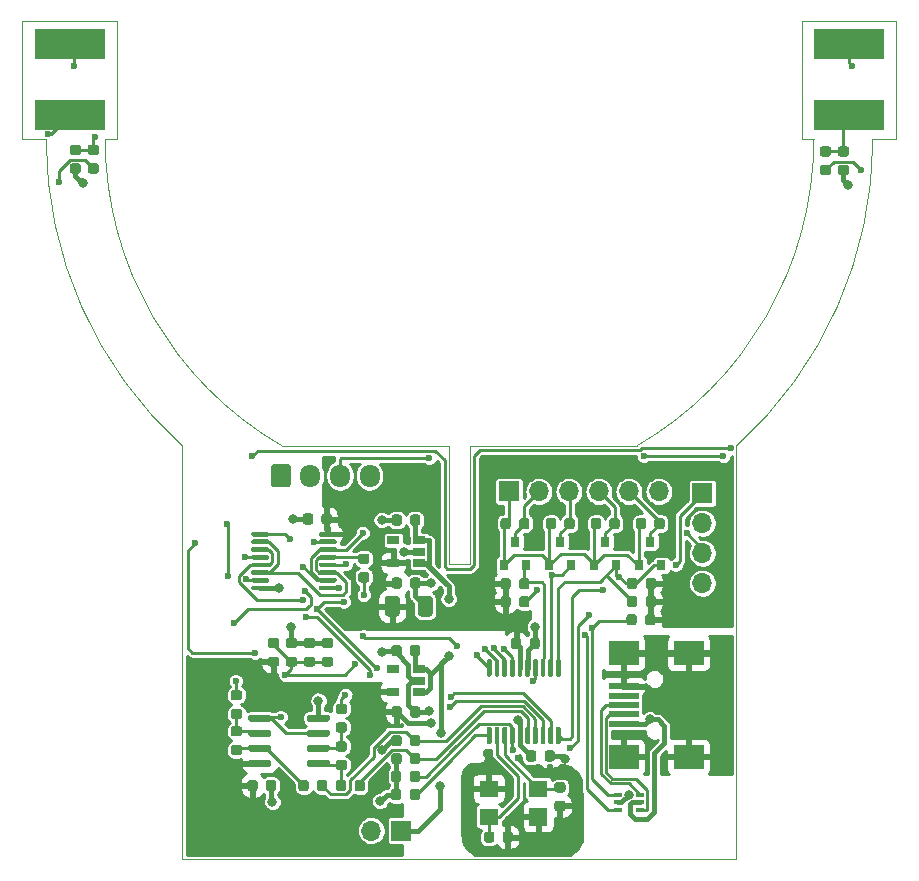
<source format=gbr>
%TF.GenerationSoftware,KiCad,Pcbnew,5.99.0-unknown-5405c09~101~ubuntu18.04.1*%
%TF.CreationDate,2020-04-21T19:36:23+03:00*%
%TF.ProjectId,Ultrasonic Flow Sensor,556c7472-6173-46f6-9e69-6320466c6f77,rev?*%
%TF.SameCoordinates,Original*%
%TF.FileFunction,Copper,L1,Top*%
%TF.FilePolarity,Positive*%
%FSLAX46Y46*%
G04 Gerber Fmt 4.6, Leading zero omitted, Abs format (unit mm)*
G04 Created by KiCad (PCBNEW 5.99.0-unknown-5405c09~101~ubuntu18.04.1) date 2020-04-21 19:36:23*
%MOMM*%
%LPD*%
G01*
G04 APERTURE LIST*
%TA.AperFunction,Profile*%
%ADD10C,0.100000*%
%TD*%
%TA.AperFunction,ComponentPad*%
%ADD11R,1.700000X1.700000*%
%TD*%
%TA.AperFunction,ComponentPad*%
%ADD12O,1.700000X1.700000*%
%TD*%
%TA.AperFunction,SMDPad,CuDef*%
%ADD13R,0.800000X0.900000*%
%TD*%
%TA.AperFunction,ComponentPad*%
%ADD14O,1.700000X1.950000*%
%TD*%
%TA.AperFunction,SMDPad,CuDef*%
%ADD15R,2.500000X2.000000*%
%TD*%
%TA.AperFunction,SMDPad,CuDef*%
%ADD16R,2.500000X0.500000*%
%TD*%
%TA.AperFunction,SMDPad,CuDef*%
%ADD17R,1.524000X1.524000*%
%TD*%
%TA.AperFunction,SMDPad,CuDef*%
%ADD18R,1.600000X1.400000*%
%TD*%
%TA.AperFunction,SMDPad,CuDef*%
%ADD19R,6.000000X2.500000*%
%TD*%
%TA.AperFunction,SMDPad,CuDef*%
%ADD20R,1.060000X0.650000*%
%TD*%
%TA.AperFunction,SMDPad,CuDef*%
%ADD21R,0.650000X0.400000*%
%TD*%
%TA.AperFunction,ViaPad*%
%ADD22C,0.600000*%
%TD*%
%TA.AperFunction,ViaPad*%
%ADD23C,0.800000*%
%TD*%
%TA.AperFunction,Conductor*%
%ADD24C,0.250000*%
%TD*%
%TA.AperFunction,Conductor*%
%ADD25C,0.400000*%
%TD*%
%TA.AperFunction,Conductor*%
%ADD26C,0.254000*%
%TD*%
G04 APERTURE END LIST*
D10*
X149136991Y-69280010D02*
X147136990Y-69280010D01*
X142136990Y-69280010D02*
G75*
G02*
X127136990Y-95260771I-29999999J0D01*
G01*
X141136991Y-69280010D02*
X141136991Y-59280010D01*
X88684912Y-95260772D02*
X88684912Y-130260772D01*
X83136991Y-59280010D02*
X83136991Y-69280010D01*
X142136990Y-69280010D02*
X141136991Y-69280010D01*
X75136991Y-69280010D02*
X75136991Y-59280010D01*
X77136991Y-69280010D02*
X75136991Y-69280010D01*
X88684912Y-95260772D02*
G75*
G02*
X77136991Y-69280010I23452079J25980762D01*
G01*
X111286991Y-95260772D02*
X111286991Y-105260772D01*
X111286991Y-95260772D02*
X97136991Y-95260772D01*
X112986991Y-95260772D02*
X127136990Y-95260771D01*
X112986991Y-105260772D02*
X112986991Y-95260772D01*
X88684912Y-130260772D02*
X135589070Y-130260772D01*
X149136991Y-59280010D02*
X149136991Y-69280010D01*
X111286991Y-105260772D02*
X112986991Y-105260772D01*
X141136991Y-59280010D02*
X149136991Y-59280010D01*
X97136991Y-95260772D02*
G75*
G02*
X82136991Y-69280010I15000000J25980762D01*
G01*
X83136991Y-69280010D02*
X82136991Y-69280010D01*
X135589070Y-130260772D02*
X135589069Y-95260771D01*
X147136990Y-69280010D02*
G75*
G02*
X135589069Y-95260771I-34999999J0D01*
G01*
X75136991Y-59280010D02*
X83136991Y-59280010D01*
%TO.P,U1,1,IN*%
%TO.N,/TXRX_CTRL*%
%TA.AperFunction,SMDPad,CuDef*%
G36*
G01*
X94526490Y-102824657D02*
X94526490Y-102624657D01*
G75*
G02*
X94626490Y-102524657I100000J0D01*
G01*
X95901490Y-102524657D01*
G75*
G02*
X96001490Y-102624657I0J-100000D01*
G01*
X96001490Y-102824657D01*
G75*
G02*
X95901490Y-102924657I-100000J0D01*
G01*
X94626490Y-102924657D01*
G75*
G02*
X94526490Y-102824657I0J100000D01*
G01*
G37*
%TD.AperFunction*%
%TO.P,U1,2,NC1*%
%TO.N,Net-(R14-Pad2)*%
%TA.AperFunction,SMDPad,CuDef*%
G36*
G01*
X94526490Y-103474657D02*
X94526490Y-103274657D01*
G75*
G02*
X94626490Y-103174657I100000J0D01*
G01*
X95901490Y-103174657D01*
G75*
G02*
X96001490Y-103274657I0J-100000D01*
G01*
X96001490Y-103474657D01*
G75*
G02*
X95901490Y-103574657I-100000J0D01*
G01*
X94626490Y-103574657D01*
G75*
G02*
X94526490Y-103474657I0J100000D01*
G01*
G37*
%TD.AperFunction*%
%TO.P,U1,3,NO1*%
%TO.N,/RX_X*%
%TA.AperFunction,SMDPad,CuDef*%
G36*
G01*
X94526490Y-104124657D02*
X94526490Y-103924657D01*
G75*
G02*
X94626490Y-103824657I100000J0D01*
G01*
X95901490Y-103824657D01*
G75*
G02*
X96001490Y-103924657I0J-100000D01*
G01*
X96001490Y-104124657D01*
G75*
G02*
X95901490Y-104224657I-100000J0D01*
G01*
X94626490Y-104224657D01*
G75*
G02*
X94526490Y-104124657I0J100000D01*
G01*
G37*
%TD.AperFunction*%
%TO.P,U1,4,COM1*%
%TO.N,Net-(LS1-Pad2)*%
%TA.AperFunction,SMDPad,CuDef*%
G36*
G01*
X94526490Y-104774657D02*
X94526490Y-104574657D01*
G75*
G02*
X94626490Y-104474657I100000J0D01*
G01*
X95901490Y-104474657D01*
G75*
G02*
X96001490Y-104574657I0J-100000D01*
G01*
X96001490Y-104774657D01*
G75*
G02*
X95901490Y-104874657I-100000J0D01*
G01*
X94626490Y-104874657D01*
G75*
G02*
X94526490Y-104774657I0J100000D01*
G01*
G37*
%TD.AperFunction*%
%TO.P,U1,5,NC2*%
%TO.N,/RX_X*%
%TA.AperFunction,SMDPad,CuDef*%
G36*
G01*
X94526490Y-105424657D02*
X94526490Y-105224657D01*
G75*
G02*
X94626490Y-105124657I100000J0D01*
G01*
X95901490Y-105124657D01*
G75*
G02*
X96001490Y-105224657I0J-100000D01*
G01*
X96001490Y-105424657D01*
G75*
G02*
X95901490Y-105524657I-100000J0D01*
G01*
X94626490Y-105524657D01*
G75*
G02*
X94526490Y-105424657I0J100000D01*
G01*
G37*
%TD.AperFunction*%
%TO.P,U1,6,NO2*%
%TO.N,Net-(R14-Pad2)*%
%TA.AperFunction,SMDPad,CuDef*%
G36*
G01*
X94526490Y-106074657D02*
X94526490Y-105874657D01*
G75*
G02*
X94626490Y-105774657I100000J0D01*
G01*
X95901490Y-105774657D01*
G75*
G02*
X96001490Y-105874657I0J-100000D01*
G01*
X96001490Y-106074657D01*
G75*
G02*
X95901490Y-106174657I-100000J0D01*
G01*
X94626490Y-106174657D01*
G75*
G02*
X94526490Y-106074657I0J100000D01*
G01*
G37*
%TD.AperFunction*%
%TO.P,U1,7,COM2*%
%TO.N,Net-(LS2-Pad2)*%
%TA.AperFunction,SMDPad,CuDef*%
G36*
G01*
X94526490Y-106724657D02*
X94526490Y-106524657D01*
G75*
G02*
X94626490Y-106424657I100000J0D01*
G01*
X95901490Y-106424657D01*
G75*
G02*
X96001490Y-106524657I0J-100000D01*
G01*
X96001490Y-106724657D01*
G75*
G02*
X95901490Y-106824657I-100000J0D01*
G01*
X94626490Y-106824657D01*
G75*
G02*
X94526490Y-106724657I0J100000D01*
G01*
G37*
%TD.AperFunction*%
%TO.P,U1,8,GND*%
%TO.N,GND*%
%TA.AperFunction,SMDPad,CuDef*%
G36*
G01*
X94526490Y-107374657D02*
X94526490Y-107174657D01*
G75*
G02*
X94626490Y-107074657I100000J0D01*
G01*
X95901490Y-107074657D01*
G75*
G02*
X96001490Y-107174657I0J-100000D01*
G01*
X96001490Y-107374657D01*
G75*
G02*
X95901490Y-107474657I-100000J0D01*
G01*
X94626490Y-107474657D01*
G75*
G02*
X94526490Y-107374657I0J100000D01*
G01*
G37*
%TD.AperFunction*%
%TO.P,U1,9,COM3*%
%TO.N,Net-(J6-Pad1)*%
%TA.AperFunction,SMDPad,CuDef*%
G36*
G01*
X100251490Y-107374657D02*
X100251490Y-107174657D01*
G75*
G02*
X100351490Y-107074657I100000J0D01*
G01*
X101626490Y-107074657D01*
G75*
G02*
X101726490Y-107174657I0J-100000D01*
G01*
X101726490Y-107374657D01*
G75*
G02*
X101626490Y-107474657I-100000J0D01*
G01*
X100351490Y-107474657D01*
G75*
G02*
X100251490Y-107374657I0J100000D01*
G01*
G37*
%TD.AperFunction*%
%TO.P,U1,10,NO3*%
%TO.N,/RX_Y*%
%TA.AperFunction,SMDPad,CuDef*%
G36*
G01*
X100251490Y-106724657D02*
X100251490Y-106524657D01*
G75*
G02*
X100351490Y-106424657I100000J0D01*
G01*
X101626490Y-106424657D01*
G75*
G02*
X101726490Y-106524657I0J-100000D01*
G01*
X101726490Y-106724657D01*
G75*
G02*
X101626490Y-106824657I-100000J0D01*
G01*
X100351490Y-106824657D01*
G75*
G02*
X100251490Y-106724657I0J100000D01*
G01*
G37*
%TD.AperFunction*%
%TO.P,U1,11,NC3*%
%TO.N,Net-(R14-Pad2)*%
%TA.AperFunction,SMDPad,CuDef*%
G36*
G01*
X100251490Y-106074657D02*
X100251490Y-105874657D01*
G75*
G02*
X100351490Y-105774657I100000J0D01*
G01*
X101626490Y-105774657D01*
G75*
G02*
X101726490Y-105874657I0J-100000D01*
G01*
X101726490Y-106074657D01*
G75*
G02*
X101626490Y-106174657I-100000J0D01*
G01*
X100351490Y-106174657D01*
G75*
G02*
X100251490Y-106074657I0J100000D01*
G01*
G37*
%TD.AperFunction*%
%TO.P,U1,12,COM4*%
%TO.N,Net-(J6-Pad2)*%
%TA.AperFunction,SMDPad,CuDef*%
G36*
G01*
X100251490Y-105424657D02*
X100251490Y-105224657D01*
G75*
G02*
X100351490Y-105124657I100000J0D01*
G01*
X101626490Y-105124657D01*
G75*
G02*
X101726490Y-105224657I0J-100000D01*
G01*
X101726490Y-105424657D01*
G75*
G02*
X101626490Y-105524657I-100000J0D01*
G01*
X100351490Y-105524657D01*
G75*
G02*
X100251490Y-105424657I0J100000D01*
G01*
G37*
%TD.AperFunction*%
%TO.P,U1,13,NO4*%
%TO.N,Net-(R14-Pad2)*%
%TA.AperFunction,SMDPad,CuDef*%
G36*
G01*
X100251490Y-104774657D02*
X100251490Y-104574657D01*
G75*
G02*
X100351490Y-104474657I100000J0D01*
G01*
X101626490Y-104474657D01*
G75*
G02*
X101726490Y-104574657I0J-100000D01*
G01*
X101726490Y-104774657D01*
G75*
G02*
X101626490Y-104874657I-100000J0D01*
G01*
X100351490Y-104874657D01*
G75*
G02*
X100251490Y-104774657I0J100000D01*
G01*
G37*
%TD.AperFunction*%
%TO.P,U1,14,NC4*%
%TO.N,/RX_Y*%
%TA.AperFunction,SMDPad,CuDef*%
G36*
G01*
X100251490Y-104124657D02*
X100251490Y-103924657D01*
G75*
G02*
X100351490Y-103824657I100000J0D01*
G01*
X101626490Y-103824657D01*
G75*
G02*
X101726490Y-103924657I0J-100000D01*
G01*
X101726490Y-104124657D01*
G75*
G02*
X101626490Y-104224657I-100000J0D01*
G01*
X100351490Y-104224657D01*
G75*
G02*
X100251490Y-104124657I0J100000D01*
G01*
G37*
%TD.AperFunction*%
%TO.P,U1,15,~EN*%
%TO.N,/~TXRX_EN*%
%TA.AperFunction,SMDPad,CuDef*%
G36*
G01*
X100251490Y-103474657D02*
X100251490Y-103274657D01*
G75*
G02*
X100351490Y-103174657I100000J0D01*
G01*
X101626490Y-103174657D01*
G75*
G02*
X101726490Y-103274657I0J-100000D01*
G01*
X101726490Y-103474657D01*
G75*
G02*
X101626490Y-103574657I-100000J0D01*
G01*
X100351490Y-103574657D01*
G75*
G02*
X100251490Y-103474657I0J100000D01*
G01*
G37*
%TD.AperFunction*%
%TO.P,U1,16,+V*%
%TO.N,VDD*%
%TA.AperFunction,SMDPad,CuDef*%
G36*
G01*
X100251490Y-102824657D02*
X100251490Y-102624657D01*
G75*
G02*
X100351490Y-102524657I100000J0D01*
G01*
X101626490Y-102524657D01*
G75*
G02*
X101726490Y-102624657I0J-100000D01*
G01*
X101726490Y-102824657D01*
G75*
G02*
X101626490Y-102924657I-100000J0D01*
G01*
X100351490Y-102924657D01*
G75*
G02*
X100251490Y-102824657I0J100000D01*
G01*
G37*
%TD.AperFunction*%
%TD*%
%TO.P,C8,1*%
%TO.N,Net-(C8-Pad1)*%
%TA.AperFunction,SMDPad,CuDef*%
G36*
G01*
X120387740Y-123723771D02*
X120900240Y-123723771D01*
G75*
G02*
X121118990Y-123942521I0J-218750D01*
G01*
X121118990Y-124380021D01*
G75*
G02*
X120900240Y-124598771I-218750J0D01*
G01*
X120387740Y-124598771D01*
G75*
G02*
X120168990Y-124380021I0J218750D01*
G01*
X120168990Y-123942521D01*
G75*
G02*
X120387740Y-123723771I218750J0D01*
G01*
G37*
%TD.AperFunction*%
%TO.P,C8,2*%
%TO.N,GND*%
%TA.AperFunction,SMDPad,CuDef*%
G36*
G01*
X120387740Y-125298771D02*
X120900240Y-125298771D01*
G75*
G02*
X121118990Y-125517521I0J-218750D01*
G01*
X121118990Y-125955021D01*
G75*
G02*
X120900240Y-126173771I-218750J0D01*
G01*
X120387740Y-126173771D01*
G75*
G02*
X120168990Y-125955021I0J218750D01*
G01*
X120168990Y-125517521D01*
G75*
G02*
X120387740Y-125298771I218750J0D01*
G01*
G37*
%TD.AperFunction*%
%TD*%
%TO.P,R1,1*%
%TO.N,VDDA*%
%TA.AperFunction,SMDPad,CuDef*%
G36*
G01*
X96643240Y-113956271D02*
X96130740Y-113956271D01*
G75*
G02*
X95911990Y-113737521I0J218750D01*
G01*
X95911990Y-113300021D01*
G75*
G02*
X96130740Y-113081271I218750J0D01*
G01*
X96643240Y-113081271D01*
G75*
G02*
X96861990Y-113300021I0J-218750D01*
G01*
X96861990Y-113737521D01*
G75*
G02*
X96643240Y-113956271I-218750J0D01*
G01*
G37*
%TD.AperFunction*%
%TO.P,R1,2*%
%TO.N,/OP_BIAS*%
%TA.AperFunction,SMDPad,CuDef*%
G36*
G01*
X96643240Y-112381271D02*
X96130740Y-112381271D01*
G75*
G02*
X95911990Y-112162521I0J218750D01*
G01*
X95911990Y-111725021D01*
G75*
G02*
X96130740Y-111506271I218750J0D01*
G01*
X96643240Y-111506271D01*
G75*
G02*
X96861990Y-111725021I0J-218750D01*
G01*
X96861990Y-112162521D01*
G75*
G02*
X96643240Y-112381271I-218750J0D01*
G01*
G37*
%TD.AperFunction*%
%TD*%
%TO.P,C16,1*%
%TO.N,GND*%
%TA.AperFunction,SMDPad,CuDef*%
G36*
G01*
X118939990Y-111721021D02*
X118939990Y-112233521D01*
G75*
G02*
X118721240Y-112452271I-218750J0D01*
G01*
X118283740Y-112452271D01*
G75*
G02*
X118064990Y-112233521I0J218750D01*
G01*
X118064990Y-111721021D01*
G75*
G02*
X118283740Y-111502271I218750J0D01*
G01*
X118721240Y-111502271D01*
G75*
G02*
X118939990Y-111721021I0J-218750D01*
G01*
G37*
%TD.AperFunction*%
%TO.P,C16,2*%
%TO.N,VDD*%
%TA.AperFunction,SMDPad,CuDef*%
G36*
G01*
X117364990Y-111721021D02*
X117364990Y-112233521D01*
G75*
G02*
X117146240Y-112452271I-218750J0D01*
G01*
X116708740Y-112452271D01*
G75*
G02*
X116489990Y-112233521I0J218750D01*
G01*
X116489990Y-111721021D01*
G75*
G02*
X116708740Y-111502271I218750J0D01*
G01*
X117146240Y-111502271D01*
G75*
G02*
X117364990Y-111721021I0J-218750D01*
G01*
G37*
%TD.AperFunction*%
%TD*%
%TO.P,C17,1*%
%TO.N,VDDA*%
%TA.AperFunction,SMDPad,CuDef*%
G36*
G01*
X106367990Y-118029407D02*
X106367990Y-117516907D01*
G75*
G02*
X106586740Y-117298157I218750J0D01*
G01*
X107024240Y-117298157D01*
G75*
G02*
X107242990Y-117516907I0J-218750D01*
G01*
X107242990Y-118029407D01*
G75*
G02*
X107024240Y-118248157I-218750J0D01*
G01*
X106586740Y-118248157D01*
G75*
G02*
X106367990Y-118029407I0J218750D01*
G01*
G37*
%TD.AperFunction*%
%TO.P,C17,2*%
%TO.N,GND*%
%TA.AperFunction,SMDPad,CuDef*%
G36*
G01*
X107942990Y-118029407D02*
X107942990Y-117516907D01*
G75*
G02*
X108161740Y-117298157I218750J0D01*
G01*
X108599240Y-117298157D01*
G75*
G02*
X108817990Y-117516907I0J-218750D01*
G01*
X108817990Y-118029407D01*
G75*
G02*
X108599240Y-118248157I-218750J0D01*
G01*
X108161740Y-118248157D01*
G75*
G02*
X107942990Y-118029407I0J218750D01*
G01*
G37*
%TD.AperFunction*%
%TD*%
D11*
%TO.P,J1,1,Pin_1*%
%TO.N,/Mcu/NRST*%
X132708990Y-99260771D03*
D12*
%TO.P,J1,2,Pin_2*%
%TO.N,/Mcu/SWDIO*%
X132708990Y-101800771D03*
%TO.P,J1,3,Pin_3*%
%TO.N,/Mcu/SWCLK*%
X132708990Y-104340771D03*
%TO.P,J1,4,Pin_4*%
%TO.N,GND*%
X132708990Y-106880771D03*
%TD*%
D13*
%TO.P,Q3,1,G*%
%TO.N,Net-(J3-Pad1)*%
X115909490Y-105370271D03*
%TO.P,Q3,2,S*%
%TO.N,/MOSI*%
X117809490Y-105370271D03*
%TO.P,Q3,3,D*%
%TO.N,Net-(J3-Pad2)*%
X116859490Y-103370271D03*
%TD*%
%TO.P,R21,1*%
%TO.N,Net-(J3-Pad1)*%
%TA.AperFunction,SMDPad,CuDef*%
G36*
G01*
X119444490Y-102086521D02*
X119444490Y-101574021D01*
G75*
G02*
X119663240Y-101355271I218750J0D01*
G01*
X120100740Y-101355271D01*
G75*
G02*
X120319490Y-101574021I0J-218750D01*
G01*
X120319490Y-102086521D01*
G75*
G02*
X120100740Y-102305271I-218750J0D01*
G01*
X119663240Y-102305271D01*
G75*
G02*
X119444490Y-102086521I0J218750D01*
G01*
G37*
%TD.AperFunction*%
%TO.P,R21,2*%
%TO.N,Net-(J3-Pad3)*%
%TA.AperFunction,SMDPad,CuDef*%
G36*
G01*
X121019490Y-102086521D02*
X121019490Y-101574021D01*
G75*
G02*
X121238240Y-101355271I218750J0D01*
G01*
X121675740Y-101355271D01*
G75*
G02*
X121894490Y-101574021I0J-218750D01*
G01*
X121894490Y-102086521D01*
G75*
G02*
X121675740Y-102305271I-218750J0D01*
G01*
X121238240Y-102305271D01*
G75*
G02*
X121019490Y-102086521I0J218750D01*
G01*
G37*
%TD.AperFunction*%
%TD*%
%TO.P,C1,1*%
%TO.N,/OP_BIAS*%
%TA.AperFunction,SMDPad,CuDef*%
G36*
G01*
X98167240Y-113956271D02*
X97654740Y-113956271D01*
G75*
G02*
X97435990Y-113737521I0J218750D01*
G01*
X97435990Y-113300021D01*
G75*
G02*
X97654740Y-113081271I218750J0D01*
G01*
X98167240Y-113081271D01*
G75*
G02*
X98385990Y-113300021I0J-218750D01*
G01*
X98385990Y-113737521D01*
G75*
G02*
X98167240Y-113956271I-218750J0D01*
G01*
G37*
%TD.AperFunction*%
%TO.P,C1,2*%
%TO.N,GND*%
%TA.AperFunction,SMDPad,CuDef*%
G36*
G01*
X98167240Y-112381271D02*
X97654740Y-112381271D01*
G75*
G02*
X97435990Y-112162521I0J218750D01*
G01*
X97435990Y-111725021D01*
G75*
G02*
X97654740Y-111506271I218750J0D01*
G01*
X98167240Y-111506271D01*
G75*
G02*
X98385990Y-111725021I0J-218750D01*
G01*
X98385990Y-112162521D01*
G75*
G02*
X98167240Y-112381271I-218750J0D01*
G01*
G37*
%TD.AperFunction*%
%TD*%
%TO.P,C22,1*%
%TO.N,VDD*%
%TA.AperFunction,SMDPad,CuDef*%
G36*
G01*
X106385490Y-107119907D02*
X106385490Y-106607407D01*
G75*
G02*
X106604240Y-106388657I218750J0D01*
G01*
X107041740Y-106388657D01*
G75*
G02*
X107260490Y-106607407I0J-218750D01*
G01*
X107260490Y-107119907D01*
G75*
G02*
X107041740Y-107338657I-218750J0D01*
G01*
X106604240Y-107338657D01*
G75*
G02*
X106385490Y-107119907I0J218750D01*
G01*
G37*
%TD.AperFunction*%
%TO.P,C22,2*%
%TO.N,GND*%
%TA.AperFunction,SMDPad,CuDef*%
G36*
G01*
X107960490Y-107119907D02*
X107960490Y-106607407D01*
G75*
G02*
X108179240Y-106388657I218750J0D01*
G01*
X108616740Y-106388657D01*
G75*
G02*
X108835490Y-106607407I0J-218750D01*
G01*
X108835490Y-107119907D01*
G75*
G02*
X108616740Y-107338657I-218750J0D01*
G01*
X108179240Y-107338657D01*
G75*
G02*
X107960490Y-107119907I0J218750D01*
G01*
G37*
%TD.AperFunction*%
%TD*%
%TO.P,C9,1*%
%TO.N,GND*%
%TA.AperFunction,SMDPad,CuDef*%
G36*
G01*
X98874990Y-101699907D02*
X98874990Y-101187407D01*
G75*
G02*
X99093740Y-100968657I218750J0D01*
G01*
X99531240Y-100968657D01*
G75*
G02*
X99749990Y-101187407I0J-218750D01*
G01*
X99749990Y-101699907D01*
G75*
G02*
X99531240Y-101918657I-218750J0D01*
G01*
X99093740Y-101918657D01*
G75*
G02*
X98874990Y-101699907I0J218750D01*
G01*
G37*
%TD.AperFunction*%
%TO.P,C9,2*%
%TO.N,VDD*%
%TA.AperFunction,SMDPad,CuDef*%
G36*
G01*
X100449990Y-101699907D02*
X100449990Y-101187407D01*
G75*
G02*
X100668740Y-100968657I218750J0D01*
G01*
X101106240Y-100968657D01*
G75*
G02*
X101324990Y-101187407I0J-218750D01*
G01*
X101324990Y-101699907D01*
G75*
G02*
X101106240Y-101918657I-218750J0D01*
G01*
X100668740Y-101918657D01*
G75*
G02*
X100449990Y-101699907I0J218750D01*
G01*
G37*
%TD.AperFunction*%
%TD*%
%TO.P,U3,1,BOOT0*%
%TO.N,Net-(R3-Pad2)*%
%TA.AperFunction,SMDPad,CuDef*%
G36*
G01*
X114757240Y-120504271D02*
X114557240Y-120504271D01*
G75*
G02*
X114457240Y-120404271I0J100000D01*
G01*
X114457240Y-119129271D01*
G75*
G02*
X114557240Y-119029271I100000J0D01*
G01*
X114757240Y-119029271D01*
G75*
G02*
X114857240Y-119129271I0J-100000D01*
G01*
X114857240Y-120404271D01*
G75*
G02*
X114757240Y-120504271I-100000J0D01*
G01*
G37*
%TD.AperFunction*%
%TO.P,U3,2,PF0*%
%TO.N,Net-(C10-Pad1)*%
%TA.AperFunction,SMDPad,CuDef*%
G36*
G01*
X115407240Y-120504271D02*
X115207240Y-120504271D01*
G75*
G02*
X115107240Y-120404271I0J100000D01*
G01*
X115107240Y-119129271D01*
G75*
G02*
X115207240Y-119029271I100000J0D01*
G01*
X115407240Y-119029271D01*
G75*
G02*
X115507240Y-119129271I0J-100000D01*
G01*
X115507240Y-120404271D01*
G75*
G02*
X115407240Y-120504271I-100000J0D01*
G01*
G37*
%TD.AperFunction*%
%TO.P,U3,3,PF1*%
%TO.N,Net-(C8-Pad1)*%
%TA.AperFunction,SMDPad,CuDef*%
G36*
G01*
X116057240Y-120504271D02*
X115857240Y-120504271D01*
G75*
G02*
X115757240Y-120404271I0J100000D01*
G01*
X115757240Y-119129271D01*
G75*
G02*
X115857240Y-119029271I100000J0D01*
G01*
X116057240Y-119029271D01*
G75*
G02*
X116157240Y-119129271I0J-100000D01*
G01*
X116157240Y-120404271D01*
G75*
G02*
X116057240Y-120504271I-100000J0D01*
G01*
G37*
%TD.AperFunction*%
%TO.P,U3,4,NRST*%
%TO.N,/Mcu/NRST*%
%TA.AperFunction,SMDPad,CuDef*%
G36*
G01*
X116707240Y-120504271D02*
X116507240Y-120504271D01*
G75*
G02*
X116407240Y-120404271I0J100000D01*
G01*
X116407240Y-119129271D01*
G75*
G02*
X116507240Y-119029271I100000J0D01*
G01*
X116707240Y-119029271D01*
G75*
G02*
X116807240Y-119129271I0J-100000D01*
G01*
X116807240Y-120404271D01*
G75*
G02*
X116707240Y-120504271I-100000J0D01*
G01*
G37*
%TD.AperFunction*%
%TO.P,U3,5,VDDA*%
%TO.N,VDDA*%
%TA.AperFunction,SMDPad,CuDef*%
G36*
G01*
X117357240Y-120504271D02*
X117157240Y-120504271D01*
G75*
G02*
X117057240Y-120404271I0J100000D01*
G01*
X117057240Y-119129271D01*
G75*
G02*
X117157240Y-119029271I100000J0D01*
G01*
X117357240Y-119029271D01*
G75*
G02*
X117457240Y-119129271I0J-100000D01*
G01*
X117457240Y-120404271D01*
G75*
G02*
X117357240Y-120504271I-100000J0D01*
G01*
G37*
%TD.AperFunction*%
%TO.P,U3,6,PA0*%
%TO.N,/SAMPLING_X*%
%TA.AperFunction,SMDPad,CuDef*%
G36*
G01*
X118007240Y-120504271D02*
X117807240Y-120504271D01*
G75*
G02*
X117707240Y-120404271I0J100000D01*
G01*
X117707240Y-119129271D01*
G75*
G02*
X117807240Y-119029271I100000J0D01*
G01*
X118007240Y-119029271D01*
G75*
G02*
X118107240Y-119129271I0J-100000D01*
G01*
X118107240Y-120404271D01*
G75*
G02*
X118007240Y-120504271I-100000J0D01*
G01*
G37*
%TD.AperFunction*%
%TO.P,U3,7,PA1*%
%TO.N,/SAMPLING_Y*%
%TA.AperFunction,SMDPad,CuDef*%
G36*
G01*
X118657240Y-120504271D02*
X118457240Y-120504271D01*
G75*
G02*
X118357240Y-120404271I0J100000D01*
G01*
X118357240Y-119129271D01*
G75*
G02*
X118457240Y-119029271I100000J0D01*
G01*
X118657240Y-119029271D01*
G75*
G02*
X118757240Y-119129271I0J-100000D01*
G01*
X118757240Y-120404271D01*
G75*
G02*
X118657240Y-120504271I-100000J0D01*
G01*
G37*
%TD.AperFunction*%
%TO.P,U3,8,PA2*%
%TO.N,/TXRX_CTRL*%
%TA.AperFunction,SMDPad,CuDef*%
G36*
G01*
X119307240Y-120504271D02*
X119107240Y-120504271D01*
G75*
G02*
X119007240Y-120404271I0J100000D01*
G01*
X119007240Y-119129271D01*
G75*
G02*
X119107240Y-119029271I100000J0D01*
G01*
X119307240Y-119029271D01*
G75*
G02*
X119407240Y-119129271I0J-100000D01*
G01*
X119407240Y-120404271D01*
G75*
G02*
X119307240Y-120504271I-100000J0D01*
G01*
G37*
%TD.AperFunction*%
%TO.P,U3,9,PA3*%
%TO.N,/~TXRX_EN*%
%TA.AperFunction,SMDPad,CuDef*%
G36*
G01*
X119957240Y-120504271D02*
X119757240Y-120504271D01*
G75*
G02*
X119657240Y-120404271I0J100000D01*
G01*
X119657240Y-119129271D01*
G75*
G02*
X119757240Y-119029271I100000J0D01*
G01*
X119957240Y-119029271D01*
G75*
G02*
X120057240Y-119129271I0J-100000D01*
G01*
X120057240Y-120404271D01*
G75*
G02*
X119957240Y-120504271I-100000J0D01*
G01*
G37*
%TD.AperFunction*%
%TO.P,U3,10,PA4*%
%TO.N,/NSS*%
%TA.AperFunction,SMDPad,CuDef*%
G36*
G01*
X120607240Y-120504271D02*
X120407240Y-120504271D01*
G75*
G02*
X120307240Y-120404271I0J100000D01*
G01*
X120307240Y-119129271D01*
G75*
G02*
X120407240Y-119029271I100000J0D01*
G01*
X120607240Y-119029271D01*
G75*
G02*
X120707240Y-119129271I0J-100000D01*
G01*
X120707240Y-120404271D01*
G75*
G02*
X120607240Y-120504271I-100000J0D01*
G01*
G37*
%TD.AperFunction*%
%TO.P,U3,11,PA5*%
%TO.N,/SCK*%
%TA.AperFunction,SMDPad,CuDef*%
G36*
G01*
X120607240Y-114779271D02*
X120407240Y-114779271D01*
G75*
G02*
X120307240Y-114679271I0J100000D01*
G01*
X120307240Y-113404271D01*
G75*
G02*
X120407240Y-113304271I100000J0D01*
G01*
X120607240Y-113304271D01*
G75*
G02*
X120707240Y-113404271I0J-100000D01*
G01*
X120707240Y-114679271D01*
G75*
G02*
X120607240Y-114779271I-100000J0D01*
G01*
G37*
%TD.AperFunction*%
%TO.P,U3,12,PA6*%
%TO.N,/MISO*%
%TA.AperFunction,SMDPad,CuDef*%
G36*
G01*
X119957240Y-114779271D02*
X119757240Y-114779271D01*
G75*
G02*
X119657240Y-114679271I0J100000D01*
G01*
X119657240Y-113404271D01*
G75*
G02*
X119757240Y-113304271I100000J0D01*
G01*
X119957240Y-113304271D01*
G75*
G02*
X120057240Y-113404271I0J-100000D01*
G01*
X120057240Y-114679271D01*
G75*
G02*
X119957240Y-114779271I-100000J0D01*
G01*
G37*
%TD.AperFunction*%
%TO.P,U3,13,PA7*%
%TO.N,/MOSI*%
%TA.AperFunction,SMDPad,CuDef*%
G36*
G01*
X119307240Y-114779271D02*
X119107240Y-114779271D01*
G75*
G02*
X119007240Y-114679271I0J100000D01*
G01*
X119007240Y-113404271D01*
G75*
G02*
X119107240Y-113304271I100000J0D01*
G01*
X119307240Y-113304271D01*
G75*
G02*
X119407240Y-113404271I0J-100000D01*
G01*
X119407240Y-114679271D01*
G75*
G02*
X119307240Y-114779271I-100000J0D01*
G01*
G37*
%TD.AperFunction*%
%TO.P,U3,14,PB1*%
%TO.N,/PULSE*%
%TA.AperFunction,SMDPad,CuDef*%
G36*
G01*
X118657240Y-114779271D02*
X118457240Y-114779271D01*
G75*
G02*
X118357240Y-114679271I0J100000D01*
G01*
X118357240Y-113404271D01*
G75*
G02*
X118457240Y-113304271I100000J0D01*
G01*
X118657240Y-113304271D01*
G75*
G02*
X118757240Y-113404271I0J-100000D01*
G01*
X118757240Y-114679271D01*
G75*
G02*
X118657240Y-114779271I-100000J0D01*
G01*
G37*
%TD.AperFunction*%
%TO.P,U3,15,VSS*%
%TO.N,GND*%
%TA.AperFunction,SMDPad,CuDef*%
G36*
G01*
X118007240Y-114779271D02*
X117807240Y-114779271D01*
G75*
G02*
X117707240Y-114679271I0J100000D01*
G01*
X117707240Y-113404271D01*
G75*
G02*
X117807240Y-113304271I100000J0D01*
G01*
X118007240Y-113304271D01*
G75*
G02*
X118107240Y-113404271I0J-100000D01*
G01*
X118107240Y-114679271D01*
G75*
G02*
X118007240Y-114779271I-100000J0D01*
G01*
G37*
%TD.AperFunction*%
%TO.P,U3,16,VDD*%
%TO.N,VDD*%
%TA.AperFunction,SMDPad,CuDef*%
G36*
G01*
X117357240Y-114779271D02*
X117157240Y-114779271D01*
G75*
G02*
X117057240Y-114679271I0J100000D01*
G01*
X117057240Y-113404271D01*
G75*
G02*
X117157240Y-113304271I100000J0D01*
G01*
X117357240Y-113304271D01*
G75*
G02*
X117457240Y-113404271I0J-100000D01*
G01*
X117457240Y-114679271D01*
G75*
G02*
X117357240Y-114779271I-100000J0D01*
G01*
G37*
%TD.AperFunction*%
%TO.P,U3,17,PA9/PA11*%
%TO.N,/USB_DM*%
%TA.AperFunction,SMDPad,CuDef*%
G36*
G01*
X116707240Y-114779271D02*
X116507240Y-114779271D01*
G75*
G02*
X116407240Y-114679271I0J100000D01*
G01*
X116407240Y-113404271D01*
G75*
G02*
X116507240Y-113304271I100000J0D01*
G01*
X116707240Y-113304271D01*
G75*
G02*
X116807240Y-113404271I0J-100000D01*
G01*
X116807240Y-114679271D01*
G75*
G02*
X116707240Y-114779271I-100000J0D01*
G01*
G37*
%TD.AperFunction*%
%TO.P,U3,18,PA10/PA12*%
%TO.N,/USB_DP*%
%TA.AperFunction,SMDPad,CuDef*%
G36*
G01*
X116057240Y-114779271D02*
X115857240Y-114779271D01*
G75*
G02*
X115757240Y-114679271I0J100000D01*
G01*
X115757240Y-113404271D01*
G75*
G02*
X115857240Y-113304271I100000J0D01*
G01*
X116057240Y-113304271D01*
G75*
G02*
X116157240Y-113404271I0J-100000D01*
G01*
X116157240Y-114679271D01*
G75*
G02*
X116057240Y-114779271I-100000J0D01*
G01*
G37*
%TD.AperFunction*%
%TO.P,U3,19,PA13*%
%TO.N,/Mcu/SWDIO*%
%TA.AperFunction,SMDPad,CuDef*%
G36*
G01*
X115407240Y-114779271D02*
X115207240Y-114779271D01*
G75*
G02*
X115107240Y-114679271I0J100000D01*
G01*
X115107240Y-113404271D01*
G75*
G02*
X115207240Y-113304271I100000J0D01*
G01*
X115407240Y-113304271D01*
G75*
G02*
X115507240Y-113404271I0J-100000D01*
G01*
X115507240Y-114679271D01*
G75*
G02*
X115407240Y-114779271I-100000J0D01*
G01*
G37*
%TD.AperFunction*%
%TO.P,U3,20,PA14*%
%TO.N,/Mcu/SWCLK*%
%TA.AperFunction,SMDPad,CuDef*%
G36*
G01*
X114757240Y-114779271D02*
X114557240Y-114779271D01*
G75*
G02*
X114457240Y-114679271I0J100000D01*
G01*
X114457240Y-113404271D01*
G75*
G02*
X114557240Y-113304271I100000J0D01*
G01*
X114757240Y-113304271D01*
G75*
G02*
X114857240Y-113404271I0J-100000D01*
G01*
X114857240Y-114679271D01*
G75*
G02*
X114757240Y-114779271I-100000J0D01*
G01*
G37*
%TD.AperFunction*%
%TD*%
%TO.P,J6,1,Pin_1*%
%TO.N,Net-(J6-Pad1)*%
%TA.AperFunction,ComponentPad*%
G36*
G01*
X96171990Y-98495771D02*
X96171990Y-97045771D01*
G75*
G02*
X96421990Y-96795771I250000J0D01*
G01*
X97621990Y-96795771D01*
G75*
G02*
X97871990Y-97045771I0J-250000D01*
G01*
X97871990Y-98495771D01*
G75*
G02*
X97621990Y-98745771I-250000J0D01*
G01*
X96421990Y-98745771D01*
G75*
G02*
X96171990Y-98495771I0J250000D01*
G01*
G37*
%TD.AperFunction*%
D14*
%TO.P,J6,2,Pin_2*%
%TO.N,Net-(J6-Pad2)*%
X99521990Y-97770771D03*
%TO.P,J6,3,Pin_3*%
%TO.N,/OP_BIAS*%
X102021990Y-97770771D03*
%TO.P,J6,4,Pin_4*%
%TO.N,GND*%
X104521990Y-97770771D03*
%TD*%
%TO.P,R20,1*%
%TO.N,Net-(J3-Pad1)*%
%TA.AperFunction,SMDPad,CuDef*%
G36*
G01*
X115608990Y-102086521D02*
X115608990Y-101574021D01*
G75*
G02*
X115827740Y-101355271I218750J0D01*
G01*
X116265240Y-101355271D01*
G75*
G02*
X116483990Y-101574021I0J-218750D01*
G01*
X116483990Y-102086521D01*
G75*
G02*
X116265240Y-102305271I-218750J0D01*
G01*
X115827740Y-102305271D01*
G75*
G02*
X115608990Y-102086521I0J218750D01*
G01*
G37*
%TD.AperFunction*%
%TO.P,R20,2*%
%TO.N,Net-(J3-Pad2)*%
%TA.AperFunction,SMDPad,CuDef*%
G36*
G01*
X117183990Y-102086521D02*
X117183990Y-101574021D01*
G75*
G02*
X117402740Y-101355271I218750J0D01*
G01*
X117840240Y-101355271D01*
G75*
G02*
X118058990Y-101574021I0J-218750D01*
G01*
X118058990Y-102086521D01*
G75*
G02*
X117840240Y-102305271I-218750J0D01*
G01*
X117402740Y-102305271D01*
G75*
G02*
X117183990Y-102086521I0J218750D01*
G01*
G37*
%TD.AperFunction*%
%TD*%
D15*
%TO.P,J2,6,Shield*%
%TO.N,GND*%
X131536990Y-121584271D03*
X131536990Y-112784271D03*
X126036990Y-121584271D03*
X126036990Y-112784271D03*
D16*
%TO.P,J2,1,VBUS*%
%TO.N,+5V*%
X126036990Y-118784271D03*
%TO.P,J2,2,D-*%
%TO.N,Net-(J2-Pad2)*%
X126036990Y-117984271D03*
%TO.P,J2,3,D+*%
%TO.N,Net-(J2-Pad3)*%
X126036990Y-117184271D03*
%TO.P,J2,4,ID*%
%TO.N,N/C*%
X126036990Y-116384271D03*
%TO.P,J2,5,GND*%
%TO.N,GND*%
X126036990Y-115584271D03*
%TD*%
D17*
%TO.P,Y1,4,4*%
%TO.N,GND*%
X118806990Y-126656771D03*
D18*
%TO.P,Y1,1,1*%
%TO.N,Net-(C8-Pad1)*%
X118806990Y-124256771D03*
%TO.P,Y1,2,2*%
%TO.N,GND*%
X114606990Y-124256771D03*
%TO.P,Y1,3,3*%
%TO.N,Net-(C10-Pad1)*%
X114606990Y-126656771D03*
%TD*%
%TO.P,C18,1*%
%TO.N,GND*%
%TA.AperFunction,SMDPad,CuDef*%
G36*
G01*
X106385490Y-101785907D02*
X106385490Y-101273407D01*
G75*
G02*
X106604240Y-101054657I218750J0D01*
G01*
X107041740Y-101054657D01*
G75*
G02*
X107260490Y-101273407I0J-218750D01*
G01*
X107260490Y-101785907D01*
G75*
G02*
X107041740Y-102004657I-218750J0D01*
G01*
X106604240Y-102004657D01*
G75*
G02*
X106385490Y-101785907I0J218750D01*
G01*
G37*
%TD.AperFunction*%
%TO.P,C18,2*%
%TO.N,+5V*%
%TA.AperFunction,SMDPad,CuDef*%
G36*
G01*
X107960490Y-101785907D02*
X107960490Y-101273407D01*
G75*
G02*
X108179240Y-101054657I218750J0D01*
G01*
X108616740Y-101054657D01*
G75*
G02*
X108835490Y-101273407I0J-218750D01*
G01*
X108835490Y-101785907D01*
G75*
G02*
X108616740Y-102004657I-218750J0D01*
G01*
X108179240Y-102004657D01*
G75*
G02*
X107960490Y-101785907I0J218750D01*
G01*
G37*
%TD.AperFunction*%
%TD*%
%TO.P,R14,1*%
%TO.N,/PULSE*%
%TA.AperFunction,SMDPad,CuDef*%
G36*
G01*
X104293240Y-106818657D02*
X103780740Y-106818657D01*
G75*
G02*
X103561990Y-106599907I0J218750D01*
G01*
X103561990Y-106162407D01*
G75*
G02*
X103780740Y-105943657I218750J0D01*
G01*
X104293240Y-105943657D01*
G75*
G02*
X104511990Y-106162407I0J-218750D01*
G01*
X104511990Y-106599907D01*
G75*
G02*
X104293240Y-106818657I-218750J0D01*
G01*
G37*
%TD.AperFunction*%
%TO.P,R14,2*%
%TO.N,Net-(R14-Pad2)*%
%TA.AperFunction,SMDPad,CuDef*%
G36*
G01*
X104293240Y-105243657D02*
X103780740Y-105243657D01*
G75*
G02*
X103561990Y-105024907I0J218750D01*
G01*
X103561990Y-104587407D01*
G75*
G02*
X103780740Y-104368657I218750J0D01*
G01*
X104293240Y-104368657D01*
G75*
G02*
X104511990Y-104587407I0J-218750D01*
G01*
X104511990Y-105024907D01*
G75*
G02*
X104293240Y-105243657I-218750J0D01*
G01*
G37*
%TD.AperFunction*%
%TD*%
%TO.P,R6,1*%
%TO.N,/RX_X*%
%TA.AperFunction,SMDPad,CuDef*%
G36*
G01*
X101883990Y-117081157D02*
X102396490Y-117081157D01*
G75*
G02*
X102615240Y-117299907I0J-218750D01*
G01*
X102615240Y-117737407D01*
G75*
G02*
X102396490Y-117956157I-218750J0D01*
G01*
X101883990Y-117956157D01*
G75*
G02*
X101665240Y-117737407I0J218750D01*
G01*
X101665240Y-117299907D01*
G75*
G02*
X101883990Y-117081157I218750J0D01*
G01*
G37*
%TD.AperFunction*%
%TO.P,R6,2*%
%TO.N,Net-(R10-Pad1)*%
%TA.AperFunction,SMDPad,CuDef*%
G36*
G01*
X101883990Y-118656157D02*
X102396490Y-118656157D01*
G75*
G02*
X102615240Y-118874907I0J-218750D01*
G01*
X102615240Y-119312407D01*
G75*
G02*
X102396490Y-119531157I-218750J0D01*
G01*
X101883990Y-119531157D01*
G75*
G02*
X101665240Y-119312407I0J218750D01*
G01*
X101665240Y-118874907D01*
G75*
G02*
X101883990Y-118656157I218750J0D01*
G01*
G37*
%TD.AperFunction*%
%TD*%
%TO.P,R19,1*%
%TO.N,VDD*%
%TA.AperFunction,SMDPad,CuDef*%
G36*
G01*
X115608990Y-107166521D02*
X115608990Y-106654021D01*
G75*
G02*
X115827740Y-106435271I218750J0D01*
G01*
X116265240Y-106435271D01*
G75*
G02*
X116483990Y-106654021I0J-218750D01*
G01*
X116483990Y-107166521D01*
G75*
G02*
X116265240Y-107385271I-218750J0D01*
G01*
X115827740Y-107385271D01*
G75*
G02*
X115608990Y-107166521I0J218750D01*
G01*
G37*
%TD.AperFunction*%
%TO.P,R19,2*%
%TO.N,/MOSI*%
%TA.AperFunction,SMDPad,CuDef*%
G36*
G01*
X117183990Y-107166521D02*
X117183990Y-106654021D01*
G75*
G02*
X117402740Y-106435271I218750J0D01*
G01*
X117840240Y-106435271D01*
G75*
G02*
X118058990Y-106654021I0J-218750D01*
G01*
X118058990Y-107166521D01*
G75*
G02*
X117840240Y-107385271I-218750J0D01*
G01*
X117402740Y-107385271D01*
G75*
G02*
X117183990Y-107166521I0J218750D01*
G01*
G37*
%TD.AperFunction*%
%TD*%
%TO.P,C4,1*%
%TO.N,Net-(C4-Pad1)*%
%TA.AperFunction,SMDPad,CuDef*%
G36*
G01*
X144390740Y-69875771D02*
X144903240Y-69875771D01*
G75*
G02*
X145121990Y-70094521I0J-218750D01*
G01*
X145121990Y-70532021D01*
G75*
G02*
X144903240Y-70750771I-218750J0D01*
G01*
X144390740Y-70750771D01*
G75*
G02*
X144171990Y-70532021I0J218750D01*
G01*
X144171990Y-70094521D01*
G75*
G02*
X144390740Y-69875771I218750J0D01*
G01*
G37*
%TD.AperFunction*%
%TO.P,C4,2*%
%TO.N,GND*%
%TA.AperFunction,SMDPad,CuDef*%
G36*
G01*
X144390740Y-71450771D02*
X144903240Y-71450771D01*
G75*
G02*
X145121990Y-71669521I0J-218750D01*
G01*
X145121990Y-72107021D01*
G75*
G02*
X144903240Y-72325771I-218750J0D01*
G01*
X144390740Y-72325771D01*
G75*
G02*
X144171990Y-72107021I0J218750D01*
G01*
X144171990Y-71669521D01*
G75*
G02*
X144390740Y-71450771I218750J0D01*
G01*
G37*
%TD.AperFunction*%
%TD*%
D13*
%TO.P,Q4,1,G*%
%TO.N,Net-(J3-Pad1)*%
X123529490Y-105370271D03*
%TO.P,Q4,2,S*%
%TO.N,/SCK*%
X125429490Y-105370271D03*
%TO.P,Q4,3,D*%
%TO.N,Net-(J3-Pad4)*%
X124479490Y-103370271D03*
%TD*%
%TO.P,C3,1*%
%TO.N,GND*%
%TA.AperFunction,SMDPad,CuDef*%
G36*
G01*
X96634240Y-123752407D02*
X96634240Y-124264907D01*
G75*
G02*
X96415490Y-124483657I-218750J0D01*
G01*
X95977990Y-124483657D01*
G75*
G02*
X95759240Y-124264907I0J218750D01*
G01*
X95759240Y-123752407D01*
G75*
G02*
X95977990Y-123533657I218750J0D01*
G01*
X96415490Y-123533657D01*
G75*
G02*
X96634240Y-123752407I0J-218750D01*
G01*
G37*
%TD.AperFunction*%
%TO.P,C3,2*%
%TO.N,VDDA*%
%TA.AperFunction,SMDPad,CuDef*%
G36*
G01*
X95059240Y-123752407D02*
X95059240Y-124264907D01*
G75*
G02*
X94840490Y-124483657I-218750J0D01*
G01*
X94402990Y-124483657D01*
G75*
G02*
X94184240Y-124264907I0J218750D01*
G01*
X94184240Y-123752407D01*
G75*
G02*
X94402990Y-123533657I218750J0D01*
G01*
X94840490Y-123533657D01*
G75*
G02*
X95059240Y-123752407I0J-218750D01*
G01*
G37*
%TD.AperFunction*%
%TD*%
%TO.P,R4,1*%
%TO.N,Net-(C2-Pad1)*%
%TA.AperFunction,SMDPad,CuDef*%
G36*
G01*
X80880740Y-69748771D02*
X81393240Y-69748771D01*
G75*
G02*
X81611990Y-69967521I0J-218750D01*
G01*
X81611990Y-70405021D01*
G75*
G02*
X81393240Y-70623771I-218750J0D01*
G01*
X80880740Y-70623771D01*
G75*
G02*
X80661990Y-70405021I0J218750D01*
G01*
X80661990Y-69967521D01*
G75*
G02*
X80880740Y-69748771I218750J0D01*
G01*
G37*
%TD.AperFunction*%
%TO.P,R4,2*%
%TO.N,/OP_BIAS*%
%TA.AperFunction,SMDPad,CuDef*%
G36*
G01*
X80880740Y-71323771D02*
X81393240Y-71323771D01*
G75*
G02*
X81611990Y-71542521I0J-218750D01*
G01*
X81611990Y-71980021D01*
G75*
G02*
X81393240Y-72198771I-218750J0D01*
G01*
X80880740Y-72198771D01*
G75*
G02*
X80661990Y-71980021I0J218750D01*
G01*
X80661990Y-71542521D01*
G75*
G02*
X80880740Y-71323771I218750J0D01*
G01*
G37*
%TD.AperFunction*%
%TD*%
D19*
%TO.P,LS1,1,1*%
%TO.N,Net-(C2-Pad1)*%
X79136990Y-61260771D03*
%TO.P,LS1,2,2*%
%TO.N,Net-(LS1-Pad2)*%
X79136990Y-67260771D03*
%TD*%
%TO.P,C14,1*%
%TO.N,VDD*%
%TA.AperFunction,SMDPad,CuDef*%
G36*
G01*
X105821990Y-109444771D02*
X105821990Y-108194771D01*
G75*
G02*
X106071990Y-107944771I250000J0D01*
G01*
X106821990Y-107944771D01*
G75*
G02*
X107071990Y-108194771I0J-250000D01*
G01*
X107071990Y-109444771D01*
G75*
G02*
X106821990Y-109694771I-250000J0D01*
G01*
X106071990Y-109694771D01*
G75*
G02*
X105821990Y-109444771I0J250000D01*
G01*
G37*
%TD.AperFunction*%
%TO.P,C14,2*%
%TO.N,GND*%
%TA.AperFunction,SMDPad,CuDef*%
G36*
G01*
X108621990Y-109444771D02*
X108621990Y-108194771D01*
G75*
G02*
X108871990Y-107944771I250000J0D01*
G01*
X109621990Y-107944771D01*
G75*
G02*
X109871990Y-108194771I0J-250000D01*
G01*
X109871990Y-109444771D01*
G75*
G02*
X109621990Y-109694771I-250000J0D01*
G01*
X108871990Y-109694771D01*
G75*
G02*
X108621990Y-109444771I0J250000D01*
G01*
G37*
%TD.AperFunction*%
%TD*%
D20*
%TO.P,U5,1,VIN*%
%TO.N,+5V*%
X108692990Y-116068657D03*
%TO.P,U5,2,GND*%
%TO.N,GND*%
X108692990Y-115118657D03*
%TO.P,U5,3,EN*%
%TO.N,+5V*%
X108692990Y-114168657D03*
%TO.P,U5,4,NC*%
%TO.N,N/C*%
X106492990Y-114168657D03*
%TO.P,U5,5,VOUT*%
%TO.N,VDDA*%
X106492990Y-116068657D03*
%TD*%
%TO.P,C10,1*%
%TO.N,Net-(C10-Pad1)*%
%TA.AperFunction,SMDPad,CuDef*%
G36*
G01*
X114211990Y-128634021D02*
X114211990Y-128121521D01*
G75*
G02*
X114430740Y-127902771I218750J0D01*
G01*
X114868240Y-127902771D01*
G75*
G02*
X115086990Y-128121521I0J-218750D01*
G01*
X115086990Y-128634021D01*
G75*
G02*
X114868240Y-128852771I-218750J0D01*
G01*
X114430740Y-128852771D01*
G75*
G02*
X114211990Y-128634021I0J218750D01*
G01*
G37*
%TD.AperFunction*%
%TO.P,C10,2*%
%TO.N,GND*%
%TA.AperFunction,SMDPad,CuDef*%
G36*
G01*
X115786990Y-128634021D02*
X115786990Y-128121521D01*
G75*
G02*
X116005740Y-127902771I218750J0D01*
G01*
X116443240Y-127902771D01*
G75*
G02*
X116661990Y-128121521I0J-218750D01*
G01*
X116661990Y-128634021D01*
G75*
G02*
X116443240Y-128852771I-218750J0D01*
G01*
X116005740Y-128852771D01*
G75*
G02*
X115786990Y-128634021I0J218750D01*
G01*
G37*
%TD.AperFunction*%
%TD*%
%TO.P,R7,1*%
%TO.N,Net-(C4-Pad1)*%
%TA.AperFunction,SMDPad,CuDef*%
G36*
G01*
X142866740Y-69875771D02*
X143379240Y-69875771D01*
G75*
G02*
X143597990Y-70094521I0J-218750D01*
G01*
X143597990Y-70532021D01*
G75*
G02*
X143379240Y-70750771I-218750J0D01*
G01*
X142866740Y-70750771D01*
G75*
G02*
X142647990Y-70532021I0J218750D01*
G01*
X142647990Y-70094521D01*
G75*
G02*
X142866740Y-69875771I218750J0D01*
G01*
G37*
%TD.AperFunction*%
%TO.P,R7,2*%
%TO.N,/OP_BIAS*%
%TA.AperFunction,SMDPad,CuDef*%
G36*
G01*
X142866740Y-71450771D02*
X143379240Y-71450771D01*
G75*
G02*
X143597990Y-71669521I0J-218750D01*
G01*
X143597990Y-72107021D01*
G75*
G02*
X143379240Y-72325771I-218750J0D01*
G01*
X142866740Y-72325771D01*
G75*
G02*
X142647990Y-72107021I0J218750D01*
G01*
X142647990Y-71669521D01*
G75*
G02*
X142866740Y-71450771I218750J0D01*
G01*
G37*
%TD.AperFunction*%
%TD*%
%TO.P,C13,1*%
%TO.N,/SAMPLING_Y*%
%TA.AperFunction,SMDPad,CuDef*%
G36*
G01*
X108817990Y-119942407D02*
X108817990Y-120454907D01*
G75*
G02*
X108599240Y-120673657I-218750J0D01*
G01*
X108161740Y-120673657D01*
G75*
G02*
X107942990Y-120454907I0J218750D01*
G01*
X107942990Y-119942407D01*
G75*
G02*
X108161740Y-119723657I218750J0D01*
G01*
X108599240Y-119723657D01*
G75*
G02*
X108817990Y-119942407I0J-218750D01*
G01*
G37*
%TD.AperFunction*%
%TO.P,C13,2*%
%TO.N,GND*%
%TA.AperFunction,SMDPad,CuDef*%
G36*
G01*
X107242990Y-119942407D02*
X107242990Y-120454907D01*
G75*
G02*
X107024240Y-120673657I-218750J0D01*
G01*
X106586740Y-120673657D01*
G75*
G02*
X106367990Y-120454907I0J218750D01*
G01*
X106367990Y-119942407D01*
G75*
G02*
X106586740Y-119723657I218750J0D01*
G01*
X107024240Y-119723657D01*
G75*
G02*
X107242990Y-119942407I0J-218750D01*
G01*
G37*
%TD.AperFunction*%
%TD*%
%TO.P,R10,1*%
%TO.N,Net-(R10-Pad1)*%
%TA.AperFunction,SMDPad,CuDef*%
G36*
G01*
X101883990Y-120256157D02*
X102396490Y-120256157D01*
G75*
G02*
X102615240Y-120474907I0J-218750D01*
G01*
X102615240Y-120912407D01*
G75*
G02*
X102396490Y-121131157I-218750J0D01*
G01*
X101883990Y-121131157D01*
G75*
G02*
X101665240Y-120912407I0J218750D01*
G01*
X101665240Y-120474907D01*
G75*
G02*
X101883990Y-120256157I218750J0D01*
G01*
G37*
%TD.AperFunction*%
%TO.P,R10,2*%
%TO.N,Net-(R10-Pad2)*%
%TA.AperFunction,SMDPad,CuDef*%
G36*
G01*
X101883990Y-121831157D02*
X102396490Y-121831157D01*
G75*
G02*
X102615240Y-122049907I0J-218750D01*
G01*
X102615240Y-122487407D01*
G75*
G02*
X102396490Y-122706157I-218750J0D01*
G01*
X101883990Y-122706157D01*
G75*
G02*
X101665240Y-122487407I0J218750D01*
G01*
X101665240Y-122049907D01*
G75*
G02*
X101883990Y-121831157I218750J0D01*
G01*
G37*
%TD.AperFunction*%
%TD*%
%TO.P,R15,1*%
%TO.N,VDD*%
%TA.AperFunction,SMDPad,CuDef*%
G36*
G01*
X128726990Y-109706521D02*
X128726990Y-110219021D01*
G75*
G02*
X128508240Y-110437771I-218750J0D01*
G01*
X128070740Y-110437771D01*
G75*
G02*
X127851990Y-110219021I0J218750D01*
G01*
X127851990Y-109706521D01*
G75*
G02*
X128070740Y-109487771I218750J0D01*
G01*
X128508240Y-109487771D01*
G75*
G02*
X128726990Y-109706521I0J-218750D01*
G01*
G37*
%TD.AperFunction*%
%TO.P,R15,2*%
%TO.N,/USB_DP*%
%TA.AperFunction,SMDPad,CuDef*%
G36*
G01*
X127151990Y-109706521D02*
X127151990Y-110219021D01*
G75*
G02*
X126933240Y-110437771I-218750J0D01*
G01*
X126495740Y-110437771D01*
G75*
G02*
X126276990Y-110219021I0J218750D01*
G01*
X126276990Y-109706521D01*
G75*
G02*
X126495740Y-109487771I218750J0D01*
G01*
X126933240Y-109487771D01*
G75*
G02*
X127151990Y-109706521I0J-218750D01*
G01*
G37*
%TD.AperFunction*%
%TD*%
D13*
%TO.P,Q1,1,G*%
%TO.N,Net-(J3-Pad1)*%
X119719490Y-105370271D03*
%TO.P,Q1,2,S*%
%TO.N,/MISO*%
X121619490Y-105370271D03*
%TO.P,Q1,3,D*%
%TO.N,Net-(J3-Pad3)*%
X120669490Y-103370271D03*
%TD*%
%TO.P,U2,1*%
%TO.N,Net-(R10-Pad2)*%
%TA.AperFunction,SMDPad,CuDef*%
G36*
G01*
X101145240Y-121966157D02*
X101145240Y-122266157D01*
G75*
G02*
X100995240Y-122416157I-150000J0D01*
G01*
X99345240Y-122416157D01*
G75*
G02*
X99195240Y-122266157I0J150000D01*
G01*
X99195240Y-121966157D01*
G75*
G02*
X99345240Y-121816157I150000J0D01*
G01*
X100995240Y-121816157D01*
G75*
G02*
X101145240Y-121966157I0J-150000D01*
G01*
G37*
%TD.AperFunction*%
%TO.P,U2,2,-*%
%TO.N,Net-(R10-Pad1)*%
%TA.AperFunction,SMDPad,CuDef*%
G36*
G01*
X101145240Y-120696157D02*
X101145240Y-120996157D01*
G75*
G02*
X100995240Y-121146157I-150000J0D01*
G01*
X99345240Y-121146157D01*
G75*
G02*
X99195240Y-120996157I0J150000D01*
G01*
X99195240Y-120696157D01*
G75*
G02*
X99345240Y-120546157I150000J0D01*
G01*
X100995240Y-120546157D01*
G75*
G02*
X101145240Y-120696157I0J-150000D01*
G01*
G37*
%TD.AperFunction*%
%TO.P,U2,3,+*%
%TO.N,/OP_BIAS*%
%TA.AperFunction,SMDPad,CuDef*%
G36*
G01*
X101145240Y-119426157D02*
X101145240Y-119726157D01*
G75*
G02*
X100995240Y-119876157I-150000J0D01*
G01*
X99345240Y-119876157D01*
G75*
G02*
X99195240Y-119726157I0J150000D01*
G01*
X99195240Y-119426157D01*
G75*
G02*
X99345240Y-119276157I150000J0D01*
G01*
X100995240Y-119276157D01*
G75*
G02*
X101145240Y-119426157I0J-150000D01*
G01*
G37*
%TD.AperFunction*%
%TO.P,U2,4,V-*%
%TO.N,GND*%
%TA.AperFunction,SMDPad,CuDef*%
G36*
G01*
X101145240Y-118156157D02*
X101145240Y-118456157D01*
G75*
G02*
X100995240Y-118606157I-150000J0D01*
G01*
X99345240Y-118606157D01*
G75*
G02*
X99195240Y-118456157I0J150000D01*
G01*
X99195240Y-118156157D01*
G75*
G02*
X99345240Y-118006157I150000J0D01*
G01*
X100995240Y-118006157D01*
G75*
G02*
X101145240Y-118156157I0J-150000D01*
G01*
G37*
%TD.AperFunction*%
%TO.P,U2,5,+*%
%TO.N,/OP_BIAS*%
%TA.AperFunction,SMDPad,CuDef*%
G36*
G01*
X96195240Y-118156157D02*
X96195240Y-118456157D01*
G75*
G02*
X96045240Y-118606157I-150000J0D01*
G01*
X94395240Y-118606157D01*
G75*
G02*
X94245240Y-118456157I0J150000D01*
G01*
X94245240Y-118156157D01*
G75*
G02*
X94395240Y-118006157I150000J0D01*
G01*
X96045240Y-118006157D01*
G75*
G02*
X96195240Y-118156157I0J-150000D01*
G01*
G37*
%TD.AperFunction*%
%TO.P,U2,6,-*%
%TO.N,Net-(R11-Pad1)*%
%TA.AperFunction,SMDPad,CuDef*%
G36*
G01*
X96195240Y-119426157D02*
X96195240Y-119726157D01*
G75*
G02*
X96045240Y-119876157I-150000J0D01*
G01*
X94395240Y-119876157D01*
G75*
G02*
X94245240Y-119726157I0J150000D01*
G01*
X94245240Y-119426157D01*
G75*
G02*
X94395240Y-119276157I150000J0D01*
G01*
X96045240Y-119276157D01*
G75*
G02*
X96195240Y-119426157I0J-150000D01*
G01*
G37*
%TD.AperFunction*%
%TO.P,U2,7*%
%TO.N,Net-(R11-Pad2)*%
%TA.AperFunction,SMDPad,CuDef*%
G36*
G01*
X96195240Y-120696157D02*
X96195240Y-120996157D01*
G75*
G02*
X96045240Y-121146157I-150000J0D01*
G01*
X94395240Y-121146157D01*
G75*
G02*
X94245240Y-120996157I0J150000D01*
G01*
X94245240Y-120696157D01*
G75*
G02*
X94395240Y-120546157I150000J0D01*
G01*
X96045240Y-120546157D01*
G75*
G02*
X96195240Y-120696157I0J-150000D01*
G01*
G37*
%TD.AperFunction*%
%TO.P,U2,8,V+*%
%TO.N,VDDA*%
%TA.AperFunction,SMDPad,CuDef*%
G36*
G01*
X96195240Y-121966157D02*
X96195240Y-122266157D01*
G75*
G02*
X96045240Y-122416157I-150000J0D01*
G01*
X94395240Y-122416157D01*
G75*
G02*
X94245240Y-122266157I0J150000D01*
G01*
X94245240Y-121966157D01*
G75*
G02*
X94395240Y-121816157I150000J0D01*
G01*
X96045240Y-121816157D01*
G75*
G02*
X96195240Y-121966157I0J-150000D01*
G01*
G37*
%TD.AperFunction*%
%TD*%
%TO.P,Q2,1,G*%
%TO.N,Net-(J3-Pad1)*%
X127339490Y-105370271D03*
%TO.P,Q2,2,S*%
%TO.N,/NSS*%
X129239490Y-105370271D03*
%TO.P,Q2,3,D*%
%TO.N,Net-(J3-Pad5)*%
X128289490Y-103370271D03*
%TD*%
%TO.P,C11,1*%
%TO.N,/SAMPLING_X*%
%TA.AperFunction,SMDPad,CuDef*%
G36*
G01*
X108817990Y-121466407D02*
X108817990Y-121978907D01*
G75*
G02*
X108599240Y-122197657I-218750J0D01*
G01*
X108161740Y-122197657D01*
G75*
G02*
X107942990Y-121978907I0J218750D01*
G01*
X107942990Y-121466407D01*
G75*
G02*
X108161740Y-121247657I218750J0D01*
G01*
X108599240Y-121247657D01*
G75*
G02*
X108817990Y-121466407I0J-218750D01*
G01*
G37*
%TD.AperFunction*%
%TO.P,C11,2*%
%TO.N,GND*%
%TA.AperFunction,SMDPad,CuDef*%
G36*
G01*
X107242990Y-121466407D02*
X107242990Y-121978907D01*
G75*
G02*
X107024240Y-122197657I-218750J0D01*
G01*
X106586740Y-122197657D01*
G75*
G02*
X106367990Y-121978907I0J218750D01*
G01*
X106367990Y-121466407D01*
G75*
G02*
X106586740Y-121247657I218750J0D01*
G01*
X107024240Y-121247657D01*
G75*
G02*
X107242990Y-121466407I0J-218750D01*
G01*
G37*
%TD.AperFunction*%
%TD*%
%TO.P,C2,1*%
%TO.N,Net-(C2-Pad1)*%
%TA.AperFunction,SMDPad,CuDef*%
G36*
G01*
X79366740Y-69748771D02*
X79879240Y-69748771D01*
G75*
G02*
X80097990Y-69967521I0J-218750D01*
G01*
X80097990Y-70405021D01*
G75*
G02*
X79879240Y-70623771I-218750J0D01*
G01*
X79366740Y-70623771D01*
G75*
G02*
X79147990Y-70405021I0J218750D01*
G01*
X79147990Y-69967521D01*
G75*
G02*
X79366740Y-69748771I218750J0D01*
G01*
G37*
%TD.AperFunction*%
%TO.P,C2,2*%
%TO.N,GND*%
%TA.AperFunction,SMDPad,CuDef*%
G36*
G01*
X79366740Y-71323771D02*
X79879240Y-71323771D01*
G75*
G02*
X80097990Y-71542521I0J-218750D01*
G01*
X80097990Y-71980021D01*
G75*
G02*
X79879240Y-72198771I-218750J0D01*
G01*
X79366740Y-72198771D01*
G75*
G02*
X79147990Y-71980021I0J218750D01*
G01*
X79147990Y-71542521D01*
G75*
G02*
X79366740Y-71323771I218750J0D01*
G01*
G37*
%TD.AperFunction*%
%TD*%
D11*
%TO.P,J3,1,Pin_1*%
%TO.N,Net-(J3-Pad1)*%
X116325990Y-99109521D03*
D12*
%TO.P,J3,2,Pin_2*%
%TO.N,Net-(J3-Pad2)*%
X118865990Y-99109521D03*
%TO.P,J3,3,Pin_3*%
%TO.N,Net-(J3-Pad3)*%
X121405990Y-99109521D03*
%TO.P,J3,4,Pin_4*%
%TO.N,Net-(J3-Pad4)*%
X123945990Y-99109521D03*
%TO.P,J3,5,Pin_5*%
%TO.N,Net-(J3-Pad5)*%
X126485990Y-99109521D03*
%TO.P,J3,6,Pin_6*%
%TO.N,GND*%
X129025990Y-99109521D03*
%TD*%
%TO.P,R3,1*%
%TO.N,GND*%
%TA.AperFunction,SMDPad,CuDef*%
G36*
G01*
X106342490Y-125026907D02*
X106342490Y-124514407D01*
G75*
G02*
X106561240Y-124295657I218750J0D01*
G01*
X106998740Y-124295657D01*
G75*
G02*
X107217490Y-124514407I0J-218750D01*
G01*
X107217490Y-125026907D01*
G75*
G02*
X106998740Y-125245657I-218750J0D01*
G01*
X106561240Y-125245657D01*
G75*
G02*
X106342490Y-125026907I0J218750D01*
G01*
G37*
%TD.AperFunction*%
%TO.P,R3,2*%
%TO.N,Net-(R3-Pad2)*%
%TA.AperFunction,SMDPad,CuDef*%
G36*
G01*
X107917490Y-125026907D02*
X107917490Y-124514407D01*
G75*
G02*
X108136240Y-124295657I218750J0D01*
G01*
X108573740Y-124295657D01*
G75*
G02*
X108792490Y-124514407I0J-218750D01*
G01*
X108792490Y-125026907D01*
G75*
G02*
X108573740Y-125245657I-218750J0D01*
G01*
X108136240Y-125245657D01*
G75*
G02*
X107917490Y-125026907I0J218750D01*
G01*
G37*
%TD.AperFunction*%
%TD*%
%TO.P,C20,1*%
%TO.N,GND*%
%TA.AperFunction,SMDPad,CuDef*%
G36*
G01*
X106367990Y-112834907D02*
X106367990Y-112322407D01*
G75*
G02*
X106586740Y-112103657I218750J0D01*
G01*
X107024240Y-112103657D01*
G75*
G02*
X107242990Y-112322407I0J-218750D01*
G01*
X107242990Y-112834907D01*
G75*
G02*
X107024240Y-113053657I-218750J0D01*
G01*
X106586740Y-113053657D01*
G75*
G02*
X106367990Y-112834907I0J218750D01*
G01*
G37*
%TD.AperFunction*%
%TO.P,C20,2*%
%TO.N,+5V*%
%TA.AperFunction,SMDPad,CuDef*%
G36*
G01*
X107942990Y-112834907D02*
X107942990Y-112322407D01*
G75*
G02*
X108161740Y-112103657I218750J0D01*
G01*
X108599240Y-112103657D01*
G75*
G02*
X108817990Y-112322407I0J-218750D01*
G01*
X108817990Y-112834907D01*
G75*
G02*
X108599240Y-113053657I-218750J0D01*
G01*
X108161740Y-113053657D01*
G75*
G02*
X107942990Y-112834907I0J218750D01*
G01*
G37*
%TD.AperFunction*%
%TD*%
%TO.P,R12,1*%
%TO.N,Net-(R10-Pad2)*%
%TA.AperFunction,SMDPad,CuDef*%
G36*
G01*
X101677240Y-124264907D02*
X101677240Y-123752407D01*
G75*
G02*
X101895990Y-123533657I218750J0D01*
G01*
X102333490Y-123533657D01*
G75*
G02*
X102552240Y-123752407I0J-218750D01*
G01*
X102552240Y-124264907D01*
G75*
G02*
X102333490Y-124483657I-218750J0D01*
G01*
X101895990Y-124483657D01*
G75*
G02*
X101677240Y-124264907I0J218750D01*
G01*
G37*
%TD.AperFunction*%
%TO.P,R12,2*%
%TO.N,/SAMPLING_X*%
%TA.AperFunction,SMDPad,CuDef*%
G36*
G01*
X103252240Y-124264907D02*
X103252240Y-123752407D01*
G75*
G02*
X103470990Y-123533657I218750J0D01*
G01*
X103908490Y-123533657D01*
G75*
G02*
X104127240Y-123752407I0J-218750D01*
G01*
X104127240Y-124264907D01*
G75*
G02*
X103908490Y-124483657I-218750J0D01*
G01*
X103470990Y-124483657D01*
G75*
G02*
X103252240Y-124264907I0J218750D01*
G01*
G37*
%TD.AperFunction*%
%TD*%
%TO.P,R2,1*%
%TO.N,/OP_BIAS*%
%TA.AperFunction,SMDPad,CuDef*%
G36*
G01*
X99691240Y-113956271D02*
X99178740Y-113956271D01*
G75*
G02*
X98959990Y-113737521I0J218750D01*
G01*
X98959990Y-113300021D01*
G75*
G02*
X99178740Y-113081271I218750J0D01*
G01*
X99691240Y-113081271D01*
G75*
G02*
X99909990Y-113300021I0J-218750D01*
G01*
X99909990Y-113737521D01*
G75*
G02*
X99691240Y-113956271I-218750J0D01*
G01*
G37*
%TD.AperFunction*%
%TO.P,R2,2*%
%TO.N,GND*%
%TA.AperFunction,SMDPad,CuDef*%
G36*
G01*
X99691240Y-112381271D02*
X99178740Y-112381271D01*
G75*
G02*
X98959990Y-112162521I0J218750D01*
G01*
X98959990Y-111725021D01*
G75*
G02*
X99178740Y-111506271I218750J0D01*
G01*
X99691240Y-111506271D01*
G75*
G02*
X99909990Y-111725021I0J-218750D01*
G01*
X99909990Y-112162521D01*
G75*
G02*
X99691240Y-112381271I-218750J0D01*
G01*
G37*
%TD.AperFunction*%
%TD*%
%TO.P,R13,1*%
%TO.N,Net-(R11-Pad2)*%
%TA.AperFunction,SMDPad,CuDef*%
G36*
G01*
X98502240Y-124264907D02*
X98502240Y-123752407D01*
G75*
G02*
X98720990Y-123533657I218750J0D01*
G01*
X99158490Y-123533657D01*
G75*
G02*
X99377240Y-123752407I0J-218750D01*
G01*
X99377240Y-124264907D01*
G75*
G02*
X99158490Y-124483657I-218750J0D01*
G01*
X98720990Y-124483657D01*
G75*
G02*
X98502240Y-124264907I0J218750D01*
G01*
G37*
%TD.AperFunction*%
%TO.P,R13,2*%
%TO.N,/SAMPLING_Y*%
%TA.AperFunction,SMDPad,CuDef*%
G36*
G01*
X100077240Y-124264907D02*
X100077240Y-123752407D01*
G75*
G02*
X100295990Y-123533657I218750J0D01*
G01*
X100733490Y-123533657D01*
G75*
G02*
X100952240Y-123752407I0J-218750D01*
G01*
X100952240Y-124264907D01*
G75*
G02*
X100733490Y-124483657I-218750J0D01*
G01*
X100295990Y-124483657D01*
G75*
G02*
X100077240Y-124264907I0J218750D01*
G01*
G37*
%TD.AperFunction*%
%TD*%
D11*
%TO.P,J4,1,Pin_1*%
%TO.N,+5V*%
X107211990Y-127818657D03*
D12*
%TO.P,J4,2,Pin_2*%
%TO.N,GND*%
X104671990Y-127818657D03*
%TD*%
%TO.P,R17,1*%
%TO.N,VDD*%
%TA.AperFunction,SMDPad,CuDef*%
G36*
G01*
X128773490Y-108162021D02*
X128773490Y-108674521D01*
G75*
G02*
X128554740Y-108893271I-218750J0D01*
G01*
X128117240Y-108893271D01*
G75*
G02*
X127898490Y-108674521I0J218750D01*
G01*
X127898490Y-108162021D01*
G75*
G02*
X128117240Y-107943271I218750J0D01*
G01*
X128554740Y-107943271D01*
G75*
G02*
X128773490Y-108162021I0J-218750D01*
G01*
G37*
%TD.AperFunction*%
%TO.P,R17,2*%
%TO.N,/SCK*%
%TA.AperFunction,SMDPad,CuDef*%
G36*
G01*
X127198490Y-108162021D02*
X127198490Y-108674521D01*
G75*
G02*
X126979740Y-108893271I-218750J0D01*
G01*
X126542240Y-108893271D01*
G75*
G02*
X126323490Y-108674521I0J218750D01*
G01*
X126323490Y-108162021D01*
G75*
G02*
X126542240Y-107943271I218750J0D01*
G01*
X126979740Y-107943271D01*
G75*
G02*
X127198490Y-108162021I0J-218750D01*
G01*
G37*
%TD.AperFunction*%
%TD*%
%TO.P,R22,1*%
%TO.N,Net-(J3-Pad1)*%
%TA.AperFunction,SMDPad,CuDef*%
G36*
G01*
X123254490Y-102086521D02*
X123254490Y-101574021D01*
G75*
G02*
X123473240Y-101355271I218750J0D01*
G01*
X123910740Y-101355271D01*
G75*
G02*
X124129490Y-101574021I0J-218750D01*
G01*
X124129490Y-102086521D01*
G75*
G02*
X123910740Y-102305271I-218750J0D01*
G01*
X123473240Y-102305271D01*
G75*
G02*
X123254490Y-102086521I0J218750D01*
G01*
G37*
%TD.AperFunction*%
%TO.P,R22,2*%
%TO.N,Net-(J3-Pad4)*%
%TA.AperFunction,SMDPad,CuDef*%
G36*
G01*
X124829490Y-102086521D02*
X124829490Y-101574021D01*
G75*
G02*
X125048240Y-101355271I218750J0D01*
G01*
X125485740Y-101355271D01*
G75*
G02*
X125704490Y-101574021I0J-218750D01*
G01*
X125704490Y-102086521D01*
G75*
G02*
X125485740Y-102305271I-218750J0D01*
G01*
X125048240Y-102305271D01*
G75*
G02*
X124829490Y-102086521I0J218750D01*
G01*
G37*
%TD.AperFunction*%
%TD*%
%TO.P,R11,1*%
%TO.N,Net-(R11-Pad1)*%
%TA.AperFunction,SMDPad,CuDef*%
G36*
G01*
X92993990Y-118973657D02*
X93506490Y-118973657D01*
G75*
G02*
X93725240Y-119192407I0J-218750D01*
G01*
X93725240Y-119629907D01*
G75*
G02*
X93506490Y-119848657I-218750J0D01*
G01*
X92993990Y-119848657D01*
G75*
G02*
X92775240Y-119629907I0J218750D01*
G01*
X92775240Y-119192407D01*
G75*
G02*
X92993990Y-118973657I218750J0D01*
G01*
G37*
%TD.AperFunction*%
%TO.P,R11,2*%
%TO.N,Net-(R11-Pad2)*%
%TA.AperFunction,SMDPad,CuDef*%
G36*
G01*
X92993990Y-120548657D02*
X93506490Y-120548657D01*
G75*
G02*
X93725240Y-120767407I0J-218750D01*
G01*
X93725240Y-121204907D01*
G75*
G02*
X93506490Y-121423657I-218750J0D01*
G01*
X92993990Y-121423657D01*
G75*
G02*
X92775240Y-121204907I0J218750D01*
G01*
X92775240Y-120767407D01*
G75*
G02*
X92993990Y-120548657I218750J0D01*
G01*
G37*
%TD.AperFunction*%
%TD*%
D20*
%TO.P,U4,1,VIN*%
%TO.N,+5V*%
X108735990Y-105146657D03*
%TO.P,U4,2,GND*%
%TO.N,GND*%
X108735990Y-104196657D03*
%TO.P,U4,3,EN*%
%TO.N,+5V*%
X108735990Y-103246657D03*
%TO.P,U4,4,NC*%
%TO.N,N/C*%
X106535990Y-103246657D03*
%TO.P,U4,5,VOUT*%
%TO.N,VDD*%
X106535990Y-105146657D03*
%TD*%
%TO.P,C12,1*%
%TO.N,GND*%
%TA.AperFunction,SMDPad,CuDef*%
G36*
G01*
X106342490Y-123502907D02*
X106342490Y-122990407D01*
G75*
G02*
X106561240Y-122771657I218750J0D01*
G01*
X106998740Y-122771657D01*
G75*
G02*
X107217490Y-122990407I0J-218750D01*
G01*
X107217490Y-123502907D01*
G75*
G02*
X106998740Y-123721657I-218750J0D01*
G01*
X106561240Y-123721657D01*
G75*
G02*
X106342490Y-123502907I0J218750D01*
G01*
G37*
%TD.AperFunction*%
%TO.P,C12,2*%
%TO.N,/Mcu/NRST*%
%TA.AperFunction,SMDPad,CuDef*%
G36*
G01*
X107917490Y-123502907D02*
X107917490Y-122990407D01*
G75*
G02*
X108136240Y-122771657I218750J0D01*
G01*
X108573740Y-122771657D01*
G75*
G02*
X108792490Y-122990407I0J-218750D01*
G01*
X108792490Y-123502907D01*
G75*
G02*
X108573740Y-123721657I-218750J0D01*
G01*
X108136240Y-123721657D01*
G75*
G02*
X107917490Y-123502907I0J218750D01*
G01*
G37*
%TD.AperFunction*%
%TD*%
D19*
%TO.P,LS2,2,2*%
%TO.N,Net-(LS2-Pad2)*%
X145136990Y-61260771D03*
%TO.P,LS2,1,1*%
%TO.N,Net-(C4-Pad1)*%
X145136990Y-67260771D03*
%TD*%
%TO.P,R9,1*%
%TO.N,/RX_Y*%
%TA.AperFunction,SMDPad,CuDef*%
G36*
G01*
X92993990Y-115925657D02*
X93506490Y-115925657D01*
G75*
G02*
X93725240Y-116144407I0J-218750D01*
G01*
X93725240Y-116581907D01*
G75*
G02*
X93506490Y-116800657I-218750J0D01*
G01*
X92993990Y-116800657D01*
G75*
G02*
X92775240Y-116581907I0J218750D01*
G01*
X92775240Y-116144407D01*
G75*
G02*
X92993990Y-115925657I218750J0D01*
G01*
G37*
%TD.AperFunction*%
%TO.P,R9,2*%
%TO.N,Net-(R11-Pad1)*%
%TA.AperFunction,SMDPad,CuDef*%
G36*
G01*
X92993990Y-117500657D02*
X93506490Y-117500657D01*
G75*
G02*
X93725240Y-117719407I0J-218750D01*
G01*
X93725240Y-118156907D01*
G75*
G02*
X93506490Y-118375657I-218750J0D01*
G01*
X92993990Y-118375657D01*
G75*
G02*
X92775240Y-118156907I0J218750D01*
G01*
X92775240Y-117719407D01*
G75*
G02*
X92993990Y-117500657I218750J0D01*
G01*
G37*
%TD.AperFunction*%
%TD*%
D21*
%TO.P,U12,1,D1i*%
%TO.N,/USB_DP*%
X125527990Y-124789271D03*
%TO.P,U12,3,D2i*%
%TO.N,/USB_DM*%
X125527990Y-126089271D03*
%TO.P,U12,5,VBUS*%
%TO.N,+5V*%
X127427990Y-125439271D03*
%TO.P,U12,2,GND*%
%TO.N,GND*%
X125527990Y-125439271D03*
%TO.P,U12,4,D2c*%
%TO.N,Net-(J2-Pad2)*%
X127427990Y-126089271D03*
%TO.P,U12,6,D1c*%
%TO.N,Net-(J2-Pad3)*%
X127427990Y-124789271D03*
%TD*%
%TO.P,C15,1*%
%TO.N,VDDA*%
%TA.AperFunction,SMDPad,CuDef*%
G36*
G01*
X117759990Y-121758521D02*
X117759990Y-121246021D01*
G75*
G02*
X117978740Y-121027271I218750J0D01*
G01*
X118416240Y-121027271D01*
G75*
G02*
X118634990Y-121246021I0J-218750D01*
G01*
X118634990Y-121758521D01*
G75*
G02*
X118416240Y-121977271I-218750J0D01*
G01*
X117978740Y-121977271D01*
G75*
G02*
X117759990Y-121758521I0J218750D01*
G01*
G37*
%TD.AperFunction*%
%TO.P,C15,2*%
%TO.N,GND*%
%TA.AperFunction,SMDPad,CuDef*%
G36*
G01*
X119334990Y-121758521D02*
X119334990Y-121246021D01*
G75*
G02*
X119553740Y-121027271I218750J0D01*
G01*
X119991240Y-121027271D01*
G75*
G02*
X120209990Y-121246021I0J-218750D01*
G01*
X120209990Y-121758521D01*
G75*
G02*
X119991240Y-121977271I-218750J0D01*
G01*
X119553740Y-121977271D01*
G75*
G02*
X119334990Y-121758521I0J218750D01*
G01*
G37*
%TD.AperFunction*%
%TD*%
%TO.P,R18,1*%
%TO.N,VDD*%
%TA.AperFunction,SMDPad,CuDef*%
G36*
G01*
X115608990Y-108695021D02*
X115608990Y-108182521D01*
G75*
G02*
X115827740Y-107963771I218750J0D01*
G01*
X116265240Y-107963771D01*
G75*
G02*
X116483990Y-108182521I0J-218750D01*
G01*
X116483990Y-108695021D01*
G75*
G02*
X116265240Y-108913771I-218750J0D01*
G01*
X115827740Y-108913771D01*
G75*
G02*
X115608990Y-108695021I0J218750D01*
G01*
G37*
%TD.AperFunction*%
%TO.P,R18,2*%
%TO.N,/MISO*%
%TA.AperFunction,SMDPad,CuDef*%
G36*
G01*
X117183990Y-108695021D02*
X117183990Y-108182521D01*
G75*
G02*
X117402740Y-107963771I218750J0D01*
G01*
X117840240Y-107963771D01*
G75*
G02*
X118058990Y-108182521I0J-218750D01*
G01*
X118058990Y-108695021D01*
G75*
G02*
X117840240Y-108913771I-218750J0D01*
G01*
X117402740Y-108913771D01*
G75*
G02*
X117183990Y-108695021I0J218750D01*
G01*
G37*
%TD.AperFunction*%
%TD*%
%TO.P,R23,1*%
%TO.N,Net-(J3-Pad1)*%
%TA.AperFunction,SMDPad,CuDef*%
G36*
G01*
X127064490Y-102086521D02*
X127064490Y-101574021D01*
G75*
G02*
X127283240Y-101355271I218750J0D01*
G01*
X127720740Y-101355271D01*
G75*
G02*
X127939490Y-101574021I0J-218750D01*
G01*
X127939490Y-102086521D01*
G75*
G02*
X127720740Y-102305271I-218750J0D01*
G01*
X127283240Y-102305271D01*
G75*
G02*
X127064490Y-102086521I0J218750D01*
G01*
G37*
%TD.AperFunction*%
%TO.P,R23,2*%
%TO.N,Net-(J3-Pad5)*%
%TA.AperFunction,SMDPad,CuDef*%
G36*
G01*
X128639490Y-102086521D02*
X128639490Y-101574021D01*
G75*
G02*
X128858240Y-101355271I218750J0D01*
G01*
X129295740Y-101355271D01*
G75*
G02*
X129514490Y-101574021I0J-218750D01*
G01*
X129514490Y-102086521D01*
G75*
G02*
X129295740Y-102305271I-218750J0D01*
G01*
X128858240Y-102305271D01*
G75*
G02*
X128639490Y-102086521I0J218750D01*
G01*
G37*
%TD.AperFunction*%
%TD*%
%TO.P,R16,1*%
%TO.N,VDD*%
%TA.AperFunction,SMDPad,CuDef*%
G36*
G01*
X128773490Y-106638021D02*
X128773490Y-107150521D01*
G75*
G02*
X128554740Y-107369271I-218750J0D01*
G01*
X128117240Y-107369271D01*
G75*
G02*
X127898490Y-107150521I0J218750D01*
G01*
X127898490Y-106638021D01*
G75*
G02*
X128117240Y-106419271I218750J0D01*
G01*
X128554740Y-106419271D01*
G75*
G02*
X128773490Y-106638021I0J-218750D01*
G01*
G37*
%TD.AperFunction*%
%TO.P,R16,2*%
%TO.N,/NSS*%
%TA.AperFunction,SMDPad,CuDef*%
G36*
G01*
X127198490Y-106638021D02*
X127198490Y-107150521D01*
G75*
G02*
X126979740Y-107369271I-218750J0D01*
G01*
X126542240Y-107369271D01*
G75*
G02*
X126323490Y-107150521I0J218750D01*
G01*
X126323490Y-106638021D01*
G75*
G02*
X126542240Y-106419271I218750J0D01*
G01*
X126979740Y-106419271D01*
G75*
G02*
X127198490Y-106638021I0J-218750D01*
G01*
G37*
%TD.AperFunction*%
%TD*%
%TO.P,C7,1*%
%TO.N,/OP_BIAS*%
%TA.AperFunction,SMDPad,CuDef*%
G36*
G01*
X101215240Y-113956271D02*
X100702740Y-113956271D01*
G75*
G02*
X100483990Y-113737521I0J218750D01*
G01*
X100483990Y-113300021D01*
G75*
G02*
X100702740Y-113081271I218750J0D01*
G01*
X101215240Y-113081271D01*
G75*
G02*
X101433990Y-113300021I0J-218750D01*
G01*
X101433990Y-113737521D01*
G75*
G02*
X101215240Y-113956271I-218750J0D01*
G01*
G37*
%TD.AperFunction*%
%TO.P,C7,2*%
%TO.N,GND*%
%TA.AperFunction,SMDPad,CuDef*%
G36*
G01*
X101215240Y-112381271D02*
X100702740Y-112381271D01*
G75*
G02*
X100483990Y-112162521I0J218750D01*
G01*
X100483990Y-111725021D01*
G75*
G02*
X100702740Y-111506271I218750J0D01*
G01*
X101215240Y-111506271D01*
G75*
G02*
X101433990Y-111725021I0J-218750D01*
G01*
X101433990Y-112162521D01*
G75*
G02*
X101215240Y-112381271I-218750J0D01*
G01*
G37*
%TD.AperFunction*%
%TD*%
D22*
%TO.N,GND*%
X119754990Y-129647771D03*
%TO.N,/RX_Y*%
X93211990Y-115169771D03*
%TO.N,/~TXRX_EN*%
X105157301Y-114040666D03*
%TO.N,Net-(C2-Pad1)*%
X81273990Y-69068771D03*
D23*
%TO.N,+5V*%
X128239695Y-118412334D03*
D22*
%TO.N,/PULSE*%
X118349990Y-115152271D03*
%TO.N,Net-(LS2-Pad2)*%
X94608990Y-96119771D03*
D23*
%TO.N,+5V*%
X111219480Y-113010771D03*
D22*
%TO.N,/OP_BIAS*%
X94862990Y-112756771D03*
%TO.N,GND*%
X128136990Y-120503771D03*
%TO.N,/USB_DP*%
X123333328Y-110702433D03*
%TO.N,/RX_Y*%
X93084990Y-110216771D03*
D23*
%TO.N,GND*%
X105560990Y-101529657D03*
D22*
%TO.N,/Mcu/NRST*%
X116694093Y-120977810D03*
%TO.N,GND*%
X114547990Y-121265771D03*
D23*
X107465990Y-104196657D03*
D22*
%TO.N,Net-(LS2-Pad2)*%
X94048609Y-106516241D03*
%TO.N,Net-(J6-Pad2)*%
X102550000Y-105249704D03*
%TO.N,/OP_BIAS*%
X97402990Y-114661771D03*
%TO.N,GND*%
X112896990Y-129139771D03*
X112642990Y-125075771D03*
X130168990Y-118217771D03*
D23*
X100196990Y-116820771D03*
D22*
%TO.N,/~TXRX_EN*%
X100069990Y-109073771D03*
%TO.N,Net-(LS2-Pad2)*%
X92576990Y-106279771D03*
%TO.N,/NSS*%
X125648490Y-106332521D03*
%TO.N,/Mcu/NRST*%
X121524990Y-120867271D03*
%TO.N,/RX_Y*%
X103947000Y-102613740D03*
%TO.N,GND*%
X121786990Y-129266771D03*
%TO.N,/PULSE*%
X104036990Y-107879657D03*
D23*
%TO.N,GND*%
X105560990Y-120960657D03*
%TO.N,VDDA*%
X109721990Y-118725771D03*
D22*
%TO.N,/OP_BIAS*%
X103323882Y-113746181D03*
D23*
%TO.N,GND*%
X109751990Y-106863657D03*
D22*
%TO.N,Net-(LS2-Pad2)*%
X92449990Y-101834771D03*
%TO.N,GND*%
X115055990Y-122535771D03*
X117468990Y-129647771D03*
%TO.N,/MISO*%
X118738990Y-107422771D03*
D23*
%TO.N,GND*%
X80257990Y-73005771D03*
D22*
%TO.N,/NSS*%
X124251490Y-107475521D03*
%TO.N,/~TXRX_EN*%
X111398626Y-116489948D03*
D23*
%TO.N,GND*%
X126223990Y-114644271D03*
D22*
%TO.N,/~TXRX_EN*%
X102355990Y-108438771D03*
%TO.N,GND*%
X115055990Y-129647771D03*
%TO.N,/RX_Y*%
X99053990Y-107549771D03*
%TO.N,/RX_X*%
X102482990Y-116312771D03*
%TO.N,GND*%
X117087990Y-121646771D03*
%TO.N,/Mcu/SWCLK*%
X131363490Y-102649521D03*
%TO.N,/TXRX_CTRL*%
X99180990Y-109708771D03*
%TO.N,GND*%
X112642990Y-127107771D03*
%TO.N,/TXRX_CTRL*%
X97783990Y-103104771D03*
D23*
%TO.N,GND*%
X97910990Y-110597771D03*
D22*
X122294990Y-124313771D03*
%TO.N,/TXRX_CTRL*%
X104582300Y-114615676D03*
%TO.N,Net-(C2-Pad1)*%
X79495990Y-63099771D03*
%TO.N,/Mcu/NRST*%
X123136990Y-109560771D03*
%TO.N,/PULSE*%
X111944490Y-112185271D03*
D23*
%TO.N,GND*%
X105560990Y-112705657D03*
D22*
%TO.N,/RX_X*%
X98926990Y-108311771D03*
%TO.N,/PULSE*%
X104006990Y-111359771D03*
%TO.N,/OP_BIAS*%
X146139095Y-71860201D03*
D23*
%TO.N,GND*%
X96298240Y-125405657D03*
D22*
%TO.N,/OP_BIAS*%
X78227667Y-72878600D03*
%TO.N,Net-(LS1-Pad2)*%
X77328332Y-68818069D03*
%TO.N,Net-(LS2-Pad2)*%
X135089060Y-95441877D03*
%TO.N,/~TXRX_EN*%
X99815990Y-103358771D03*
D23*
%TO.N,GND*%
X96894990Y-107295771D03*
%TO.N,+5V*%
X110483990Y-124059771D03*
%TO.N,GND*%
X98037990Y-101453771D03*
X126477990Y-124804271D03*
X109594990Y-117709771D03*
D22*
%TO.N,Net-(LS2-Pad2)*%
X145408990Y-63099771D03*
%TO.N,GND*%
X122294990Y-127615771D03*
X112769990Y-123043771D03*
X122421990Y-125964771D03*
%TO.N,/OP_BIAS*%
X127755990Y-96119771D03*
X97021990Y-118217771D03*
%TO.N,Net-(LS1-Pad2)*%
X93973990Y-104628771D03*
%TO.N,/Mcu/SWCLK*%
X113650990Y-112993271D03*
%TO.N,/OP_BIAS*%
X109594990Y-96246771D03*
X89782990Y-103485771D03*
D23*
%TO.N,GND*%
X121069201Y-121766453D03*
D22*
X133724990Y-118217771D03*
X133724990Y-115677771D03*
D23*
%TO.N,VDDA*%
X117092460Y-118473960D03*
D22*
%TO.N,/Mcu/NRST*%
X130474490Y-105316521D03*
%TO.N,/MISO*%
X119991730Y-106196031D03*
%TO.N,GND*%
X130168990Y-115677771D03*
%TO.N,/TXRX_CTRL*%
X111372990Y-117328771D03*
%TO.N,/Mcu/SWDIO*%
X114285990Y-112403823D03*
D23*
%TO.N,+5V*%
X110610990Y-119525781D03*
%TO.N,GND*%
X105403990Y-125329771D03*
D22*
X118738990Y-122662771D03*
%TO.N,Net-(J6-Pad1)*%
X101974990Y-107295771D03*
%TO.N,GND*%
X121024990Y-122789771D03*
D23*
%TO.N,+5V*%
X111219480Y-108211281D03*
D22*
%TO.N,/USB_DM*%
X122802990Y-111232771D03*
X115936990Y-112485271D03*
D23*
%TO.N,GND*%
X118536990Y-110560771D03*
X145027990Y-73132771D03*
D22*
%TO.N,/OP_BIAS*%
X134486990Y-96119771D03*
%TO.N,/RX_Y*%
X98926990Y-105517771D03*
%TO.N,/USB_DP*%
X115088607Y-112393252D03*
%TD*%
D24*
%TO.N,Net-(J2-Pad3)*%
X124111978Y-123013459D02*
X124923301Y-123824782D01*
D25*
%TO.N,GND*%
X107812989Y-117205656D02*
X108380490Y-117773157D01*
D24*
%TO.N,/SAMPLING_Y*%
X108432616Y-120250783D02*
X110990978Y-120250783D01*
%TO.N,Net-(J2-Pad3)*%
X126463501Y-123824782D02*
X127427990Y-124789271D01*
X124923301Y-123824782D02*
X126463501Y-123824782D01*
%TO.N,Net-(J3-Pad4)*%
X124479490Y-102617771D02*
X125266990Y-101830271D01*
D25*
%TO.N,GND*%
X106805490Y-112578657D02*
X106805490Y-112807157D01*
D24*
%TO.N,/RX_X*%
X95624990Y-108311771D02*
X95116990Y-108311771D01*
%TO.N,Net-(LS2-Pad2)*%
X110883990Y-96462071D02*
X110883990Y-105409771D01*
%TO.N,/MISO*%
X119857240Y-106330521D02*
X119991730Y-106196031D01*
%TO.N,/USB_DP*%
X115957240Y-113356523D02*
X115088607Y-112487890D01*
%TO.N,/Mcu/NRST*%
X116607240Y-119029271D02*
X116607240Y-119766771D01*
%TO.N,/~TXRX_EN*%
X105036885Y-114040666D02*
X105157301Y-114040666D01*
%TO.N,/MOSI*%
X119119990Y-106787771D02*
X117743990Y-106787771D01*
%TO.N,/SAMPLING_X*%
X108380490Y-121722657D02*
X110154104Y-121722657D01*
%TO.N,/MISO*%
X119857240Y-114041771D02*
X119857240Y-106330521D01*
%TO.N,/RX_X*%
X96276500Y-104299667D02*
X96276500Y-105049647D01*
%TO.N,/SAMPLING_Y*%
X110990978Y-120250783D02*
X113935433Y-117306328D01*
D25*
%TO.N,GND*%
X97910990Y-111943771D02*
X97910990Y-110597771D01*
D24*
%TO.N,/OP_BIAS*%
X95370990Y-118155407D02*
X95220240Y-118306157D01*
%TO.N,/SAMPLING_X*%
X103689740Y-124008657D02*
X103689740Y-123667635D01*
D25*
%TO.N,GND*%
X108397990Y-107970771D02*
X109246990Y-108819771D01*
%TO.N,+5V*%
X109622991Y-114473656D02*
X109622991Y-115395770D01*
%TO.N,VDDA*%
X107758104Y-118725771D02*
X106805490Y-117773157D01*
D24*
%TO.N,Net-(J3-Pad1)*%
X123529490Y-105370271D02*
X123529490Y-101992771D01*
D25*
%TO.N,+5V*%
X128009990Y-126853771D02*
X127037488Y-126853771D01*
D24*
%TO.N,Net-(C4-Pad1)*%
X144646990Y-67750771D02*
X145136990Y-67260771D01*
%TO.N,Net-(R10-Pad2)*%
X102114740Y-124008657D02*
X102114740Y-122294157D01*
%TO.N,/SCK*%
X120507240Y-114041771D02*
X120507240Y-107290521D01*
%TO.N,Net-(J3-Pad3)*%
X121456990Y-99160521D02*
X121405990Y-99109521D01*
%TO.N,/RX_Y*%
X100988990Y-104024657D02*
X102536083Y-104024657D01*
%TO.N,/OP_BIAS*%
X89147990Y-112375771D02*
X89528990Y-112756771D01*
%TO.N,/RX_Y*%
X93250240Y-116363157D02*
X93250240Y-115208021D01*
D25*
%TO.N,VDD*%
X100887490Y-101443657D02*
X100887490Y-102623157D01*
D24*
%TO.N,Net-(R10-Pad2)*%
X102140240Y-122268657D02*
X100322740Y-122268657D01*
%TO.N,Net-(R11-Pad2)*%
X95220240Y-120846157D02*
X93390240Y-120846157D01*
%TO.N,Net-(C2-Pad1)*%
X81136990Y-69205771D02*
X81273990Y-69068771D01*
%TO.N,/USB_DP*%
X124699990Y-124804271D02*
X123377991Y-123482272D01*
%TO.N,/OP_BIAS*%
X102408292Y-114661771D02*
X103323882Y-113746181D01*
%TO.N,Net-(R11-Pad2)*%
X93390240Y-120846157D02*
X93250240Y-120986157D01*
%TO.N,Net-(R3-Pad2)*%
X108354990Y-124770657D02*
X108477604Y-124770657D01*
%TO.N,Net-(LS1-Pad2)*%
X93973990Y-104628771D02*
X95218104Y-104628771D01*
D25*
%TO.N,GND*%
X79622990Y-71761271D02*
X79622990Y-72370771D01*
D24*
%TO.N,Net-(C10-Pad1)*%
X115307240Y-120628021D02*
X115307240Y-120735021D01*
D25*
%TO.N,GND*%
X126036990Y-114831271D02*
X126223990Y-114644271D01*
D24*
%TO.N,/MOSI*%
X117621490Y-106910271D02*
X117621490Y-105558271D01*
%TO.N,/USB_DM*%
X116607240Y-114041771D02*
X116607240Y-113155521D01*
%TO.N,/NSS*%
X120507240Y-119766771D02*
X120782240Y-120041771D01*
%TO.N,/Mcu/NRST*%
X111626990Y-120884771D02*
X113757500Y-118754261D01*
%TO.N,Net-(J2-Pad2)*%
X124814490Y-118011769D02*
X124511989Y-118314270D01*
%TO.N,/RX_Y*%
X98926990Y-105517771D02*
X100033876Y-106624657D01*
%TO.N,Net-(R14-Pad2)*%
X95263990Y-105974657D02*
X98422292Y-105974657D01*
%TO.N,/MISO*%
X119991730Y-106196031D02*
X120793730Y-106196031D01*
%TO.N,Net-(LS1-Pad2)*%
X78860990Y-67536771D02*
X79136990Y-67260771D01*
%TO.N,Net-(LS2-Pad2)*%
X145136990Y-61260771D02*
X147633990Y-61260771D01*
D25*
%TO.N,GND*%
X118502490Y-111977271D02*
X118502490Y-110595271D01*
%TO.N,VDDA*%
X117257240Y-119766771D02*
X117257240Y-120562021D01*
D24*
%TO.N,Net-(C4-Pad1)*%
X143122990Y-70313271D02*
X144646990Y-70313271D01*
%TO.N,Net-(J3-Pad2)*%
X117621490Y-101830271D02*
X117621490Y-100354021D01*
D25*
%TO.N,+5V*%
X128644990Y-121265771D02*
X128644990Y-126218771D01*
D24*
%TO.N,/RX_Y*%
X93973990Y-109327771D02*
X94227990Y-109073771D01*
%TO.N,Net-(R14-Pad2)*%
X99976480Y-104949667D02*
X99976480Y-105699647D01*
%TO.N,/Mcu/NRST*%
X116332230Y-118754261D02*
X116607240Y-119029271D01*
%TO.N,/RX_X*%
X93473607Y-106792243D02*
X93473607Y-106240239D01*
%TO.N,/PULSE*%
X111245990Y-111486771D02*
X104133990Y-111486771D01*
D25*
%TO.N,+5V*%
X111219480Y-107142261D02*
X111219480Y-108211281D01*
D24*
%TO.N,Net-(LS2-Pad2)*%
X113385978Y-96081083D02*
X113874299Y-95592762D01*
%TO.N,/NSS*%
X124251490Y-107475521D02*
X122222240Y-107475521D01*
%TO.N,/SAMPLING_Y*%
X104944988Y-120725655D02*
X106221996Y-119448647D01*
%TO.N,/USB_DP*%
X123945990Y-110089771D02*
X126587490Y-110089771D01*
%TO.N,/~TXRX_EN*%
X102355990Y-108438771D02*
X100704990Y-108438771D01*
%TO.N,/OP_BIAS*%
X97021990Y-118217771D02*
X95308626Y-118217771D01*
D25*
%TO.N,+5V*%
X126702990Y-125439271D02*
X127427990Y-125439271D01*
D24*
%TO.N,Net-(R14-Pad2)*%
X103905490Y-104674657D02*
X104036990Y-104806157D01*
%TO.N,/RX_X*%
X102140240Y-117518657D02*
X102140240Y-116655521D01*
%TO.N,/NSS*%
X127094506Y-106894271D02*
X128618506Y-105370271D01*
D25*
%TO.N,GND*%
X106779990Y-121748157D02*
X106805490Y-121722657D01*
X126036990Y-115584271D02*
X126036990Y-114831271D01*
D24*
%TO.N,/MOSI*%
X117743990Y-106787771D02*
X117621490Y-106910271D01*
%TO.N,/~TXRX_EN*%
X119857240Y-118516321D02*
X117530868Y-116189949D01*
%TO.N,/Mcu/NRST*%
X122159990Y-111977271D02*
X122159990Y-110537771D01*
%TO.N,Net-(J3-Pad2)*%
X117621490Y-100354021D02*
X118865990Y-99109521D01*
%TO.N,Net-(R11-Pad2)*%
X95220240Y-120846157D02*
X95777240Y-120846157D01*
%TO.N,Net-(C8-Pad1)*%
X120548490Y-124256771D02*
X120643990Y-124161271D01*
%TO.N,/NSS*%
X126760990Y-106894271D02*
X126261427Y-106894271D01*
D25*
%TO.N,GND*%
X107812989Y-113814656D02*
X107812989Y-114771658D01*
D24*
%TO.N,/SAMPLING_Y*%
X118557240Y-118347721D02*
X118557240Y-119766771D01*
D25*
%TO.N,+5V*%
X109436990Y-105359771D02*
X110991990Y-106914771D01*
X128239695Y-118412334D02*
X127867758Y-118784271D01*
D24*
%TO.N,/OP_BIAS*%
X97910990Y-114153771D02*
X97402990Y-114661771D01*
X102021990Y-97770771D02*
X102021990Y-96326771D01*
%TO.N,Net-(J3-Pad1)*%
X119719490Y-101992771D02*
X119881990Y-101830271D01*
D25*
%TO.N,+5V*%
X109540991Y-103271658D02*
X109515990Y-103246657D01*
D24*
%TO.N,Net-(LS1-Pad2)*%
X77328332Y-68818069D02*
X77579692Y-68818069D01*
%TO.N,/Mcu/SWDIO*%
X115307240Y-114041771D02*
X115307240Y-113425073D01*
D25*
%TO.N,GND*%
X100170240Y-118306157D02*
X100170240Y-116847521D01*
D24*
%TO.N,Net-(R14-Pad2)*%
X102549992Y-106798159D02*
X101726490Y-105974657D01*
%TO.N,/USB_DM*%
X122929990Y-124304271D02*
X124699990Y-126074271D01*
%TO.N,/USB_DP*%
X126587490Y-110089771D02*
X126714490Y-109962771D01*
%TO.N,Net-(J3-Pad1)*%
X119719490Y-105370271D02*
X119719490Y-101992771D01*
D25*
%TO.N,GND*%
X106822990Y-101529657D02*
X105560990Y-101529657D01*
D24*
%TO.N,/Mcu/NRST*%
X116607240Y-119766771D02*
X116607240Y-120890957D01*
%TO.N,Net-(LS2-Pad2)*%
X111118990Y-105644771D02*
X113062625Y-105644771D01*
%TO.N,/SAMPLING_X*%
X117907240Y-118263421D02*
X117907240Y-119766771D01*
%TO.N,Net-(J3-Pad4)*%
X125266990Y-101830271D02*
X125266990Y-100430521D01*
%TO.N,/Mcu/SWCLK*%
X132836990Y-104340771D02*
X132836990Y-104123021D01*
%TO.N,/OP_BIAS*%
X99434990Y-113518771D02*
X100958990Y-113518771D01*
%TO.N,Net-(LS2-Pad2)*%
X113874299Y-95592762D02*
X127431997Y-95592762D01*
D25*
%TO.N,GND*%
X108397990Y-106863657D02*
X108397990Y-107970771D01*
D24*
%TO.N,Net-(C10-Pad1)*%
X117087990Y-123176271D02*
X115307240Y-121395521D01*
X114649490Y-128377771D02*
X114649490Y-126699271D01*
%TO.N,Net-(J3-Pad2)*%
X116859490Y-102592271D02*
X117621490Y-101830271D01*
%TO.N,/SCK*%
X126760990Y-108418271D02*
X124627490Y-106284771D01*
D25*
%TO.N,+5V*%
X109436990Y-105146657D02*
X109515990Y-105146657D01*
D24*
%TO.N,/MOSI*%
X119319865Y-107877896D02*
X119319865Y-106987646D01*
%TO.N,/SAMPLING_Y*%
X101264750Y-124758667D02*
X102535502Y-124758667D01*
%TO.N,Net-(J3-Pad1)*%
X119719490Y-105096771D02*
X119119990Y-104497271D01*
%TO.N,/RX_X*%
X93473607Y-106240239D02*
X94389189Y-105324657D01*
D25*
%TO.N,+5V*%
X107211990Y-127818657D02*
X108630104Y-127818657D01*
%TO.N,VDDA*%
X117257240Y-119766771D02*
X117257240Y-118638740D01*
D24*
%TO.N,/SAMPLING_Y*%
X104895990Y-120774653D02*
X104944988Y-120725655D01*
%TO.N,/USB_DM*%
X125512990Y-126074271D02*
X125527990Y-126089271D01*
%TO.N,/RX_Y*%
X99561990Y-108692771D02*
X99561990Y-108057771D01*
%TO.N,/MOSI*%
X119207240Y-114041771D02*
X119207240Y-113304271D01*
%TO.N,Net-(R3-Pad2)*%
X111169740Y-122078521D02*
X113481490Y-119766771D01*
%TO.N,/RX_Y*%
X98545990Y-109073771D02*
X99180990Y-109073771D01*
D25*
%TO.N,+5V*%
X126036990Y-118784271D02*
X126313179Y-118784271D01*
D24*
%TO.N,Net-(J2-Pad2)*%
X124511989Y-118314270D02*
X124511989Y-122847770D01*
%TO.N,/RX_Y*%
X99561990Y-104714157D02*
X100251490Y-104024657D01*
X99561990Y-105935157D02*
X99561990Y-104714157D01*
%TO.N,Net-(J3-Pad3)*%
X121456990Y-101830271D02*
X121456990Y-99160521D01*
%TO.N,/SAMPLING_Y*%
X104925990Y-120744653D02*
X104944988Y-120725655D01*
%TO.N,/RX_X*%
X96276500Y-105049647D02*
X96001490Y-105324657D01*
%TO.N,/~TXRX_EN*%
X100704990Y-108438771D02*
X100069990Y-109073771D01*
%TO.N,/MOSI*%
X119319865Y-106987646D02*
X119119990Y-106787771D01*
D25*
%TO.N,+5V*%
X127867758Y-118784271D02*
X126036990Y-118784271D01*
D24*
%TO.N,Net-(R10-Pad1)*%
X101987740Y-120846157D02*
X102140240Y-120693657D01*
%TO.N,/PULSE*%
X118349990Y-115152271D02*
X118557240Y-114945021D01*
%TO.N,/NSS*%
X126760990Y-106894271D02*
X127094506Y-106894271D01*
%TO.N,Net-(R14-Pad2)*%
X96001490Y-105974657D02*
X95263990Y-105974657D01*
X101726490Y-105974657D02*
X100988990Y-105974657D01*
%TO.N,/OP_BIAS*%
X102101990Y-96246771D02*
X109594990Y-96246771D01*
D25*
%TO.N,GND*%
X105687990Y-112578657D02*
X105560990Y-112705657D01*
D24*
%TO.N,Net-(C10-Pad1)*%
X114606990Y-126656771D02*
X115506990Y-126656771D01*
D25*
%TO.N,GND*%
X106805490Y-112807157D02*
X107812989Y-113814656D01*
D24*
%TO.N,/Mcu/SWCLK*%
X113650990Y-113035521D02*
X114657240Y-114041771D01*
D25*
%TO.N,+5V*%
X109622991Y-115395770D02*
X109622991Y-114607260D01*
%TO.N,GND*%
X95263990Y-107274657D02*
X96873876Y-107274657D01*
%TO.N,VDDA*%
X117257240Y-120562021D02*
X118197490Y-121502271D01*
D24*
%TO.N,/~TXRX_EN*%
X101605688Y-103374657D02*
X100988990Y-103374657D01*
D25*
%TO.N,GND*%
X117907240Y-112572521D02*
X118502490Y-111977271D01*
D24*
%TO.N,/USB_DM*%
X116607240Y-114041771D02*
X116607240Y-113282521D01*
D25*
%TO.N,GND*%
X144646990Y-72751771D02*
X145027990Y-73132771D01*
D24*
%TO.N,Net-(J3-Pad5)*%
X128289490Y-102617771D02*
X129076990Y-101830271D01*
%TO.N,Net-(R10-Pad2)*%
X100322740Y-122268657D02*
X100170240Y-122116157D01*
D25*
%TO.N,+5V*%
X126612990Y-126429273D02*
X126612990Y-125529271D01*
D24*
%TO.N,Net-(J2-Pad3)*%
X124111978Y-117609283D02*
X124111978Y-123013459D01*
%TO.N,/SAMPLING_Y*%
X102535502Y-124758667D02*
X102890250Y-124403919D01*
%TO.N,/USB_DM*%
X115936990Y-112485271D02*
X116607240Y-113155521D01*
%TO.N,Net-(J3-Pad3)*%
X121751490Y-101535771D02*
X121456990Y-101830271D01*
%TO.N,Net-(LS1-Pad2)*%
X95218104Y-104628771D02*
X95263990Y-104674657D01*
%TO.N,/RX_Y*%
X94227990Y-109073771D02*
X98545990Y-109073771D01*
D25*
%TO.N,+5V*%
X109622991Y-115395770D02*
X109622991Y-115763658D01*
D24*
%TO.N,/TXRX_CTRL*%
X100099659Y-109708771D02*
X99180990Y-109708771D01*
%TO.N,/Mcu/NRST*%
X109265104Y-123246657D02*
X111626990Y-120884771D01*
%TO.N,Net-(C4-Pad1)*%
X144646990Y-70313271D02*
X144646990Y-67750771D01*
%TO.N,/RX_Y*%
X100251490Y-106624657D02*
X99561990Y-105935157D01*
%TO.N,/Mcu/NRST*%
X113757500Y-118754261D02*
X114240000Y-118754261D01*
X108354990Y-123246657D02*
X109265104Y-123246657D01*
%TO.N,/NSS*%
X126760990Y-106894271D02*
X126913490Y-106894271D01*
D25*
%TO.N,GND*%
X106779990Y-123246657D02*
X106779990Y-121748157D01*
D24*
%TO.N,/RX_Y*%
X100988990Y-106624657D02*
X100251490Y-106624657D01*
%TO.N,/SAMPLING_Y*%
X107630480Y-119448647D02*
X108380490Y-120198657D01*
%TO.N,Net-(R14-Pad2)*%
X96001490Y-103374657D02*
X96767990Y-104141157D01*
D25*
%TO.N,GND*%
X106805490Y-120198657D02*
X106322990Y-120198657D01*
X79622990Y-72370771D02*
X80257990Y-73005771D01*
D24*
%TO.N,/USB_DM*%
X122802990Y-111232771D02*
X122929990Y-111359771D01*
%TO.N,Net-(R14-Pad2)*%
X100251490Y-104674657D02*
X99976480Y-104949667D01*
D25*
%TO.N,GND*%
X100958990Y-111943771D02*
X99434990Y-111943771D01*
D24*
%TO.N,Net-(C2-Pad1)*%
X79622990Y-70186271D02*
X81136990Y-70186271D01*
%TO.N,Net-(J3-Pad3)*%
X120669490Y-102617771D02*
X121456990Y-101830271D01*
%TO.N,/OP_BIAS*%
X96386990Y-111994771D02*
X97910990Y-113518771D01*
D25*
%TO.N,+5V*%
X108735990Y-105146657D02*
X109223876Y-105146657D01*
X108735990Y-105146657D02*
X109436990Y-105146657D01*
D24*
%TO.N,/OP_BIAS*%
X97465240Y-119576157D02*
X100170240Y-119576157D01*
%TO.N,/TXRX_CTRL*%
X104582300Y-114191412D02*
X100099659Y-109708771D01*
%TO.N,/OP_BIAS*%
X89147990Y-104120771D02*
X89147990Y-111994771D01*
%TO.N,/MISO*%
X117722990Y-108438771D02*
X118738990Y-107422771D01*
%TO.N,Net-(R10-Pad1)*%
X100170240Y-120846157D02*
X101987740Y-120846157D01*
X102140240Y-119093657D02*
X102140240Y-120693657D01*
%TO.N,Net-(J6-Pad2)*%
X102475047Y-105324657D02*
X102550000Y-105249704D01*
%TO.N,/SCK*%
X124038990Y-106760771D02*
X125429490Y-105370271D01*
%TO.N,/~TXRX_EN*%
X100069990Y-109073771D02*
X105036885Y-114040666D01*
%TO.N,Net-(LS2-Pad2)*%
X94157025Y-106624657D02*
X94048609Y-106516241D01*
%TO.N,/OP_BIAS*%
X95220240Y-118306157D02*
X95536240Y-118306157D01*
%TO.N,/SAMPLING_X*%
X117350158Y-117706339D02*
X117907240Y-118263421D01*
D25*
%TO.N,VDD*%
X100887490Y-102623157D02*
X100988990Y-102724657D01*
D24*
%TO.N,Net-(C10-Pad1)*%
X117087990Y-125075771D02*
X117087990Y-123176271D01*
D25*
%TO.N,+5V*%
X109622991Y-115763658D02*
X109317992Y-116068657D01*
D24*
%TO.N,/NSS*%
X128618506Y-105370271D02*
X129239490Y-105370271D01*
%TO.N,Net-(J3-Pad1)*%
X124402490Y-104497271D02*
X123529490Y-105370271D01*
D25*
%TO.N,GND*%
X144646990Y-71888271D02*
X144646990Y-72751771D01*
D24*
%TO.N,Net-(J3-Pad1)*%
X126358990Y-104497271D02*
X124402490Y-104497271D01*
%TO.N,Net-(R3-Pad2)*%
X113481490Y-119766771D02*
X114657240Y-119766771D01*
%TO.N,Net-(C8-Pad1)*%
X115957240Y-120819321D02*
X115957240Y-121254521D01*
%TO.N,Net-(C2-Pad1)*%
X81136990Y-70186271D02*
X81136990Y-69205771D01*
%TO.N,/USB_DP*%
X124699990Y-124804271D02*
X125512990Y-124804271D01*
%TO.N,/OP_BIAS*%
X79164728Y-71048761D02*
X78227667Y-71985822D01*
%TO.N,/SAMPLING_Y*%
X118598240Y-119725771D02*
X118557240Y-119766771D01*
%TO.N,Net-(J3-Pad4)*%
X124479490Y-103370271D02*
X124479490Y-102617771D01*
D25*
%TO.N,+5V*%
X109622991Y-114607260D02*
X111219480Y-113010771D01*
D24*
%TO.N,/MISO*%
X119916740Y-106271021D02*
X119991730Y-106196031D01*
%TO.N,/NSS*%
X121651990Y-111596271D02*
X121651990Y-110075021D01*
%TO.N,/Mcu/NRST*%
X114240000Y-118754261D02*
X116332230Y-118754261D01*
%TO.N,/MISO*%
X119857240Y-114041771D02*
X119857240Y-113410725D01*
%TO.N,Net-(R14-Pad2)*%
X96767990Y-104141157D02*
X96767990Y-105208157D01*
%TO.N,/PULSE*%
X104036990Y-107879657D02*
X104036990Y-106381157D01*
%TO.N,Net-(J3-Pad1)*%
X127231990Y-105370271D02*
X126358990Y-104497271D01*
D25*
%TO.N,GND*%
X119772490Y-121502271D02*
X120805019Y-121502271D01*
D24*
%TO.N,Net-(LS2-Pad2)*%
X127431997Y-95592762D02*
X127582882Y-95441877D01*
%TO.N,/Mcu/NRST*%
X122159990Y-120232271D02*
X121524990Y-120867271D01*
%TO.N,Net-(C2-Pad1)*%
X79495990Y-63099771D02*
X79495990Y-61619771D01*
%TO.N,/USB_DP*%
X123310990Y-110724771D02*
X123333328Y-110702433D01*
D25*
%TO.N,+5V*%
X109540991Y-105121656D02*
X109540991Y-103271658D01*
X108380490Y-113856157D02*
X108692990Y-114168657D01*
D24*
%TO.N,/MOSI*%
X119207240Y-113304271D02*
X119319865Y-113191646D01*
%TO.N,Net-(J3-Pad1)*%
X116782490Y-104497271D02*
X115909490Y-105370271D01*
D25*
%TO.N,GND*%
X97910990Y-111943771D02*
X97910990Y-111792517D01*
D24*
%TO.N,/OP_BIAS*%
X100170240Y-119576157D02*
X100743240Y-119576157D01*
%TO.N,Net-(LS2-Pad2)*%
X94608990Y-96119771D02*
X95056991Y-95671770D01*
X145136990Y-62827771D02*
X145408990Y-63099771D01*
%TO.N,Net-(J3-Pad3)*%
X120669490Y-103370271D02*
X120669490Y-102617771D01*
%TO.N,/Mcu/NRST*%
X133014490Y-98966521D02*
X130788489Y-101192522D01*
D25*
%TO.N,GND*%
X131536990Y-121584271D02*
X131536990Y-119872271D01*
D24*
%TO.N,/TXRX_CTRL*%
X97403876Y-102724657D02*
X95263990Y-102724657D01*
D25*
%TO.N,VDDA*%
X109721990Y-118725771D02*
X107758104Y-118725771D01*
D24*
%TO.N,/RX_X*%
X96001490Y-105324657D02*
X95263990Y-105324657D01*
%TO.N,Net-(LS2-Pad2)*%
X110093689Y-95671770D02*
X110883990Y-96462071D01*
%TO.N,Net-(J2-Pad2)*%
X124511989Y-122847770D02*
X125088990Y-123424771D01*
%TO.N,Net-(R14-Pad2)*%
X99976480Y-105699647D02*
X100251490Y-105974657D01*
%TO.N,Net-(J3-Pad1)*%
X123529490Y-101992771D02*
X123691990Y-101830271D01*
%TO.N,Net-(J2-Pad2)*%
X125088990Y-123424771D02*
X127083492Y-123424771D01*
%TO.N,/TXRX_CTRL*%
X119207240Y-118432021D02*
X117595990Y-116820771D01*
%TO.N,Net-(LS2-Pad2)*%
X145136990Y-61260771D02*
X145136990Y-62827771D01*
D25*
%TO.N,GND*%
X125527990Y-125439271D02*
X125842990Y-125439271D01*
D24*
%TO.N,Net-(LS2-Pad2)*%
X113385978Y-105321418D02*
X113385978Y-96081083D01*
%TO.N,Net-(R14-Pad2)*%
X95263990Y-103374657D02*
X96001490Y-103374657D01*
%TO.N,/MOSI*%
X117621490Y-105558271D02*
X117809490Y-105370271D01*
%TO.N,Net-(R3-Pad2)*%
X108477604Y-124770657D02*
X111169740Y-122078521D01*
D25*
%TO.N,GND*%
X108157988Y-115118657D02*
X107812989Y-115463656D01*
D24*
%TO.N,Net-(J3-Pad1)*%
X123529490Y-105370271D02*
X123529490Y-105223771D01*
D25*
%TO.N,GND*%
X118502490Y-110595271D02*
X118536990Y-110560771D01*
D24*
%TO.N,/USB_DP*%
X123377991Y-123482272D02*
X123377991Y-110791772D01*
%TO.N,/~TXRX_EN*%
X111698625Y-116189949D02*
X111398626Y-116489948D01*
%TO.N,/NSS*%
X122222240Y-107475521D02*
X121651990Y-108045771D01*
%TO.N,/RX_Y*%
X93084990Y-110216771D02*
X93973990Y-109327771D01*
%TO.N,/TXRX_CTRL*%
X119207240Y-119766771D02*
X119207240Y-118432021D01*
%TO.N,/Mcu/SWCLK*%
X113650990Y-112993271D02*
X113650990Y-113035521D01*
%TO.N,/OP_BIAS*%
X97402990Y-114661771D02*
X102408292Y-114661771D01*
D25*
%TO.N,+5V*%
X108692990Y-114168657D02*
X109317992Y-114168657D01*
D24*
%TO.N,Net-(C10-Pad1)*%
X115307240Y-121263021D02*
X115307240Y-121395521D01*
%TO.N,Net-(J2-Pad2)*%
X124814490Y-117984271D02*
X124814490Y-118011769D01*
%TO.N,/SAMPLING_Y*%
X113935433Y-117306328D02*
X117515847Y-117306328D01*
%TO.N,Net-(LS2-Pad2)*%
X110883990Y-105409771D02*
X111118990Y-105644771D01*
%TO.N,/USB_DP*%
X115088607Y-112487890D02*
X115088607Y-112393252D01*
%TO.N,Net-(J3-Pad1)*%
X127339490Y-105370271D02*
X127339490Y-101992771D01*
D25*
%TO.N,GND*%
X108397990Y-106863657D02*
X109751990Y-106863657D01*
D24*
%TO.N,/RX_Y*%
X100251490Y-104024657D02*
X100988990Y-104024657D01*
%TO.N,/OP_BIAS*%
X97910990Y-113518771D02*
X99434990Y-113518771D01*
%TO.N,Net-(J3-Pad1)*%
X120719490Y-104370271D02*
X119719490Y-105370271D01*
%TO.N,/OP_BIAS*%
X78227667Y-71985822D02*
X78227667Y-72878600D01*
D25*
%TO.N,+5V*%
X128923055Y-118412334D02*
X128239695Y-118412334D01*
%TO.N,GND*%
X108380490Y-117773157D02*
X109531604Y-117773157D01*
D24*
%TO.N,Net-(R11-Pad2)*%
X95220240Y-120846157D02*
X94367740Y-120846157D01*
%TO.N,Net-(J6-Pad1)*%
X100988990Y-107274657D02*
X101953876Y-107274657D01*
%TO.N,/NSS*%
X121651990Y-108045771D02*
X121651990Y-110075021D01*
D25*
%TO.N,GND*%
X117907240Y-114041771D02*
X117907240Y-112572521D01*
D24*
%TO.N,/USB_DP*%
X125512990Y-124804271D02*
X125527990Y-124789271D01*
%TO.N,/Mcu/NRST*%
X130788489Y-105002522D02*
X130474490Y-105316521D01*
%TO.N,/USB_DP*%
X115957240Y-114041771D02*
X115957240Y-113356523D01*
%TO.N,Net-(R14-Pad2)*%
X100318408Y-107870773D02*
X102250992Y-107870773D01*
D25*
%TO.N,GND*%
X106805490Y-123221157D02*
X106779990Y-123246657D01*
D24*
%TO.N,/SAMPLING_X*%
X110154104Y-121722657D02*
X114170422Y-117706339D01*
D25*
%TO.N,+5V*%
X110483990Y-125964771D02*
X110483990Y-124059771D01*
D24*
%TO.N,Net-(J3-Pad1)*%
X127339490Y-105370271D02*
X127231990Y-105370271D01*
%TO.N,/SAMPLING_X*%
X103689740Y-123667635D02*
X105456604Y-121900771D01*
D25*
%TO.N,GND*%
X106779990Y-124770657D02*
X105963104Y-124770657D01*
D24*
%TO.N,Net-(LS1-Pad2)*%
X77579692Y-68818069D02*
X79136990Y-67260771D01*
%TO.N,Net-(R11-Pad1)*%
X93250240Y-119411157D02*
X95055240Y-119411157D01*
%TO.N,/TXRX_CTRL*%
X104582300Y-114615676D02*
X104582300Y-114191412D01*
%TO.N,/RX_X*%
X102140240Y-116655521D02*
X102482990Y-116312771D01*
D25*
%TO.N,GND*%
X106322990Y-120198657D02*
X105560990Y-120960657D01*
D24*
%TO.N,/RX_X*%
X95263990Y-104024657D02*
X96001490Y-104024657D01*
%TO.N,/OP_BIAS*%
X80424480Y-71048761D02*
X79164728Y-71048761D01*
X145454655Y-71175761D02*
X146139095Y-71860201D01*
%TO.N,/SAMPLING_X*%
X106384728Y-120972647D02*
X107630480Y-120972647D01*
%TO.N,Net-(J2-Pad2)*%
X126036990Y-117984271D02*
X124814490Y-117984271D01*
%TO.N,Net-(J6-Pad1)*%
X101953876Y-107274657D02*
X101974990Y-107295771D01*
%TO.N,Net-(J3-Pad1)*%
X127339490Y-101992771D02*
X127501990Y-101830271D01*
%TO.N,Net-(R11-Pad1)*%
X95220240Y-119576157D02*
X94672740Y-119576157D01*
D25*
%TO.N,GND*%
X125842990Y-125439271D02*
X126477990Y-124804271D01*
D24*
%TO.N,Net-(J3-Pad1)*%
X123529490Y-105223771D02*
X122675990Y-104370271D01*
%TO.N,/RX_X*%
X94993135Y-108311771D02*
X93473607Y-106792243D01*
%TO.N,Net-(J2-Pad2)*%
X128002990Y-126089271D02*
X128027991Y-126064270D01*
%TO.N,/NSS*%
X126210240Y-106894271D02*
X125648490Y-106332521D01*
D25*
%TO.N,GND*%
X99312490Y-101443657D02*
X99312490Y-101703271D01*
D24*
%TO.N,/Mcu/NRST*%
X122159990Y-111977271D02*
X122159990Y-120232271D01*
D25*
%TO.N,+5V*%
X109515990Y-103246657D02*
X108735990Y-103246657D01*
D24*
%TO.N,Net-(R14-Pad2)*%
X100988990Y-104674657D02*
X100251490Y-104674657D01*
%TO.N,/OP_BIAS*%
X89528990Y-112756771D02*
X94862990Y-112756771D01*
%TO.N,/SAMPLING_Y*%
X106221996Y-119448647D02*
X107630480Y-119448647D01*
%TO.N,/OP_BIAS*%
X89782990Y-103485771D02*
X89147990Y-104120771D01*
D25*
%TO.N,GND*%
X96196740Y-124008657D02*
X96196740Y-125304157D01*
%TO.N,+5V*%
X108380490Y-112578657D02*
X108380490Y-113856157D01*
D24*
%TO.N,/USB_DM*%
X122929990Y-111359771D02*
X122929990Y-124304271D01*
%TO.N,/RX_Y*%
X99561990Y-108057771D02*
X99053990Y-107549771D01*
D25*
%TO.N,GND*%
X107812989Y-114771658D02*
X108159988Y-115118657D01*
D24*
%TO.N,/SCK*%
X125429490Y-106284771D02*
X125429490Y-105370271D01*
%TO.N,Net-(J3-Pad1)*%
X122675990Y-104370271D02*
X120719490Y-104370271D01*
%TO.N,Net-(J3-Pad5)*%
X128289490Y-103370271D02*
X128289490Y-102617771D01*
%TO.N,Net-(R11-Pad1)*%
X93250240Y-117938157D02*
X93250240Y-119411157D01*
D25*
%TO.N,+5V*%
X126036990Y-118784271D02*
X126163490Y-118784271D01*
D24*
%TO.N,/OP_BIAS*%
X143122990Y-71888271D02*
X143835500Y-71175761D01*
D25*
%TO.N,+5V*%
X128644990Y-121265771D02*
X129486991Y-120423770D01*
%TO.N,GND*%
X99312490Y-101443657D02*
X98048104Y-101443657D01*
D24*
%TO.N,/RX_X*%
X102140240Y-117518657D02*
X102140240Y-117404657D01*
%TO.N,/SAMPLING_X*%
X106384728Y-120972647D02*
X105456604Y-121900771D01*
D25*
%TO.N,GND*%
X96873876Y-107274657D02*
X96894990Y-107295771D01*
D24*
%TO.N,Net-(C8-Pad1)*%
X115957240Y-121407021D02*
X118806990Y-124256771D01*
%TO.N,/RX_Y*%
X99180990Y-109073771D02*
X99434990Y-108819771D01*
%TO.N,Net-(J2-Pad2)*%
X127427990Y-126089271D02*
X128002990Y-126089271D01*
D25*
%TO.N,GND*%
X108692990Y-115118657D02*
X108157988Y-115118657D01*
D24*
%TO.N,Net-(R14-Pad2)*%
X98422292Y-105974657D02*
X100318408Y-107870773D01*
%TO.N,Net-(LS2-Pad2)*%
X95056991Y-95671770D02*
X110093689Y-95671770D01*
D25*
%TO.N,GND*%
X106779990Y-124770657D02*
X106779990Y-123246657D01*
D24*
%TO.N,Net-(J3-Pad2)*%
X116859490Y-103370271D02*
X116859490Y-102592271D01*
D25*
%TO.N,+5V*%
X110610990Y-119525781D02*
X110610990Y-113619261D01*
D24*
%TO.N,/SAMPLING_Y*%
X102890250Y-123578031D02*
X104895990Y-121572291D01*
%TO.N,/~TXRX_EN*%
X99815990Y-103358771D02*
X100973104Y-103358771D01*
%TO.N,/Mcu/SWCLK*%
X132836990Y-104123021D02*
X131363490Y-102649521D01*
D25*
%TO.N,GND*%
X131536990Y-119872271D02*
X131557990Y-119851271D01*
D24*
%TO.N,/TXRX_CTRL*%
X111880990Y-116820771D02*
X111372990Y-117328771D01*
%TO.N,Net-(LS2-Pad2)*%
X95263990Y-106624657D02*
X94157025Y-106624657D01*
D25*
%TO.N,+5V*%
X126612990Y-125529271D02*
X126702990Y-125439271D01*
%TO.N,GND*%
X109531604Y-117773157D02*
X109594990Y-117709771D01*
X96196740Y-125304157D02*
X96298240Y-125405657D01*
D24*
%TO.N,/NSS*%
X121461490Y-120041771D02*
X121651990Y-119851271D01*
%TO.N,Net-(J3-Pad4)*%
X125266990Y-100430521D02*
X123945990Y-99109521D01*
%TO.N,/RX_X*%
X96001490Y-104024657D02*
X96276500Y-104299667D01*
%TO.N,Net-(C8-Pad1)*%
X118806990Y-124256771D02*
X120548490Y-124256771D01*
%TO.N,/USB_DP*%
X123333328Y-110702433D02*
X123945990Y-110089771D01*
%TO.N,/USB_DM*%
X124699990Y-126074271D02*
X125512990Y-126074271D01*
D25*
%TO.N,VDD*%
X117257240Y-112307021D02*
X116927490Y-111977271D01*
X117257240Y-114041771D02*
X117257240Y-112307021D01*
D24*
%TO.N,Net-(R14-Pad2)*%
X100988990Y-104674657D02*
X103905490Y-104674657D01*
%TO.N,/NSS*%
X121651990Y-119851271D02*
X121651990Y-111596271D01*
%TO.N,Net-(LS2-Pad2)*%
X92576990Y-101961771D02*
X92449990Y-101834771D01*
%TO.N,/NSS*%
X120782240Y-120041771D02*
X121461490Y-120041771D01*
%TO.N,/PULSE*%
X111245990Y-111486771D02*
X111944490Y-112185271D01*
%TO.N,/~TXRX_EN*%
X119857240Y-119766771D02*
X119857240Y-118516321D01*
%TO.N,Net-(J2-Pad2)*%
X127083492Y-123424771D02*
X128027991Y-124369270D01*
%TO.N,Net-(R14-Pad2)*%
X102549992Y-107571773D02*
X102549992Y-106798159D01*
%TO.N,/MISO*%
X120793730Y-106196031D02*
X121619490Y-105370271D01*
%TO.N,/OP_BIAS*%
X96195240Y-118306157D02*
X97465240Y-119576157D01*
%TO.N,Net-(R11-Pad2)*%
X95777240Y-120846157D02*
X98939740Y-124008657D01*
%TO.N,/SAMPLING_Y*%
X100514740Y-124008657D02*
X101264750Y-124758667D01*
%TO.N,Net-(J3-Pad1)*%
X116325990Y-99109521D02*
X116325990Y-101550771D01*
D25*
%TO.N,GND*%
X126036990Y-121584271D02*
X126929490Y-121584271D01*
D24*
%TO.N,/MISO*%
X119868240Y-114030771D02*
X119857240Y-114041771D01*
%TO.N,/SCK*%
X120507240Y-107290521D02*
X121036990Y-106760771D01*
D25*
%TO.N,+5V*%
X109317992Y-116068657D02*
X108692990Y-116068657D01*
D24*
%TO.N,/OP_BIAS*%
X95220240Y-118306157D02*
X96195240Y-118306157D01*
D25*
%TO.N,GND*%
X106805490Y-112578657D02*
X105687990Y-112578657D01*
D24*
%TO.N,/MOSI*%
X119319865Y-113191646D02*
X119319865Y-107877896D01*
%TO.N,/SAMPLING_X*%
X114170422Y-117706339D02*
X117350158Y-117706339D01*
%TO.N,Net-(R11-Pad1)*%
X95055240Y-119411157D02*
X95220240Y-119576157D01*
%TO.N,/RX_Y*%
X100033876Y-106624657D02*
X100988990Y-106624657D01*
%TO.N,/SAMPLING_Y*%
X104895990Y-121572291D02*
X104895990Y-120774653D01*
%TO.N,Net-(J3-Pad5)*%
X128924490Y-101830271D02*
X129076990Y-101830271D01*
%TO.N,/TXRX_CTRL*%
X97783990Y-103104771D02*
X97403876Y-102724657D01*
%TO.N,/PULSE*%
X118557240Y-114945021D02*
X118557240Y-114041771D01*
D25*
%TO.N,+5V*%
X109436990Y-105146657D02*
X109436990Y-105359771D01*
%TO.N,GND*%
X100170240Y-116847521D02*
X100196990Y-116820771D01*
D24*
%TO.N,Net-(J2-Pad3)*%
X126036990Y-117184271D02*
X124536990Y-117184271D01*
%TO.N,/SAMPLING_Y*%
X117515847Y-117306328D02*
X118557240Y-118347721D01*
%TO.N,/Mcu/SWDIO*%
X115307240Y-113425073D02*
X114285990Y-112403823D01*
%TO.N,/SCK*%
X123236990Y-106760771D02*
X124038990Y-106760771D01*
D25*
%TO.N,GND*%
X98048104Y-101443657D02*
X98037990Y-101453771D01*
D24*
%TO.N,/SAMPLING_X*%
X107630480Y-120972647D02*
X108380490Y-121722657D01*
%TO.N,/OP_BIAS*%
X127755990Y-96119771D02*
X134486990Y-96119771D01*
%TO.N,/NSS*%
X126760990Y-106894271D02*
X126210240Y-106894271D01*
D25*
%TO.N,+5V*%
X129486991Y-120423770D02*
X129486991Y-118976270D01*
X110610990Y-113619261D02*
X111219480Y-113010771D01*
D24*
%TO.N,/RX_X*%
X94389189Y-105324657D02*
X95263990Y-105324657D01*
D25*
%TO.N,GND*%
X129734990Y-112784271D02*
X129652990Y-112866271D01*
D24*
%TO.N,/RX_X*%
X95116990Y-108311771D02*
X98926990Y-108311771D01*
%TO.N,/Mcu/NRST*%
X116607240Y-120890957D02*
X116694093Y-120977810D01*
%TO.N,Net-(J6-Pad2)*%
X100988990Y-105324657D02*
X102475047Y-105324657D01*
%TO.N,Net-(R14-Pad2)*%
X100251490Y-105974657D02*
X100988990Y-105974657D01*
%TO.N,/TXRX_CTRL*%
X117595990Y-116820771D02*
X111880990Y-116820771D01*
%TO.N,Net-(J6-Pad1)*%
X100977990Y-107285657D02*
X100988990Y-107274657D01*
%TO.N,Net-(R14-Pad2)*%
X96767990Y-105208157D02*
X96001490Y-105974657D01*
%TO.N,Net-(LS2-Pad2)*%
X127582882Y-95441877D02*
X135089060Y-95441877D01*
%TO.N,/RX_Y*%
X93250240Y-115208021D02*
X93211990Y-115169771D01*
D25*
%TO.N,GND*%
X108159988Y-115118657D02*
X108692990Y-115118657D01*
%TO.N,+5V*%
X128644990Y-126218771D02*
X128009990Y-126853771D01*
D24*
%TO.N,/OP_BIAS*%
X102021990Y-96326771D02*
X102101990Y-96246771D01*
D25*
%TO.N,+5V*%
X127037488Y-126853771D02*
X126612990Y-126429273D01*
D24*
%TO.N,/RX_X*%
X95116990Y-108311771D02*
X94993135Y-108311771D01*
%TO.N,Net-(R10-Pad2)*%
X102114740Y-122294157D02*
X102140240Y-122268657D01*
%TO.N,Net-(J3-Pad1)*%
X115909490Y-101967271D02*
X116046490Y-101830271D01*
%TO.N,/OP_BIAS*%
X81136990Y-71761271D02*
X80424480Y-71048761D01*
D25*
%TO.N,+5V*%
X108630104Y-127818657D02*
X110483990Y-125964771D01*
D24*
%TO.N,Net-(J3-Pad1)*%
X115909490Y-105370271D02*
X115909490Y-101967271D01*
%TO.N,/SAMPLING_Y*%
X102890250Y-124403919D02*
X102890250Y-123578031D01*
%TO.N,/Mcu/NRST*%
X116566240Y-119807771D02*
X116607240Y-119766771D01*
%TO.N,Net-(C10-Pad1)*%
X115296240Y-119777771D02*
X115307240Y-119766771D01*
X115307240Y-121263021D02*
X115307240Y-120628021D01*
D25*
%TO.N,+5V*%
X129486991Y-118976270D02*
X128923055Y-118412334D01*
D24*
%TO.N,/MISO*%
X117621490Y-108438771D02*
X117722990Y-108438771D01*
D25*
%TO.N,+5V*%
X109317992Y-114168657D02*
X109622991Y-114473656D01*
D24*
%TO.N,Net-(C10-Pad1)*%
X115307240Y-119766771D02*
X115307240Y-120628021D01*
D25*
%TO.N,+5V*%
X109223876Y-105146657D02*
X111219480Y-107142261D01*
D24*
%TO.N,Net-(J3-Pad5)*%
X129076990Y-101700521D02*
X126485990Y-99109521D01*
D25*
%TO.N,GND*%
X97910990Y-111943771D02*
X99434990Y-111943771D01*
X108735990Y-104196657D02*
X107465990Y-104196657D01*
D24*
%TO.N,/SAMPLING_Y*%
X108380490Y-120198657D02*
X108432616Y-120250783D01*
D25*
%TO.N,+5V*%
X108397990Y-101529657D02*
X108397990Y-102908657D01*
X109515990Y-105146657D02*
X109540991Y-105121656D01*
%TO.N,GND*%
X107812989Y-115463656D02*
X107812989Y-117205656D01*
D24*
%TO.N,Net-(LS2-Pad2)*%
X113062625Y-105644771D02*
X113385978Y-105321418D01*
D25*
%TO.N,GND*%
X105963104Y-124770657D02*
X105403990Y-125329771D01*
D24*
%TO.N,Net-(C10-Pad1)*%
X114649490Y-126699271D02*
X114606990Y-126656771D01*
%TO.N,Net-(J2-Pad2)*%
X128027991Y-126064270D02*
X128027991Y-124369270D01*
D25*
%TO.N,+5V*%
X108397990Y-102908657D02*
X108735990Y-103246657D01*
D24*
%TO.N,Net-(LS2-Pad2)*%
X92576990Y-106279771D02*
X92576990Y-101961771D01*
%TO.N,/RX_Y*%
X99434990Y-108819771D02*
X99561990Y-108692771D01*
%TO.N,/SCK*%
X121036990Y-106760771D02*
X123236990Y-106760771D01*
%TO.N,/Mcu/NRST*%
X122159990Y-110537771D02*
X123136990Y-109560771D01*
%TO.N,Net-(J3-Pad1)*%
X116325990Y-101550771D02*
X116046490Y-101830271D01*
%TO.N,Net-(C2-Pad1)*%
X79495990Y-61619771D02*
X79136990Y-61260771D01*
%TO.N,/~TXRX_EN*%
X117530868Y-116189949D02*
X111698625Y-116189949D01*
%TO.N,/OP_BIAS*%
X89147990Y-111994771D02*
X89147990Y-112375771D01*
%TO.N,/~TXRX_EN*%
X100973104Y-103358771D02*
X100988990Y-103374657D01*
%TO.N,Net-(J3-Pad5)*%
X129076990Y-101830271D02*
X129076990Y-101700521D01*
%TO.N,/RX_Y*%
X102536083Y-104024657D02*
X103947000Y-102613740D01*
%TO.N,Net-(J2-Pad3)*%
X124536990Y-117184271D02*
X124111978Y-117609283D01*
%TO.N,/OP_BIAS*%
X96386990Y-111943771D02*
X96386990Y-111994771D01*
D25*
%TO.N,GND*%
X120805019Y-121502271D02*
X121069201Y-121766453D01*
D24*
%TO.N,/OP_BIAS*%
X95308626Y-118217771D02*
X95220240Y-118306157D01*
X97910990Y-113518771D02*
X97910990Y-114153771D01*
%TO.N,/USB_DP*%
X123377991Y-110791772D02*
X123310990Y-110724771D01*
%TO.N,Net-(J3-Pad1)*%
X119119990Y-104497271D02*
X116782490Y-104497271D01*
%TO.N,/SCK*%
X125429490Y-106210521D02*
X125429490Y-105370271D01*
%TO.N,Net-(C8-Pad1)*%
X115957240Y-119766771D02*
X115957240Y-120819321D01*
%TO.N,/OP_BIAS*%
X143835500Y-71175761D02*
X145454655Y-71175761D01*
%TO.N,/PULSE*%
X104133990Y-111486771D02*
X104006990Y-111359771D01*
%TO.N,Net-(C8-Pad1)*%
X115957240Y-121254521D02*
X115957240Y-121407021D01*
%TO.N,Net-(R14-Pad2)*%
X102250992Y-107870773D02*
X102549992Y-107571773D01*
%TO.N,Net-(J3-Pad1)*%
X119719490Y-105370271D02*
X119719490Y-105096771D01*
%TO.N,/Mcu/NRST*%
X130788489Y-101192522D02*
X130788489Y-105002522D01*
D25*
%TO.N,VDDA*%
X117257240Y-118638740D02*
X117092460Y-118473960D01*
D24*
%TO.N,Net-(C10-Pad1)*%
X115506990Y-126656771D02*
X117087990Y-125075771D01*
%TD*%
%TO.N,GND*%
G36*
X114800240Y-121225497D02*
G01*
X114800240Y-121345587D01*
X114792776Y-121383111D01*
X114792776Y-121407931D01*
X114827188Y-121580933D01*
X114836686Y-121603863D01*
X114934683Y-121750527D01*
X114952234Y-121768078D01*
X114984051Y-121789337D01*
X116580991Y-123386278D01*
X116580990Y-124865766D01*
X115714198Y-125732558D01*
X115687985Y-125693327D01*
X115670434Y-125675776D01*
X115565779Y-125605848D01*
X115542848Y-125596350D01*
X115479231Y-125583696D01*
X115710849Y-125521634D01*
X115735329Y-125508891D01*
X115891580Y-125377781D01*
X115905751Y-125360892D01*
X116006349Y-125186651D01*
X116013890Y-125165934D01*
X116047868Y-124973233D01*
X116048827Y-124962272D01*
X116048827Y-124458580D01*
X115975018Y-124384771D01*
X113238962Y-124384770D01*
X113165153Y-124458579D01*
X113165153Y-124965029D01*
X113167309Y-124981405D01*
X113242127Y-125260630D01*
X113254870Y-125285110D01*
X113385980Y-125441361D01*
X113402869Y-125455532D01*
X113577110Y-125556130D01*
X113597827Y-125563671D01*
X113723775Y-125585879D01*
X113671132Y-125596350D01*
X113648201Y-125605848D01*
X113543546Y-125675776D01*
X113525995Y-125693327D01*
X113456067Y-125797982D01*
X113446569Y-125820913D01*
X113423227Y-125938261D01*
X113422014Y-125950581D01*
X113422014Y-127362961D01*
X113423227Y-127375281D01*
X113446569Y-127492629D01*
X113456067Y-127515560D01*
X113525995Y-127620215D01*
X113543546Y-127637766D01*
X113648201Y-127707694D01*
X113671132Y-127717192D01*
X113788480Y-127740534D01*
X113800800Y-127741747D01*
X113964482Y-127741747D01*
X113962774Y-127743783D01*
X113868391Y-127907259D01*
X113860850Y-127927976D01*
X113829031Y-128108434D01*
X113828072Y-128119395D01*
X113828072Y-128638905D01*
X113830228Y-128655280D01*
X113900251Y-128916608D01*
X113912994Y-128941088D01*
X114036113Y-129087816D01*
X114053002Y-129101987D01*
X114216478Y-129196370D01*
X114237195Y-129203911D01*
X114417653Y-129235730D01*
X114428614Y-129236689D01*
X114873124Y-129236689D01*
X114889499Y-129234533D01*
X115150827Y-129164510D01*
X115175307Y-129151767D01*
X115274834Y-129068255D01*
X115351974Y-129188288D01*
X115363777Y-129201909D01*
X115535336Y-129350566D01*
X115550498Y-129360310D01*
X115756989Y-129454611D01*
X115774282Y-129459689D01*
X116009515Y-129493511D01*
X116096490Y-129418146D01*
X116096490Y-128579580D01*
X116352490Y-128579580D01*
X116352490Y-129418121D01*
X116446368Y-129493773D01*
X116783799Y-129420369D01*
X116804633Y-129411739D01*
X116997507Y-129287787D01*
X117011128Y-129275984D01*
X117159785Y-129104425D01*
X117169529Y-129089263D01*
X117263830Y-128882772D01*
X117268908Y-128865479D01*
X117300572Y-128645249D01*
X117301214Y-128636272D01*
X117301214Y-128579580D01*
X117227405Y-128505771D01*
X116426299Y-128505771D01*
X116352490Y-128579580D01*
X116096490Y-128579580D01*
X116096490Y-127337421D01*
X116096459Y-127337396D01*
X116352490Y-127337396D01*
X116352490Y-128175962D01*
X116426299Y-128249771D01*
X117227405Y-128249771D01*
X117301214Y-128175962D01*
X117301214Y-128117016D01*
X117299770Y-128103586D01*
X117229588Y-127780962D01*
X117220958Y-127760128D01*
X117097006Y-127567254D01*
X117085203Y-127553633D01*
X116913644Y-127404976D01*
X116898482Y-127395232D01*
X116691991Y-127300931D01*
X116674698Y-127295853D01*
X116439465Y-127262031D01*
X116352490Y-127337396D01*
X116096459Y-127337396D01*
X116002612Y-127261769D01*
X115791966Y-127307592D01*
X115791966Y-127076120D01*
X115861996Y-127029328D01*
X115879547Y-127011777D01*
X115900806Y-126979960D01*
X116022187Y-126858579D01*
X117403153Y-126858579D01*
X117403153Y-127427029D01*
X117405309Y-127443405D01*
X117480127Y-127722630D01*
X117492870Y-127747110D01*
X117623980Y-127903361D01*
X117640869Y-127917532D01*
X117815110Y-128018130D01*
X117835827Y-128025671D01*
X118028528Y-128059649D01*
X118039489Y-128060608D01*
X118605181Y-128060608D01*
X118678990Y-127986799D01*
X118678991Y-126858580D01*
X118605182Y-126784771D01*
X117476962Y-126784770D01*
X117403153Y-126858579D01*
X116022187Y-126858579D01*
X117411179Y-125469587D01*
X117442996Y-125448328D01*
X117460547Y-125430777D01*
X117558544Y-125284113D01*
X117568042Y-125261183D01*
X117602454Y-125088181D01*
X117602454Y-125063361D01*
X117594990Y-125025837D01*
X117594990Y-123761777D01*
X117622014Y-123788801D01*
X117622014Y-124962961D01*
X117623227Y-124975281D01*
X117646569Y-125092629D01*
X117656067Y-125115560D01*
X117725995Y-125220215D01*
X117743546Y-125237766D01*
X117841284Y-125303072D01*
X117741132Y-125329908D01*
X117716652Y-125342651D01*
X117560400Y-125473761D01*
X117546229Y-125490650D01*
X117445631Y-125664891D01*
X117438090Y-125685608D01*
X117404112Y-125878309D01*
X117403153Y-125889270D01*
X117403153Y-126454962D01*
X117476962Y-126528771D01*
X118934990Y-126528772D01*
X118934989Y-127986799D01*
X119008798Y-128060608D01*
X119577248Y-128060608D01*
X119593624Y-128058452D01*
X119872849Y-127983634D01*
X119897329Y-127970891D01*
X120053580Y-127839781D01*
X120067751Y-127822892D01*
X120168349Y-127648651D01*
X120175890Y-127627934D01*
X120209868Y-127435233D01*
X120210827Y-127424272D01*
X120210827Y-126788531D01*
X120376512Y-126812353D01*
X120385489Y-126812995D01*
X120442181Y-126812995D01*
X120515990Y-126739186D01*
X120771989Y-126739186D01*
X120845798Y-126812995D01*
X120904745Y-126812995D01*
X120918175Y-126811551D01*
X121240799Y-126741369D01*
X121261633Y-126732739D01*
X121454507Y-126608787D01*
X121468128Y-126596984D01*
X121616785Y-126425425D01*
X121626529Y-126410263D01*
X121720830Y-126203772D01*
X121725908Y-126186479D01*
X121759730Y-125951246D01*
X121684365Y-125864271D01*
X120845799Y-125864270D01*
X120771990Y-125938079D01*
X120771989Y-126739186D01*
X120515990Y-126739186D01*
X120515991Y-125608271D01*
X121684340Y-125608272D01*
X121759992Y-125514394D01*
X121686588Y-125176962D01*
X121677958Y-125156128D01*
X121554006Y-124963254D01*
X121542203Y-124949633D01*
X121370644Y-124800976D01*
X121355482Y-124791232D01*
X121341747Y-124784959D01*
X121354035Y-124774648D01*
X121368206Y-124757759D01*
X121462589Y-124594283D01*
X121470130Y-124573566D01*
X121501949Y-124393108D01*
X121502908Y-124382147D01*
X121502908Y-123937637D01*
X121500752Y-123921262D01*
X121430729Y-123659935D01*
X121417986Y-123635455D01*
X121294867Y-123488726D01*
X121277978Y-123474555D01*
X121114502Y-123380172D01*
X121093785Y-123372631D01*
X120913327Y-123340812D01*
X120902366Y-123339853D01*
X120382856Y-123339853D01*
X120366481Y-123342009D01*
X120105154Y-123412032D01*
X120080674Y-123424775D01*
X119984270Y-123505667D01*
X119967411Y-123420913D01*
X119957913Y-123397982D01*
X119887985Y-123293327D01*
X119870434Y-123275776D01*
X119765779Y-123205848D01*
X119742848Y-123196350D01*
X119625500Y-123173008D01*
X119613180Y-123171795D01*
X118439020Y-123171795D01*
X116897595Y-121630371D01*
X116953431Y-121616966D01*
X116972611Y-121608845D01*
X117146483Y-121498502D01*
X117161998Y-121484605D01*
X117196124Y-121442009D01*
X117333609Y-121562580D01*
X117376072Y-121605043D01*
X117376072Y-121763405D01*
X117378228Y-121779780D01*
X117448251Y-122041108D01*
X117460994Y-122065588D01*
X117584113Y-122212316D01*
X117601002Y-122226487D01*
X117764478Y-122320870D01*
X117785195Y-122328411D01*
X117965653Y-122360230D01*
X117976614Y-122361189D01*
X118421124Y-122361189D01*
X118437499Y-122359033D01*
X118698827Y-122289010D01*
X118723307Y-122276267D01*
X118733180Y-122267983D01*
X118877249Y-122277425D01*
X118899974Y-122312787D01*
X118911777Y-122326409D01*
X119083336Y-122475066D01*
X119098498Y-122484810D01*
X119304989Y-122579111D01*
X119322282Y-122584189D01*
X119557515Y-122618011D01*
X119644490Y-122542646D01*
X119644490Y-122280771D01*
X119900490Y-122280771D01*
X119900490Y-122542621D01*
X119994368Y-122618273D01*
X120331799Y-122544869D01*
X120352633Y-122536239D01*
X120545507Y-122412287D01*
X120559128Y-122400484D01*
X120662860Y-122280771D01*
X120671489Y-122280771D01*
X120942647Y-122300164D01*
X121203861Y-122356988D01*
X121454344Y-122450413D01*
X121688979Y-122578534D01*
X121902991Y-122738742D01*
X122092019Y-122927770D01*
X122252227Y-123141782D01*
X122380346Y-123376415D01*
X122422991Y-123490749D01*
X122422991Y-124254332D01*
X122415526Y-124291861D01*
X122415526Y-124316681D01*
X122449938Y-124489682D01*
X122459436Y-124512612D01*
X122549990Y-124648135D01*
X122549990Y-128151270D01*
X122530597Y-128422428D01*
X122473773Y-128683642D01*
X122380348Y-128934125D01*
X122252227Y-129168760D01*
X122092019Y-129382772D01*
X121902991Y-129571800D01*
X121688979Y-129732008D01*
X121454346Y-129860127D01*
X121398996Y-129880772D01*
X113538984Y-129880772D01*
X113483634Y-129860127D01*
X113249001Y-129732008D01*
X113034989Y-129571800D01*
X112845961Y-129382772D01*
X112685753Y-129168760D01*
X112557632Y-128934125D01*
X112464207Y-128683642D01*
X112407383Y-128422428D01*
X112387990Y-128151270D01*
X112387990Y-123551270D01*
X113165153Y-123551270D01*
X113165153Y-124054962D01*
X113238962Y-124128771D01*
X114405181Y-124128772D01*
X114478990Y-124054962D01*
X114734989Y-124054962D01*
X114808798Y-124128771D01*
X115975018Y-124128772D01*
X116048827Y-124054963D01*
X116048827Y-123548513D01*
X116046671Y-123532137D01*
X115971853Y-123252913D01*
X115959110Y-123228433D01*
X115828000Y-123072181D01*
X115811111Y-123058010D01*
X115636870Y-122957412D01*
X115616153Y-122949871D01*
X115423452Y-122915893D01*
X115412491Y-122914934D01*
X114808799Y-122914934D01*
X114734990Y-122988743D01*
X114734989Y-124054962D01*
X114478990Y-124054962D01*
X114478991Y-122988743D01*
X114405182Y-122914934D01*
X113798732Y-122914934D01*
X113782356Y-122917090D01*
X113503132Y-122991908D01*
X113478652Y-123004651D01*
X113322400Y-123135761D01*
X113308229Y-123152650D01*
X113207631Y-123326891D01*
X113200090Y-123347608D01*
X113166112Y-123540309D01*
X113165153Y-123551270D01*
X112387990Y-123551270D01*
X112387990Y-123239777D01*
X112404879Y-123046728D01*
X112453605Y-122864882D01*
X112533167Y-122694261D01*
X112641150Y-122540045D01*
X112774264Y-122406931D01*
X112928480Y-122298948D01*
X113099101Y-122219386D01*
X113280947Y-122170660D01*
X113473996Y-122153771D01*
X113915521Y-122153771D01*
X113925831Y-122152923D01*
X114051841Y-122132056D01*
X114071458Y-122125376D01*
X114188588Y-122062553D01*
X114205006Y-122049906D01*
X114295634Y-121952678D01*
X114307097Y-121935415D01*
X114361548Y-121814164D01*
X114366835Y-121794126D01*
X114379294Y-121661795D01*
X114377839Y-121641123D01*
X114346976Y-121511840D01*
X114338936Y-121492740D01*
X114224865Y-121311816D01*
X114208504Y-121243278D01*
X114215108Y-121173127D01*
X114243975Y-121108847D01*
X114292020Y-121057303D01*
X114354115Y-121023998D01*
X114433992Y-121010771D01*
X114800241Y-121010771D01*
X114800240Y-121225497D01*
G37*
D26*
X114800240Y-121225497D02*
X114800240Y-121345587D01*
X114792776Y-121383111D01*
X114792776Y-121407931D01*
X114827188Y-121580933D01*
X114836686Y-121603863D01*
X114934683Y-121750527D01*
X114952234Y-121768078D01*
X114984051Y-121789337D01*
X116580991Y-123386278D01*
X116580990Y-124865766D01*
X115714198Y-125732558D01*
X115687985Y-125693327D01*
X115670434Y-125675776D01*
X115565779Y-125605848D01*
X115542848Y-125596350D01*
X115479231Y-125583696D01*
X115710849Y-125521634D01*
X115735329Y-125508891D01*
X115891580Y-125377781D01*
X115905751Y-125360892D01*
X116006349Y-125186651D01*
X116013890Y-125165934D01*
X116047868Y-124973233D01*
X116048827Y-124962272D01*
X116048827Y-124458580D01*
X115975018Y-124384771D01*
X113238962Y-124384770D01*
X113165153Y-124458579D01*
X113165153Y-124965029D01*
X113167309Y-124981405D01*
X113242127Y-125260630D01*
X113254870Y-125285110D01*
X113385980Y-125441361D01*
X113402869Y-125455532D01*
X113577110Y-125556130D01*
X113597827Y-125563671D01*
X113723775Y-125585879D01*
X113671132Y-125596350D01*
X113648201Y-125605848D01*
X113543546Y-125675776D01*
X113525995Y-125693327D01*
X113456067Y-125797982D01*
X113446569Y-125820913D01*
X113423227Y-125938261D01*
X113422014Y-125950581D01*
X113422014Y-127362961D01*
X113423227Y-127375281D01*
X113446569Y-127492629D01*
X113456067Y-127515560D01*
X113525995Y-127620215D01*
X113543546Y-127637766D01*
X113648201Y-127707694D01*
X113671132Y-127717192D01*
X113788480Y-127740534D01*
X113800800Y-127741747D01*
X113964482Y-127741747D01*
X113962774Y-127743783D01*
X113868391Y-127907259D01*
X113860850Y-127927976D01*
X113829031Y-128108434D01*
X113828072Y-128119395D01*
X113828072Y-128638905D01*
X113830228Y-128655280D01*
X113900251Y-128916608D01*
X113912994Y-128941088D01*
X114036113Y-129087816D01*
X114053002Y-129101987D01*
X114216478Y-129196370D01*
X114237195Y-129203911D01*
X114417653Y-129235730D01*
X114428614Y-129236689D01*
X114873124Y-129236689D01*
X114889499Y-129234533D01*
X115150827Y-129164510D01*
X115175307Y-129151767D01*
X115274834Y-129068255D01*
X115351974Y-129188288D01*
X115363777Y-129201909D01*
X115535336Y-129350566D01*
X115550498Y-129360310D01*
X115756989Y-129454611D01*
X115774282Y-129459689D01*
X116009515Y-129493511D01*
X116096490Y-129418146D01*
X116096490Y-128579580D01*
X116352490Y-128579580D01*
X116352490Y-129418121D01*
X116446368Y-129493773D01*
X116783799Y-129420369D01*
X116804633Y-129411739D01*
X116997507Y-129287787D01*
X117011128Y-129275984D01*
X117159785Y-129104425D01*
X117169529Y-129089263D01*
X117263830Y-128882772D01*
X117268908Y-128865479D01*
X117300572Y-128645249D01*
X117301214Y-128636272D01*
X117301214Y-128579580D01*
X117227405Y-128505771D01*
X116426299Y-128505771D01*
X116352490Y-128579580D01*
X116096490Y-128579580D01*
X116096490Y-127337421D01*
X116096459Y-127337396D01*
X116352490Y-127337396D01*
X116352490Y-128175962D01*
X116426299Y-128249771D01*
X117227405Y-128249771D01*
X117301214Y-128175962D01*
X117301214Y-128117016D01*
X117299770Y-128103586D01*
X117229588Y-127780962D01*
X117220958Y-127760128D01*
X117097006Y-127567254D01*
X117085203Y-127553633D01*
X116913644Y-127404976D01*
X116898482Y-127395232D01*
X116691991Y-127300931D01*
X116674698Y-127295853D01*
X116439465Y-127262031D01*
X116352490Y-127337396D01*
X116096459Y-127337396D01*
X116002612Y-127261769D01*
X115791966Y-127307592D01*
X115791966Y-127076120D01*
X115861996Y-127029328D01*
X115879547Y-127011777D01*
X115900806Y-126979960D01*
X116022187Y-126858579D01*
X117403153Y-126858579D01*
X117403153Y-127427029D01*
X117405309Y-127443405D01*
X117480127Y-127722630D01*
X117492870Y-127747110D01*
X117623980Y-127903361D01*
X117640869Y-127917532D01*
X117815110Y-128018130D01*
X117835827Y-128025671D01*
X118028528Y-128059649D01*
X118039489Y-128060608D01*
X118605181Y-128060608D01*
X118678990Y-127986799D01*
X118678991Y-126858580D01*
X118605182Y-126784771D01*
X117476962Y-126784770D01*
X117403153Y-126858579D01*
X116022187Y-126858579D01*
X117411179Y-125469587D01*
X117442996Y-125448328D01*
X117460547Y-125430777D01*
X117558544Y-125284113D01*
X117568042Y-125261183D01*
X117602454Y-125088181D01*
X117602454Y-125063361D01*
X117594990Y-125025837D01*
X117594990Y-123761777D01*
X117622014Y-123788801D01*
X117622014Y-124962961D01*
X117623227Y-124975281D01*
X117646569Y-125092629D01*
X117656067Y-125115560D01*
X117725995Y-125220215D01*
X117743546Y-125237766D01*
X117841284Y-125303072D01*
X117741132Y-125329908D01*
X117716652Y-125342651D01*
X117560400Y-125473761D01*
X117546229Y-125490650D01*
X117445631Y-125664891D01*
X117438090Y-125685608D01*
X117404112Y-125878309D01*
X117403153Y-125889270D01*
X117403153Y-126454962D01*
X117476962Y-126528771D01*
X118934990Y-126528772D01*
X118934989Y-127986799D01*
X119008798Y-128060608D01*
X119577248Y-128060608D01*
X119593624Y-128058452D01*
X119872849Y-127983634D01*
X119897329Y-127970891D01*
X120053580Y-127839781D01*
X120067751Y-127822892D01*
X120168349Y-127648651D01*
X120175890Y-127627934D01*
X120209868Y-127435233D01*
X120210827Y-127424272D01*
X120210827Y-126788531D01*
X120376512Y-126812353D01*
X120385489Y-126812995D01*
X120442181Y-126812995D01*
X120515990Y-126739186D01*
X120771989Y-126739186D01*
X120845798Y-126812995D01*
X120904745Y-126812995D01*
X120918175Y-126811551D01*
X121240799Y-126741369D01*
X121261633Y-126732739D01*
X121454507Y-126608787D01*
X121468128Y-126596984D01*
X121616785Y-126425425D01*
X121626529Y-126410263D01*
X121720830Y-126203772D01*
X121725908Y-126186479D01*
X121759730Y-125951246D01*
X121684365Y-125864271D01*
X120845799Y-125864270D01*
X120771990Y-125938079D01*
X120771989Y-126739186D01*
X120515990Y-126739186D01*
X120515991Y-125608271D01*
X121684340Y-125608272D01*
X121759992Y-125514394D01*
X121686588Y-125176962D01*
X121677958Y-125156128D01*
X121554006Y-124963254D01*
X121542203Y-124949633D01*
X121370644Y-124800976D01*
X121355482Y-124791232D01*
X121341747Y-124784959D01*
X121354035Y-124774648D01*
X121368206Y-124757759D01*
X121462589Y-124594283D01*
X121470130Y-124573566D01*
X121501949Y-124393108D01*
X121502908Y-124382147D01*
X121502908Y-123937637D01*
X121500752Y-123921262D01*
X121430729Y-123659935D01*
X121417986Y-123635455D01*
X121294867Y-123488726D01*
X121277978Y-123474555D01*
X121114502Y-123380172D01*
X121093785Y-123372631D01*
X120913327Y-123340812D01*
X120902366Y-123339853D01*
X120382856Y-123339853D01*
X120366481Y-123342009D01*
X120105154Y-123412032D01*
X120080674Y-123424775D01*
X119984270Y-123505667D01*
X119967411Y-123420913D01*
X119957913Y-123397982D01*
X119887985Y-123293327D01*
X119870434Y-123275776D01*
X119765779Y-123205848D01*
X119742848Y-123196350D01*
X119625500Y-123173008D01*
X119613180Y-123171795D01*
X118439020Y-123171795D01*
X116897595Y-121630371D01*
X116953431Y-121616966D01*
X116972611Y-121608845D01*
X117146483Y-121498502D01*
X117161998Y-121484605D01*
X117196124Y-121442009D01*
X117333609Y-121562580D01*
X117376072Y-121605043D01*
X117376072Y-121763405D01*
X117378228Y-121779780D01*
X117448251Y-122041108D01*
X117460994Y-122065588D01*
X117584113Y-122212316D01*
X117601002Y-122226487D01*
X117764478Y-122320870D01*
X117785195Y-122328411D01*
X117965653Y-122360230D01*
X117976614Y-122361189D01*
X118421124Y-122361189D01*
X118437499Y-122359033D01*
X118698827Y-122289010D01*
X118723307Y-122276267D01*
X118733180Y-122267983D01*
X118877249Y-122277425D01*
X118899974Y-122312787D01*
X118911777Y-122326409D01*
X119083336Y-122475066D01*
X119098498Y-122484810D01*
X119304989Y-122579111D01*
X119322282Y-122584189D01*
X119557515Y-122618011D01*
X119644490Y-122542646D01*
X119644490Y-122280771D01*
X119900490Y-122280771D01*
X119900490Y-122542621D01*
X119994368Y-122618273D01*
X120331799Y-122544869D01*
X120352633Y-122536239D01*
X120545507Y-122412287D01*
X120559128Y-122400484D01*
X120662860Y-122280771D01*
X120671489Y-122280771D01*
X120942647Y-122300164D01*
X121203861Y-122356988D01*
X121454344Y-122450413D01*
X121688979Y-122578534D01*
X121902991Y-122738742D01*
X122092019Y-122927770D01*
X122252227Y-123141782D01*
X122380346Y-123376415D01*
X122422991Y-123490749D01*
X122422991Y-124254332D01*
X122415526Y-124291861D01*
X122415526Y-124316681D01*
X122449938Y-124489682D01*
X122459436Y-124512612D01*
X122549990Y-124648135D01*
X122549990Y-128151270D01*
X122530597Y-128422428D01*
X122473773Y-128683642D01*
X122380348Y-128934125D01*
X122252227Y-129168760D01*
X122092019Y-129382772D01*
X121902991Y-129571800D01*
X121688979Y-129732008D01*
X121454346Y-129860127D01*
X121398996Y-129880772D01*
X113538984Y-129880772D01*
X113483634Y-129860127D01*
X113249001Y-129732008D01*
X113034989Y-129571800D01*
X112845961Y-129382772D01*
X112685753Y-129168760D01*
X112557632Y-128934125D01*
X112464207Y-128683642D01*
X112407383Y-128422428D01*
X112387990Y-128151270D01*
X112387990Y-123551270D01*
X113165153Y-123551270D01*
X113165153Y-124054962D01*
X113238962Y-124128771D01*
X114405181Y-124128772D01*
X114478990Y-124054962D01*
X114734989Y-124054962D01*
X114808798Y-124128771D01*
X115975018Y-124128772D01*
X116048827Y-124054963D01*
X116048827Y-123548513D01*
X116046671Y-123532137D01*
X115971853Y-123252913D01*
X115959110Y-123228433D01*
X115828000Y-123072181D01*
X115811111Y-123058010D01*
X115636870Y-122957412D01*
X115616153Y-122949871D01*
X115423452Y-122915893D01*
X115412491Y-122914934D01*
X114808799Y-122914934D01*
X114734990Y-122988743D01*
X114734989Y-124054962D01*
X114478990Y-124054962D01*
X114478991Y-122988743D01*
X114405182Y-122914934D01*
X113798732Y-122914934D01*
X113782356Y-122917090D01*
X113503132Y-122991908D01*
X113478652Y-123004651D01*
X113322400Y-123135761D01*
X113308229Y-123152650D01*
X113207631Y-123326891D01*
X113200090Y-123347608D01*
X113166112Y-123540309D01*
X113165153Y-123551270D01*
X112387990Y-123551270D01*
X112387990Y-123239777D01*
X112404879Y-123046728D01*
X112453605Y-122864882D01*
X112533167Y-122694261D01*
X112641150Y-122540045D01*
X112774264Y-122406931D01*
X112928480Y-122298948D01*
X113099101Y-122219386D01*
X113280947Y-122170660D01*
X113473996Y-122153771D01*
X113915521Y-122153771D01*
X113925831Y-122152923D01*
X114051841Y-122132056D01*
X114071458Y-122125376D01*
X114188588Y-122062553D01*
X114205006Y-122049906D01*
X114295634Y-121952678D01*
X114307097Y-121935415D01*
X114361548Y-121814164D01*
X114366835Y-121794126D01*
X114379294Y-121661795D01*
X114377839Y-121641123D01*
X114346976Y-121511840D01*
X114338936Y-121492740D01*
X114224865Y-121311816D01*
X114208504Y-121243278D01*
X114215108Y-121173127D01*
X114243975Y-121108847D01*
X114292020Y-121057303D01*
X114354115Y-121023998D01*
X114433992Y-121010771D01*
X114800241Y-121010771D01*
X114800240Y-121225497D01*
G36*
X129802400Y-111363261D02*
G01*
X129788229Y-111380150D01*
X129687631Y-111554391D01*
X129680090Y-111575108D01*
X129646112Y-111767809D01*
X129645153Y-111778770D01*
X129645153Y-112582462D01*
X129718962Y-112656271D01*
X133355018Y-112656272D01*
X133428827Y-112582463D01*
X133428827Y-111776013D01*
X133426671Y-111759637D01*
X133351853Y-111480413D01*
X133339110Y-111455933D01*
X133257582Y-111358771D01*
X135209070Y-111358771D01*
X135209071Y-123044771D01*
X133224518Y-123044771D01*
X133271580Y-123005281D01*
X133285751Y-122988392D01*
X133386349Y-122814151D01*
X133393890Y-122793434D01*
X133427868Y-122600733D01*
X133428827Y-122589772D01*
X133428827Y-121786080D01*
X133355018Y-121712271D01*
X129718962Y-121712270D01*
X129645153Y-121786079D01*
X129645153Y-122592529D01*
X129647309Y-122608905D01*
X129722127Y-122888130D01*
X129734870Y-122912610D01*
X129845766Y-123044771D01*
X129226990Y-123044771D01*
X129226990Y-121506842D01*
X129645153Y-121088680D01*
X129645153Y-121382462D01*
X129718962Y-121456271D01*
X131335181Y-121456272D01*
X131408990Y-121382462D01*
X131664989Y-121382462D01*
X131738798Y-121456271D01*
X133355018Y-121456272D01*
X133428827Y-121382463D01*
X133428827Y-120576013D01*
X133426671Y-120559637D01*
X133351853Y-120280413D01*
X133339110Y-120255933D01*
X133208000Y-120099681D01*
X133191111Y-120085510D01*
X133016870Y-119984912D01*
X132996153Y-119977371D01*
X132803452Y-119943393D01*
X132792491Y-119942434D01*
X131738799Y-119942434D01*
X131664990Y-120016243D01*
X131664989Y-121382462D01*
X131408990Y-121382462D01*
X131408991Y-120016243D01*
X131335182Y-119942434D01*
X130278732Y-119942434D01*
X130262356Y-119944590D01*
X130068991Y-119996402D01*
X130068991Y-119001667D01*
X130074744Y-118935914D01*
X130072823Y-118913950D01*
X130055738Y-118850191D01*
X130044273Y-118785168D01*
X130036732Y-118764449D01*
X130029327Y-118751624D01*
X130025496Y-118737325D01*
X130016178Y-118717342D01*
X129978315Y-118663268D01*
X129945303Y-118606090D01*
X129931131Y-118589200D01*
X129880549Y-118546758D01*
X129352570Y-118018779D01*
X129310124Y-117968194D01*
X129293235Y-117954022D01*
X129236052Y-117921007D01*
X129181982Y-117883147D01*
X129162002Y-117873830D01*
X129147701Y-117869998D01*
X129134874Y-117862592D01*
X129114157Y-117855052D01*
X129049138Y-117843588D01*
X128985373Y-117826502D01*
X128963410Y-117824581D01*
X128897658Y-117830334D01*
X128764012Y-117830334D01*
X128644332Y-117734452D01*
X128628043Y-117724990D01*
X128427120Y-117645440D01*
X128408769Y-117641186D01*
X128193336Y-117624231D01*
X128174546Y-117625562D01*
X127963652Y-117672702D01*
X127946083Y-117679499D01*
X127758374Y-117786567D01*
X127743581Y-117798229D01*
X127671966Y-117874491D01*
X127671966Y-117728081D01*
X127670753Y-117715761D01*
X127647411Y-117598413D01*
X127641553Y-117584271D01*
X127647411Y-117570129D01*
X127670753Y-117452781D01*
X127671966Y-117440461D01*
X127671966Y-116928081D01*
X127670753Y-116915761D01*
X127647411Y-116798413D01*
X127641553Y-116784271D01*
X127647411Y-116770129D01*
X127670753Y-116652781D01*
X127671966Y-116640461D01*
X127671966Y-116338867D01*
X127771580Y-116255281D01*
X127785751Y-116238392D01*
X127886349Y-116064151D01*
X127893890Y-116043434D01*
X127937115Y-115798289D01*
X127861582Y-115708271D01*
X125912990Y-115708270D01*
X125912990Y-115386462D01*
X126160989Y-115386462D01*
X126234798Y-115460271D01*
X127855018Y-115460272D01*
X127916586Y-115398704D01*
X127939552Y-115443778D01*
X127948025Y-115456388D01*
X128069292Y-115596876D01*
X128080529Y-115607101D01*
X128231805Y-115714608D01*
X128245157Y-115721858D01*
X128417711Y-115790176D01*
X128432406Y-115794031D01*
X128616276Y-115819219D01*
X128631467Y-115819458D01*
X128816038Y-115800058D01*
X128830846Y-115796666D01*
X129005462Y-115733801D01*
X129019034Y-115726975D01*
X129173613Y-115624272D01*
X129185166Y-115614406D01*
X129310785Y-115477796D01*
X129319650Y-115465459D01*
X129409058Y-115302828D01*
X129414725Y-115288731D01*
X129462843Y-115109148D01*
X129464995Y-115093440D01*
X129467100Y-114892467D01*
X129465278Y-114876717D01*
X129420930Y-114696165D01*
X129415560Y-114681953D01*
X129329578Y-114517486D01*
X129320973Y-114504965D01*
X129198241Y-114365755D01*
X129186899Y-114355649D01*
X129034505Y-114249731D01*
X129021078Y-114242622D01*
X128847817Y-114176114D01*
X128833082Y-114172413D01*
X128648959Y-114149153D01*
X128633767Y-114149073D01*
X128449411Y-114170403D01*
X128434638Y-114173950D01*
X128260689Y-114238640D01*
X128247189Y-114245608D01*
X128093694Y-114349924D01*
X128082245Y-114359911D01*
X127958064Y-114497830D01*
X127949328Y-114510259D01*
X127861629Y-114673817D01*
X127856111Y-114687971D01*
X127809956Y-114867728D01*
X127807973Y-114882791D01*
X127807083Y-114967765D01*
X127708000Y-114849681D01*
X127691111Y-114835510D01*
X127516870Y-114734912D01*
X127496153Y-114727371D01*
X127303452Y-114693393D01*
X127292491Y-114692434D01*
X126234799Y-114692434D01*
X126160990Y-114766243D01*
X126160989Y-115386462D01*
X125912990Y-115386462D01*
X125912991Y-114766243D01*
X125839182Y-114692434D01*
X124778732Y-114692434D01*
X124762356Y-114694590D01*
X124483132Y-114769408D01*
X124458652Y-114782151D01*
X124325990Y-114893467D01*
X124325990Y-114221203D01*
X124365980Y-114268861D01*
X124382869Y-114283032D01*
X124557110Y-114383630D01*
X124577827Y-114391171D01*
X124770528Y-114425149D01*
X124781489Y-114426108D01*
X125835181Y-114426108D01*
X125908990Y-114352299D01*
X126164989Y-114352299D01*
X126238798Y-114426108D01*
X127295248Y-114426108D01*
X127311624Y-114423952D01*
X127590849Y-114349134D01*
X127615329Y-114336391D01*
X127771580Y-114205281D01*
X127785751Y-114188392D01*
X127886349Y-114014151D01*
X127893890Y-113993434D01*
X127927868Y-113800733D01*
X127928827Y-113789772D01*
X127928826Y-112986079D01*
X129645153Y-112986079D01*
X129645153Y-113792529D01*
X129647309Y-113808905D01*
X129722127Y-114088130D01*
X129734870Y-114112610D01*
X129865980Y-114268861D01*
X129882869Y-114283032D01*
X130057110Y-114383630D01*
X130077827Y-114391171D01*
X130270528Y-114425149D01*
X130281489Y-114426108D01*
X131335181Y-114426108D01*
X131408990Y-114352299D01*
X131664989Y-114352299D01*
X131738798Y-114426108D01*
X132795248Y-114426108D01*
X132811624Y-114423952D01*
X133090849Y-114349134D01*
X133115329Y-114336391D01*
X133271580Y-114205281D01*
X133285751Y-114188392D01*
X133386349Y-114014151D01*
X133393890Y-113993434D01*
X133427868Y-113800733D01*
X133428827Y-113789772D01*
X133428827Y-112986080D01*
X133355018Y-112912271D01*
X131738799Y-112912270D01*
X131664990Y-112986079D01*
X131664989Y-114352299D01*
X131408990Y-114352299D01*
X131408991Y-112986080D01*
X131335182Y-112912271D01*
X129718962Y-112912270D01*
X129645153Y-112986079D01*
X127928826Y-112986079D01*
X127855018Y-112912271D01*
X126238799Y-112912270D01*
X126164990Y-112986079D01*
X126164989Y-114352299D01*
X125908990Y-114352299D01*
X125908991Y-112656271D01*
X127855018Y-112656272D01*
X127928827Y-112582463D01*
X127928827Y-111776013D01*
X127926671Y-111759637D01*
X127851853Y-111480413D01*
X127839110Y-111455933D01*
X127757582Y-111358771D01*
X129807751Y-111358771D01*
X129802400Y-111363261D01*
G37*
X129802400Y-111363261D02*
X129788229Y-111380150D01*
X129687631Y-111554391D01*
X129680090Y-111575108D01*
X129646112Y-111767809D01*
X129645153Y-111778770D01*
X129645153Y-112582462D01*
X129718962Y-112656271D01*
X133355018Y-112656272D01*
X133428827Y-112582463D01*
X133428827Y-111776013D01*
X133426671Y-111759637D01*
X133351853Y-111480413D01*
X133339110Y-111455933D01*
X133257582Y-111358771D01*
X135209070Y-111358771D01*
X135209071Y-123044771D01*
X133224518Y-123044771D01*
X133271580Y-123005281D01*
X133285751Y-122988392D01*
X133386349Y-122814151D01*
X133393890Y-122793434D01*
X133427868Y-122600733D01*
X133428827Y-122589772D01*
X133428827Y-121786080D01*
X133355018Y-121712271D01*
X129718962Y-121712270D01*
X129645153Y-121786079D01*
X129645153Y-122592529D01*
X129647309Y-122608905D01*
X129722127Y-122888130D01*
X129734870Y-122912610D01*
X129845766Y-123044771D01*
X129226990Y-123044771D01*
X129226990Y-121506842D01*
X129645153Y-121088680D01*
X129645153Y-121382462D01*
X129718962Y-121456271D01*
X131335181Y-121456272D01*
X131408990Y-121382462D01*
X131664989Y-121382462D01*
X131738798Y-121456271D01*
X133355018Y-121456272D01*
X133428827Y-121382463D01*
X133428827Y-120576013D01*
X133426671Y-120559637D01*
X133351853Y-120280413D01*
X133339110Y-120255933D01*
X133208000Y-120099681D01*
X133191111Y-120085510D01*
X133016870Y-119984912D01*
X132996153Y-119977371D01*
X132803452Y-119943393D01*
X132792491Y-119942434D01*
X131738799Y-119942434D01*
X131664990Y-120016243D01*
X131664989Y-121382462D01*
X131408990Y-121382462D01*
X131408991Y-120016243D01*
X131335182Y-119942434D01*
X130278732Y-119942434D01*
X130262356Y-119944590D01*
X130068991Y-119996402D01*
X130068991Y-119001667D01*
X130074744Y-118935914D01*
X130072823Y-118913950D01*
X130055738Y-118850191D01*
X130044273Y-118785168D01*
X130036732Y-118764449D01*
X130029327Y-118751624D01*
X130025496Y-118737325D01*
X130016178Y-118717342D01*
X129978315Y-118663268D01*
X129945303Y-118606090D01*
X129931131Y-118589200D01*
X129880549Y-118546758D01*
X129352570Y-118018779D01*
X129310124Y-117968194D01*
X129293235Y-117954022D01*
X129236052Y-117921007D01*
X129181982Y-117883147D01*
X129162002Y-117873830D01*
X129147701Y-117869998D01*
X129134874Y-117862592D01*
X129114157Y-117855052D01*
X129049138Y-117843588D01*
X128985373Y-117826502D01*
X128963410Y-117824581D01*
X128897658Y-117830334D01*
X128764012Y-117830334D01*
X128644332Y-117734452D01*
X128628043Y-117724990D01*
X128427120Y-117645440D01*
X128408769Y-117641186D01*
X128193336Y-117624231D01*
X128174546Y-117625562D01*
X127963652Y-117672702D01*
X127946083Y-117679499D01*
X127758374Y-117786567D01*
X127743581Y-117798229D01*
X127671966Y-117874491D01*
X127671966Y-117728081D01*
X127670753Y-117715761D01*
X127647411Y-117598413D01*
X127641553Y-117584271D01*
X127647411Y-117570129D01*
X127670753Y-117452781D01*
X127671966Y-117440461D01*
X127671966Y-116928081D01*
X127670753Y-116915761D01*
X127647411Y-116798413D01*
X127641553Y-116784271D01*
X127647411Y-116770129D01*
X127670753Y-116652781D01*
X127671966Y-116640461D01*
X127671966Y-116338867D01*
X127771580Y-116255281D01*
X127785751Y-116238392D01*
X127886349Y-116064151D01*
X127893890Y-116043434D01*
X127937115Y-115798289D01*
X127861582Y-115708271D01*
X125912990Y-115708270D01*
X125912990Y-115386462D01*
X126160989Y-115386462D01*
X126234798Y-115460271D01*
X127855018Y-115460272D01*
X127916586Y-115398704D01*
X127939552Y-115443778D01*
X127948025Y-115456388D01*
X128069292Y-115596876D01*
X128080529Y-115607101D01*
X128231805Y-115714608D01*
X128245157Y-115721858D01*
X128417711Y-115790176D01*
X128432406Y-115794031D01*
X128616276Y-115819219D01*
X128631467Y-115819458D01*
X128816038Y-115800058D01*
X128830846Y-115796666D01*
X129005462Y-115733801D01*
X129019034Y-115726975D01*
X129173613Y-115624272D01*
X129185166Y-115614406D01*
X129310785Y-115477796D01*
X129319650Y-115465459D01*
X129409058Y-115302828D01*
X129414725Y-115288731D01*
X129462843Y-115109148D01*
X129464995Y-115093440D01*
X129467100Y-114892467D01*
X129465278Y-114876717D01*
X129420930Y-114696165D01*
X129415560Y-114681953D01*
X129329578Y-114517486D01*
X129320973Y-114504965D01*
X129198241Y-114365755D01*
X129186899Y-114355649D01*
X129034505Y-114249731D01*
X129021078Y-114242622D01*
X128847817Y-114176114D01*
X128833082Y-114172413D01*
X128648959Y-114149153D01*
X128633767Y-114149073D01*
X128449411Y-114170403D01*
X128434638Y-114173950D01*
X128260689Y-114238640D01*
X128247189Y-114245608D01*
X128093694Y-114349924D01*
X128082245Y-114359911D01*
X127958064Y-114497830D01*
X127949328Y-114510259D01*
X127861629Y-114673817D01*
X127856111Y-114687971D01*
X127809956Y-114867728D01*
X127807973Y-114882791D01*
X127807083Y-114967765D01*
X127708000Y-114849681D01*
X127691111Y-114835510D01*
X127516870Y-114734912D01*
X127496153Y-114727371D01*
X127303452Y-114693393D01*
X127292491Y-114692434D01*
X126234799Y-114692434D01*
X126160990Y-114766243D01*
X126160989Y-115386462D01*
X125912990Y-115386462D01*
X125912991Y-114766243D01*
X125839182Y-114692434D01*
X124778732Y-114692434D01*
X124762356Y-114694590D01*
X124483132Y-114769408D01*
X124458652Y-114782151D01*
X124325990Y-114893467D01*
X124325990Y-114221203D01*
X124365980Y-114268861D01*
X124382869Y-114283032D01*
X124557110Y-114383630D01*
X124577827Y-114391171D01*
X124770528Y-114425149D01*
X124781489Y-114426108D01*
X125835181Y-114426108D01*
X125908990Y-114352299D01*
X126164989Y-114352299D01*
X126238798Y-114426108D01*
X127295248Y-114426108D01*
X127311624Y-114423952D01*
X127590849Y-114349134D01*
X127615329Y-114336391D01*
X127771580Y-114205281D01*
X127785751Y-114188392D01*
X127886349Y-114014151D01*
X127893890Y-113993434D01*
X127927868Y-113800733D01*
X127928827Y-113789772D01*
X127928826Y-112986079D01*
X129645153Y-112986079D01*
X129645153Y-113792529D01*
X129647309Y-113808905D01*
X129722127Y-114088130D01*
X129734870Y-114112610D01*
X129865980Y-114268861D01*
X129882869Y-114283032D01*
X130057110Y-114383630D01*
X130077827Y-114391171D01*
X130270528Y-114425149D01*
X130281489Y-114426108D01*
X131335181Y-114426108D01*
X131408990Y-114352299D01*
X131664989Y-114352299D01*
X131738798Y-114426108D01*
X132795248Y-114426108D01*
X132811624Y-114423952D01*
X133090849Y-114349134D01*
X133115329Y-114336391D01*
X133271580Y-114205281D01*
X133285751Y-114188392D01*
X133386349Y-114014151D01*
X133393890Y-113993434D01*
X133427868Y-113800733D01*
X133428827Y-113789772D01*
X133428827Y-112986080D01*
X133355018Y-112912271D01*
X131738799Y-112912270D01*
X131664990Y-112986079D01*
X131664989Y-114352299D01*
X131408990Y-114352299D01*
X131408991Y-112986080D01*
X131335182Y-112912271D01*
X129718962Y-112912270D01*
X129645153Y-112986079D01*
X127928826Y-112986079D01*
X127855018Y-112912271D01*
X126238799Y-112912270D01*
X126164990Y-112986079D01*
X126164989Y-114352299D01*
X125908990Y-114352299D01*
X125908991Y-112656271D01*
X127855018Y-112656272D01*
X127928827Y-112582463D01*
X127928827Y-111776013D01*
X127926671Y-111759637D01*
X127851853Y-111480413D01*
X127839110Y-111455933D01*
X127757582Y-111358771D01*
X129807751Y-111358771D01*
X129802400Y-111363261D01*
G36*
X127806030Y-119468367D02*
G01*
X127807698Y-119483468D01*
X127850077Y-119664152D01*
X127855297Y-119678418D01*
X127939552Y-119843778D01*
X127948025Y-119856388D01*
X128069292Y-119996876D01*
X128080529Y-120007101D01*
X128231805Y-120114608D01*
X128245157Y-120121858D01*
X128417711Y-120190176D01*
X128432406Y-120194031D01*
X128616276Y-120219219D01*
X128631467Y-120219458D01*
X128816038Y-120200058D01*
X128830846Y-120196666D01*
X128904991Y-120169972D01*
X128904991Y-120182698D01*
X128251429Y-120836261D01*
X128200849Y-120878702D01*
X128186677Y-120895591D01*
X128153664Y-120952774D01*
X128115803Y-121006844D01*
X128106485Y-121026826D01*
X128102654Y-121041126D01*
X128095249Y-121053951D01*
X128087708Y-121074670D01*
X128076243Y-121139693D01*
X128059158Y-121203452D01*
X128057237Y-121225416D01*
X128062990Y-121291169D01*
X128062991Y-123044771D01*
X127724518Y-123044771D01*
X127771580Y-123005281D01*
X127785751Y-122988392D01*
X127886349Y-122814151D01*
X127893890Y-122793434D01*
X127927868Y-122600733D01*
X127928827Y-122589772D01*
X127928827Y-121786080D01*
X127855018Y-121712271D01*
X125908990Y-121712270D01*
X125908990Y-121382462D01*
X126164989Y-121382462D01*
X126238798Y-121456271D01*
X127855018Y-121456272D01*
X127928827Y-121382463D01*
X127928827Y-120576013D01*
X127926671Y-120559637D01*
X127851853Y-120280413D01*
X127839110Y-120255933D01*
X127708000Y-120099681D01*
X127691111Y-120085510D01*
X127516870Y-119984912D01*
X127496153Y-119977371D01*
X127303452Y-119943393D01*
X127292491Y-119942434D01*
X126238799Y-119942434D01*
X126164990Y-120016243D01*
X126164989Y-121382462D01*
X125908990Y-121382462D01*
X125908991Y-120016243D01*
X125835182Y-119942434D01*
X125018989Y-119942434D01*
X125018989Y-119419247D01*
X127293180Y-119419247D01*
X127305500Y-119418034D01*
X127422848Y-119394692D01*
X127445779Y-119385194D01*
X127474099Y-119366271D01*
X127807099Y-119366271D01*
X127806030Y-119468367D01*
G37*
X127806030Y-119468367D02*
X127807698Y-119483468D01*
X127850077Y-119664152D01*
X127855297Y-119678418D01*
X127939552Y-119843778D01*
X127948025Y-119856388D01*
X128069292Y-119996876D01*
X128080529Y-120007101D01*
X128231805Y-120114608D01*
X128245157Y-120121858D01*
X128417711Y-120190176D01*
X128432406Y-120194031D01*
X128616276Y-120219219D01*
X128631467Y-120219458D01*
X128816038Y-120200058D01*
X128830846Y-120196666D01*
X128904991Y-120169972D01*
X128904991Y-120182698D01*
X128251429Y-120836261D01*
X128200849Y-120878702D01*
X128186677Y-120895591D01*
X128153664Y-120952774D01*
X128115803Y-121006844D01*
X128106485Y-121026826D01*
X128102654Y-121041126D01*
X128095249Y-121053951D01*
X128087708Y-121074670D01*
X128076243Y-121139693D01*
X128059158Y-121203452D01*
X128057237Y-121225416D01*
X128062990Y-121291169D01*
X128062991Y-123044771D01*
X127724518Y-123044771D01*
X127771580Y-123005281D01*
X127785751Y-122988392D01*
X127886349Y-122814151D01*
X127893890Y-122793434D01*
X127927868Y-122600733D01*
X127928827Y-122589772D01*
X127928827Y-121786080D01*
X127855018Y-121712271D01*
X125908990Y-121712270D01*
X125908990Y-121382462D01*
X126164989Y-121382462D01*
X126238798Y-121456271D01*
X127855018Y-121456272D01*
X127928827Y-121382463D01*
X127928827Y-120576013D01*
X127926671Y-120559637D01*
X127851853Y-120280413D01*
X127839110Y-120255933D01*
X127708000Y-120099681D01*
X127691111Y-120085510D01*
X127516870Y-119984912D01*
X127496153Y-119977371D01*
X127303452Y-119943393D01*
X127292491Y-119942434D01*
X126238799Y-119942434D01*
X126164990Y-120016243D01*
X126164989Y-121382462D01*
X125908990Y-121382462D01*
X125908991Y-120016243D01*
X125835182Y-119942434D01*
X125018989Y-119942434D01*
X125018989Y-119419247D01*
X127293180Y-119419247D01*
X127305500Y-119418034D01*
X127422848Y-119394692D01*
X127445779Y-119385194D01*
X127474099Y-119366271D01*
X127807099Y-119366271D01*
X127806030Y-119468367D01*
%TO.N,VDD*%
G36*
X127066406Y-96103940D02*
G01*
X127066242Y-96124769D01*
X127098456Y-96328162D01*
X127105048Y-96347920D01*
X127201409Y-96529913D01*
X127214045Y-96546471D01*
X127364161Y-96687439D01*
X127381480Y-96699011D01*
X127569164Y-96783754D01*
X127589297Y-96789092D01*
X127794313Y-96808471D01*
X127815089Y-96807000D01*
X128015328Y-96758927D01*
X128034508Y-96750806D01*
X128208380Y-96640463D01*
X128223666Y-96626771D01*
X134030556Y-96626771D01*
X134095161Y-96687439D01*
X134112480Y-96699011D01*
X134300164Y-96783754D01*
X134320297Y-96789092D01*
X134525313Y-96808471D01*
X134546089Y-96807000D01*
X134746328Y-96758927D01*
X134765508Y-96750806D01*
X134939380Y-96640463D01*
X134954895Y-96626566D01*
X135083651Y-96465853D01*
X135093828Y-96447680D01*
X135163668Y-96253691D01*
X135167417Y-96232696D01*
X135168269Y-96124278D01*
X135209069Y-96114483D01*
X135209070Y-110471771D01*
X129327004Y-110471771D01*
X129328830Y-110467772D01*
X129333908Y-110450479D01*
X129365572Y-110230249D01*
X129366214Y-110221272D01*
X129366214Y-110164580D01*
X129292405Y-110090771D01*
X128491298Y-110090770D01*
X128491297Y-110090771D01*
X128161490Y-110090770D01*
X128161490Y-109760962D01*
X128417489Y-109760962D01*
X128491298Y-109834771D01*
X129292405Y-109834772D01*
X129366214Y-109760963D01*
X129366214Y-109702016D01*
X129364770Y-109688586D01*
X129294588Y-109365962D01*
X129285958Y-109345128D01*
X129205837Y-109220456D01*
X129271285Y-109144925D01*
X129281029Y-109129763D01*
X129375330Y-108923272D01*
X129380408Y-108905979D01*
X129412072Y-108685749D01*
X129412714Y-108676772D01*
X129412714Y-108620080D01*
X129338905Y-108546271D01*
X128537799Y-108546270D01*
X128463990Y-108620079D01*
X128463989Y-109342581D01*
X128417490Y-109389080D01*
X128417489Y-109760962D01*
X128161490Y-109760962D01*
X128161491Y-109038461D01*
X128207990Y-108991962D01*
X128207991Y-108620079D01*
X128207990Y-108620078D01*
X128207991Y-107865080D01*
X128207990Y-107865079D01*
X128207990Y-107447462D01*
X128463989Y-107447462D01*
X128463990Y-107447463D01*
X128463989Y-108216462D01*
X128537798Y-108290271D01*
X129338905Y-108290272D01*
X129412714Y-108216463D01*
X129412714Y-108157516D01*
X129411270Y-108144086D01*
X129341088Y-107821462D01*
X129332458Y-107800628D01*
X129240100Y-107656915D01*
X129271285Y-107620925D01*
X129281029Y-107605763D01*
X129375330Y-107399272D01*
X129380408Y-107381979D01*
X129412072Y-107161749D01*
X129412714Y-107152772D01*
X129412714Y-107096080D01*
X129338905Y-107022271D01*
X128537799Y-107022270D01*
X128463990Y-107096079D01*
X128463989Y-107447462D01*
X128207990Y-107447462D01*
X128207991Y-107096079D01*
X128207990Y-107096078D01*
X128207990Y-106883535D01*
X131473958Y-106883535D01*
X131494525Y-107105240D01*
X131496762Y-107117024D01*
X131558881Y-107330841D01*
X131563306Y-107341989D01*
X131664737Y-107540202D01*
X131671191Y-107550312D01*
X131808272Y-107725767D01*
X131816520Y-107734475D01*
X131984307Y-107880844D01*
X131994053Y-107887835D01*
X132186491Y-107999836D01*
X132197383Y-108004858D01*
X132407527Y-108078449D01*
X132419173Y-108081320D01*
X132639441Y-108113846D01*
X132651420Y-108114464D01*
X132873864Y-108104751D01*
X132885743Y-108103093D01*
X133102339Y-108051493D01*
X133113690Y-108047618D01*
X133316621Y-107955991D01*
X133327035Y-107950039D01*
X133508978Y-107821692D01*
X133518078Y-107813879D01*
X133672469Y-107653442D01*
X133679927Y-107644049D01*
X133801195Y-107457313D01*
X133806742Y-107446679D01*
X133890512Y-107240381D01*
X133893948Y-107228890D01*
X133937212Y-107010392D01*
X133938415Y-106998292D01*
X133939013Y-106769689D01*
X133937874Y-106757583D01*
X133895755Y-106538862D01*
X133892378Y-106527353D01*
X133809691Y-106320619D01*
X133804199Y-106309955D01*
X133683910Y-106122587D01*
X133676501Y-106113155D01*
X133522953Y-105951913D01*
X133513894Y-105944052D01*
X133332624Y-105814754D01*
X133322242Y-105808748D01*
X133119795Y-105716060D01*
X133108464Y-105712125D01*
X132892141Y-105659391D01*
X132880271Y-105657670D01*
X132657880Y-105646793D01*
X132645899Y-105647348D01*
X132425462Y-105678721D01*
X132413802Y-105681531D01*
X132203275Y-105754021D01*
X132192356Y-105758986D01*
X131999336Y-105869977D01*
X131989553Y-105876917D01*
X131821002Y-106022405D01*
X131812708Y-106031070D01*
X131674710Y-106205806D01*
X131668204Y-106215882D01*
X131565736Y-106413561D01*
X131561253Y-106424686D01*
X131498015Y-106638174D01*
X131495717Y-106649946D01*
X131473989Y-106871541D01*
X131473958Y-106883535D01*
X128207990Y-106883535D01*
X128207991Y-106766271D01*
X129338905Y-106766272D01*
X129412714Y-106692463D01*
X129412714Y-106633516D01*
X129411270Y-106620086D01*
X129341088Y-106297462D01*
X129332458Y-106276628D01*
X129286584Y-106205247D01*
X129645680Y-106205247D01*
X129658000Y-106204034D01*
X129775348Y-106180692D01*
X129798279Y-106171194D01*
X129902934Y-106101266D01*
X129920485Y-106083715D01*
X129990413Y-105979060D01*
X129999911Y-105956129D01*
X130023253Y-105838781D01*
X130024188Y-105829280D01*
X130082661Y-105884189D01*
X130099980Y-105895761D01*
X130287664Y-105980504D01*
X130307797Y-105985842D01*
X130512813Y-106005221D01*
X130533589Y-106003750D01*
X130733828Y-105955677D01*
X130753008Y-105947556D01*
X130926880Y-105837213D01*
X130942395Y-105823316D01*
X131071151Y-105662603D01*
X131081328Y-105644430D01*
X131151168Y-105450441D01*
X131154917Y-105429446D01*
X131155438Y-105363136D01*
X131161046Y-105357528D01*
X131259043Y-105210863D01*
X131268542Y-105187931D01*
X131274163Y-105159668D01*
X131302953Y-105014932D01*
X131302953Y-104990112D01*
X131295489Y-104952588D01*
X131295489Y-103328171D01*
X131328229Y-103331265D01*
X131670025Y-103673061D01*
X131668204Y-103675882D01*
X131565736Y-103873561D01*
X131561253Y-103884686D01*
X131498015Y-104098174D01*
X131495717Y-104109946D01*
X131473989Y-104331541D01*
X131473958Y-104343535D01*
X131494525Y-104565240D01*
X131496762Y-104577024D01*
X131558881Y-104790841D01*
X131563306Y-104801989D01*
X131664737Y-105000202D01*
X131671191Y-105010312D01*
X131808272Y-105185767D01*
X131816520Y-105194475D01*
X131984307Y-105340844D01*
X131994053Y-105347835D01*
X132186491Y-105459836D01*
X132197383Y-105464858D01*
X132407527Y-105538449D01*
X132419173Y-105541320D01*
X132639441Y-105573846D01*
X132651420Y-105574464D01*
X132873864Y-105564751D01*
X132885743Y-105563093D01*
X133102339Y-105511493D01*
X133113690Y-105507618D01*
X133316621Y-105415991D01*
X133327035Y-105410039D01*
X133508978Y-105281692D01*
X133518078Y-105273879D01*
X133672469Y-105113442D01*
X133679927Y-105104049D01*
X133801195Y-104917313D01*
X133806742Y-104906679D01*
X133890512Y-104700381D01*
X133893948Y-104688890D01*
X133937212Y-104470392D01*
X133938415Y-104458292D01*
X133939013Y-104229689D01*
X133937874Y-104217583D01*
X133895755Y-103998862D01*
X133892378Y-103987353D01*
X133809691Y-103780619D01*
X133804199Y-103769955D01*
X133683910Y-103582587D01*
X133676501Y-103573155D01*
X133522953Y-103411913D01*
X133513894Y-103404052D01*
X133332624Y-103274754D01*
X133322242Y-103268748D01*
X133119795Y-103176060D01*
X133108464Y-103172125D01*
X132892141Y-103119391D01*
X132880271Y-103117670D01*
X132657880Y-103106793D01*
X132645899Y-103107348D01*
X132551725Y-103120751D01*
X132434567Y-103003593D01*
X132639441Y-103033846D01*
X132651420Y-103034464D01*
X132873864Y-103024751D01*
X132885743Y-103023093D01*
X133102339Y-102971493D01*
X133113690Y-102967618D01*
X133316621Y-102875991D01*
X133327035Y-102870039D01*
X133508978Y-102741692D01*
X133518078Y-102733879D01*
X133672469Y-102573442D01*
X133679927Y-102564049D01*
X133801195Y-102377313D01*
X133806742Y-102366679D01*
X133890512Y-102160381D01*
X133893948Y-102148890D01*
X133937212Y-101930392D01*
X133938415Y-101918292D01*
X133939013Y-101689689D01*
X133937874Y-101677583D01*
X133895755Y-101458862D01*
X133892378Y-101447353D01*
X133809691Y-101240619D01*
X133804199Y-101229955D01*
X133683910Y-101042587D01*
X133676501Y-101033155D01*
X133522953Y-100871913D01*
X133513894Y-100864052D01*
X133332624Y-100734754D01*
X133322242Y-100728748D01*
X133119795Y-100636060D01*
X133108464Y-100632125D01*
X132892141Y-100579391D01*
X132880271Y-100577670D01*
X132657880Y-100566793D01*
X132645899Y-100567348D01*
X132425462Y-100598721D01*
X132413802Y-100601531D01*
X132203275Y-100674021D01*
X132192356Y-100678986D01*
X131999336Y-100789977D01*
X131989553Y-100796917D01*
X131821002Y-100942405D01*
X131812708Y-100951070D01*
X131674710Y-101125806D01*
X131668204Y-101135882D01*
X131565736Y-101333561D01*
X131561253Y-101344686D01*
X131498015Y-101558174D01*
X131495717Y-101569946D01*
X131473989Y-101791541D01*
X131473958Y-101803535D01*
X131490131Y-101977877D01*
X131433377Y-101963305D01*
X131412626Y-101961507D01*
X131295489Y-101970726D01*
X131295489Y-101402527D01*
X132202269Y-100495747D01*
X133565180Y-100495747D01*
X133577500Y-100494534D01*
X133694848Y-100471192D01*
X133717779Y-100461694D01*
X133822434Y-100391766D01*
X133839985Y-100374215D01*
X133909913Y-100269560D01*
X133919411Y-100246629D01*
X133942753Y-100129281D01*
X133943966Y-100116961D01*
X133943966Y-98404581D01*
X133942753Y-98392261D01*
X133919411Y-98274913D01*
X133909913Y-98251982D01*
X133839985Y-98147327D01*
X133822434Y-98129776D01*
X133717779Y-98059848D01*
X133694848Y-98050350D01*
X133577500Y-98027008D01*
X133565180Y-98025795D01*
X131852800Y-98025795D01*
X131840480Y-98027008D01*
X131723132Y-98050350D01*
X131700201Y-98059848D01*
X131595546Y-98129776D01*
X131577995Y-98147327D01*
X131508067Y-98251982D01*
X131498569Y-98274913D01*
X131475227Y-98392261D01*
X131474014Y-98404581D01*
X131474014Y-99789992D01*
X130465300Y-100798706D01*
X130433483Y-100819965D01*
X130415932Y-100837516D01*
X130375375Y-100898215D01*
X130375376Y-100898215D01*
X130317935Y-100984181D01*
X130308437Y-101007111D01*
X130274025Y-101180112D01*
X130274025Y-101204932D01*
X130281489Y-101242456D01*
X130281490Y-104656881D01*
X130109124Y-104731470D01*
X130091626Y-104742768D01*
X130006953Y-104819815D01*
X129999911Y-104784413D01*
X129990413Y-104761482D01*
X129920485Y-104656827D01*
X129902934Y-104639276D01*
X129798279Y-104569348D01*
X129775348Y-104559850D01*
X129658000Y-104536508D01*
X129645680Y-104535295D01*
X128833300Y-104535295D01*
X128820980Y-104536508D01*
X128703632Y-104559850D01*
X128680701Y-104569348D01*
X128576046Y-104639276D01*
X128558495Y-104656827D01*
X128488567Y-104761482D01*
X128479069Y-104784413D01*
X128459050Y-104885056D01*
X128433094Y-104890219D01*
X128410164Y-104899717D01*
X128263500Y-104997714D01*
X128245949Y-105015265D01*
X128224690Y-105047082D01*
X128124466Y-105147306D01*
X128124466Y-104914081D01*
X128123253Y-104901761D01*
X128099911Y-104784413D01*
X128090413Y-104761482D01*
X128020485Y-104656827D01*
X128002934Y-104639276D01*
X127898279Y-104569348D01*
X127875348Y-104559850D01*
X127846490Y-104554110D01*
X127846490Y-104199163D01*
X127870980Y-104204034D01*
X127883300Y-104205247D01*
X128695680Y-104205247D01*
X128708000Y-104204034D01*
X128825348Y-104180692D01*
X128848279Y-104171194D01*
X128952934Y-104101266D01*
X128970485Y-104083715D01*
X129040413Y-103979060D01*
X129049911Y-103956129D01*
X129073253Y-103838781D01*
X129074466Y-103826461D01*
X129074466Y-102914081D01*
X129073253Y-102901761D01*
X129049911Y-102784413D01*
X129040413Y-102761482D01*
X128992109Y-102689189D01*
X129300624Y-102689189D01*
X129316999Y-102687033D01*
X129578327Y-102617010D01*
X129602807Y-102604267D01*
X129749535Y-102481148D01*
X129763706Y-102464259D01*
X129858089Y-102300783D01*
X129865630Y-102280066D01*
X129897449Y-102099608D01*
X129898408Y-102088647D01*
X129898408Y-101569137D01*
X129896252Y-101552762D01*
X129826229Y-101291435D01*
X129813486Y-101266955D01*
X129690367Y-101120226D01*
X129673478Y-101106055D01*
X129510002Y-101011672D01*
X129489285Y-101004131D01*
X129308827Y-100972312D01*
X129297866Y-100971353D01*
X129064827Y-100971353D01*
X127637215Y-99543741D01*
X127667512Y-99469131D01*
X127670948Y-99457640D01*
X127714212Y-99239142D01*
X127715415Y-99227042D01*
X127715715Y-99112285D01*
X127790958Y-99112285D01*
X127811525Y-99333990D01*
X127813762Y-99345774D01*
X127875881Y-99559591D01*
X127880306Y-99570739D01*
X127981737Y-99768952D01*
X127988191Y-99779062D01*
X128125272Y-99954517D01*
X128133520Y-99963225D01*
X128301307Y-100109594D01*
X128311053Y-100116585D01*
X128503491Y-100228586D01*
X128514383Y-100233608D01*
X128724527Y-100307199D01*
X128736173Y-100310070D01*
X128956441Y-100342596D01*
X128968420Y-100343214D01*
X129190864Y-100333501D01*
X129202743Y-100331843D01*
X129419339Y-100280243D01*
X129430690Y-100276368D01*
X129633621Y-100184741D01*
X129644035Y-100178789D01*
X129825978Y-100050442D01*
X129835078Y-100042629D01*
X129989469Y-99882192D01*
X129996927Y-99872799D01*
X130118195Y-99686063D01*
X130123742Y-99675429D01*
X130207512Y-99469131D01*
X130210948Y-99457640D01*
X130254212Y-99239142D01*
X130255415Y-99227042D01*
X130256013Y-98998439D01*
X130254874Y-98986333D01*
X130212755Y-98767612D01*
X130209378Y-98756103D01*
X130126691Y-98549369D01*
X130121199Y-98538705D01*
X130000910Y-98351337D01*
X129993501Y-98341905D01*
X129839953Y-98180663D01*
X129830894Y-98172802D01*
X129649624Y-98043504D01*
X129639242Y-98037498D01*
X129436795Y-97944810D01*
X129425464Y-97940875D01*
X129209141Y-97888141D01*
X129197271Y-97886420D01*
X128974880Y-97875543D01*
X128962899Y-97876098D01*
X128742462Y-97907471D01*
X128730802Y-97910281D01*
X128520275Y-97982771D01*
X128509356Y-97987736D01*
X128316336Y-98098727D01*
X128306553Y-98105667D01*
X128138002Y-98251155D01*
X128129708Y-98259820D01*
X127991710Y-98434556D01*
X127985204Y-98444632D01*
X127882736Y-98642311D01*
X127878253Y-98653436D01*
X127815015Y-98866924D01*
X127812717Y-98878696D01*
X127790989Y-99100291D01*
X127790958Y-99112285D01*
X127715715Y-99112285D01*
X127716013Y-98998439D01*
X127714874Y-98986333D01*
X127672755Y-98767612D01*
X127669378Y-98756103D01*
X127586691Y-98549369D01*
X127581199Y-98538705D01*
X127460910Y-98351337D01*
X127453501Y-98341905D01*
X127299953Y-98180663D01*
X127290894Y-98172802D01*
X127109624Y-98043504D01*
X127099242Y-98037498D01*
X126896795Y-97944810D01*
X126885464Y-97940875D01*
X126669141Y-97888141D01*
X126657271Y-97886420D01*
X126434880Y-97875543D01*
X126422899Y-97876098D01*
X126202462Y-97907471D01*
X126190802Y-97910281D01*
X125980275Y-97982771D01*
X125969356Y-97987736D01*
X125776336Y-98098727D01*
X125766553Y-98105667D01*
X125598002Y-98251155D01*
X125589708Y-98259820D01*
X125451710Y-98434556D01*
X125445204Y-98444632D01*
X125342736Y-98642311D01*
X125338253Y-98653436D01*
X125275015Y-98866924D01*
X125272717Y-98878696D01*
X125250989Y-99100291D01*
X125250958Y-99112285D01*
X125271525Y-99333990D01*
X125273762Y-99345774D01*
X125335881Y-99559591D01*
X125340306Y-99570739D01*
X125441737Y-99768952D01*
X125448191Y-99779062D01*
X125585272Y-99954517D01*
X125593520Y-99963225D01*
X125761307Y-100109594D01*
X125771053Y-100116585D01*
X125963491Y-100228586D01*
X125974383Y-100233608D01*
X126184527Y-100307199D01*
X126196173Y-100310070D01*
X126416441Y-100342596D01*
X126428420Y-100343214D01*
X126650864Y-100333501D01*
X126662743Y-100331843D01*
X126879339Y-100280243D01*
X126890690Y-100276368D01*
X126921790Y-100262326D01*
X127630817Y-100971353D01*
X127278356Y-100971353D01*
X127261981Y-100973509D01*
X127000654Y-101043532D01*
X126976174Y-101056275D01*
X126829445Y-101179394D01*
X126815274Y-101196283D01*
X126720891Y-101359759D01*
X126713350Y-101380476D01*
X126681531Y-101560934D01*
X126680572Y-101571895D01*
X126680572Y-102091405D01*
X126682728Y-102107780D01*
X126752751Y-102369108D01*
X126765494Y-102393588D01*
X126832491Y-102473432D01*
X126832490Y-104253766D01*
X126752806Y-104174082D01*
X126731547Y-104142265D01*
X126713996Y-104124714D01*
X126567332Y-104026717D01*
X126544402Y-104017219D01*
X126421095Y-103992692D01*
X126371400Y-103982807D01*
X126346580Y-103982807D01*
X126309056Y-103990271D01*
X125222922Y-103990271D01*
X125230413Y-103979060D01*
X125239911Y-103956129D01*
X125263253Y-103838781D01*
X125264466Y-103826461D01*
X125264466Y-102914081D01*
X125263253Y-102901761D01*
X125239911Y-102784413D01*
X125230413Y-102761482D01*
X125182109Y-102689189D01*
X125490624Y-102689189D01*
X125506999Y-102687033D01*
X125768327Y-102617010D01*
X125792807Y-102604267D01*
X125939535Y-102481148D01*
X125953706Y-102464259D01*
X126048089Y-102300783D01*
X126055630Y-102280066D01*
X126087449Y-102099608D01*
X126088408Y-102088647D01*
X126088408Y-101569137D01*
X126086252Y-101552762D01*
X126016229Y-101291435D01*
X126003486Y-101266955D01*
X125880367Y-101120226D01*
X125863478Y-101106055D01*
X125773990Y-101054389D01*
X125773990Y-100480454D01*
X125781454Y-100442930D01*
X125781454Y-100418110D01*
X125747042Y-100245109D01*
X125737544Y-100222179D01*
X125679534Y-100135361D01*
X125639547Y-100075515D01*
X125621996Y-100057964D01*
X125590184Y-100036709D01*
X125097216Y-99543741D01*
X125127512Y-99469131D01*
X125130948Y-99457640D01*
X125174212Y-99239142D01*
X125175415Y-99227042D01*
X125176013Y-98998439D01*
X125174874Y-98986333D01*
X125132755Y-98767612D01*
X125129378Y-98756103D01*
X125046691Y-98549369D01*
X125041199Y-98538705D01*
X124920910Y-98351337D01*
X124913501Y-98341905D01*
X124759953Y-98180663D01*
X124750894Y-98172802D01*
X124569624Y-98043504D01*
X124559242Y-98037498D01*
X124356795Y-97944810D01*
X124345464Y-97940875D01*
X124129141Y-97888141D01*
X124117271Y-97886420D01*
X123894880Y-97875543D01*
X123882899Y-97876098D01*
X123662462Y-97907471D01*
X123650802Y-97910281D01*
X123440275Y-97982771D01*
X123429356Y-97987736D01*
X123236336Y-98098727D01*
X123226553Y-98105667D01*
X123058002Y-98251155D01*
X123049708Y-98259820D01*
X122911710Y-98434556D01*
X122905204Y-98444632D01*
X122802736Y-98642311D01*
X122798253Y-98653436D01*
X122735015Y-98866924D01*
X122732717Y-98878696D01*
X122710989Y-99100291D01*
X122710958Y-99112285D01*
X122731525Y-99333990D01*
X122733762Y-99345774D01*
X122795881Y-99559591D01*
X122800306Y-99570739D01*
X122901737Y-99768952D01*
X122908191Y-99779062D01*
X123045272Y-99954517D01*
X123053520Y-99963225D01*
X123221307Y-100109594D01*
X123231053Y-100116585D01*
X123423491Y-100228586D01*
X123434383Y-100233608D01*
X123644527Y-100307199D01*
X123656173Y-100310070D01*
X123876441Y-100342596D01*
X123888420Y-100343214D01*
X124110864Y-100333501D01*
X124122743Y-100331843D01*
X124339339Y-100280243D01*
X124350690Y-100276368D01*
X124381789Y-100262326D01*
X124759991Y-100640529D01*
X124759990Y-101046480D01*
X124741174Y-101056275D01*
X124594445Y-101179394D01*
X124580274Y-101196283D01*
X124485891Y-101359759D01*
X124478350Y-101380476D01*
X124473086Y-101410328D01*
X124441229Y-101291435D01*
X124428486Y-101266955D01*
X124305367Y-101120226D01*
X124288478Y-101106055D01*
X124125002Y-101011672D01*
X124104285Y-101004131D01*
X123923827Y-100972312D01*
X123912866Y-100971353D01*
X123468356Y-100971353D01*
X123451981Y-100973509D01*
X123190654Y-101043532D01*
X123166174Y-101056275D01*
X123019445Y-101179394D01*
X123005274Y-101196283D01*
X122910891Y-101359759D01*
X122903350Y-101380476D01*
X122871531Y-101560934D01*
X122870572Y-101571895D01*
X122870572Y-102091405D01*
X122872728Y-102107780D01*
X122942751Y-102369108D01*
X122955494Y-102393588D01*
X123022491Y-102473432D01*
X123022490Y-103992031D01*
X122884332Y-103899717D01*
X122861402Y-103890219D01*
X122738095Y-103865692D01*
X122688400Y-103855807D01*
X122663580Y-103855807D01*
X122626056Y-103863271D01*
X121448382Y-103863271D01*
X121453253Y-103838781D01*
X121454466Y-103826461D01*
X121454466Y-102914081D01*
X121453253Y-102901761D01*
X121429911Y-102784413D01*
X121420413Y-102761482D01*
X121372109Y-102689189D01*
X121680624Y-102689189D01*
X121696999Y-102687033D01*
X121958327Y-102617010D01*
X121982807Y-102604267D01*
X122129535Y-102481148D01*
X122143706Y-102464259D01*
X122238089Y-102300783D01*
X122245630Y-102280066D01*
X122277449Y-102099608D01*
X122278408Y-102088647D01*
X122278408Y-101569138D01*
X122276252Y-101552762D01*
X122258981Y-101488305D01*
X122231542Y-101350360D01*
X122222044Y-101327430D01*
X122211743Y-101312013D01*
X122206229Y-101291434D01*
X122193486Y-101266955D01*
X122135309Y-101197622D01*
X122124046Y-101180767D01*
X122106503Y-101163222D01*
X122106370Y-101163133D01*
X122070366Y-101120226D01*
X122053478Y-101106054D01*
X121963990Y-101054389D01*
X121963990Y-100207150D01*
X122013621Y-100184741D01*
X122024035Y-100178789D01*
X122205978Y-100050442D01*
X122215078Y-100042629D01*
X122369469Y-99882192D01*
X122376927Y-99872799D01*
X122498195Y-99686063D01*
X122503742Y-99675429D01*
X122587512Y-99469131D01*
X122590948Y-99457640D01*
X122634212Y-99239142D01*
X122635415Y-99227042D01*
X122636013Y-98998439D01*
X122634874Y-98986333D01*
X122592755Y-98767612D01*
X122589378Y-98756103D01*
X122506691Y-98549369D01*
X122501199Y-98538705D01*
X122380910Y-98351337D01*
X122373501Y-98341905D01*
X122219953Y-98180663D01*
X122210894Y-98172802D01*
X122029624Y-98043504D01*
X122019242Y-98037498D01*
X121816795Y-97944810D01*
X121805464Y-97940875D01*
X121589141Y-97888141D01*
X121577271Y-97886420D01*
X121354880Y-97875543D01*
X121342899Y-97876098D01*
X121122462Y-97907471D01*
X121110802Y-97910281D01*
X120900275Y-97982771D01*
X120889356Y-97987736D01*
X120696336Y-98098727D01*
X120686553Y-98105667D01*
X120518002Y-98251155D01*
X120509708Y-98259820D01*
X120371710Y-98434556D01*
X120365204Y-98444632D01*
X120262736Y-98642311D01*
X120258253Y-98653436D01*
X120195015Y-98866924D01*
X120192717Y-98878696D01*
X120170989Y-99100291D01*
X120170958Y-99112285D01*
X120191525Y-99333990D01*
X120193762Y-99345774D01*
X120255881Y-99559591D01*
X120260306Y-99570739D01*
X120361737Y-99768952D01*
X120368191Y-99779062D01*
X120505272Y-99954517D01*
X120513520Y-99963225D01*
X120681307Y-100109594D01*
X120691053Y-100116585D01*
X120883491Y-100228586D01*
X120894383Y-100233608D01*
X120949991Y-100253081D01*
X120949990Y-101046480D01*
X120931174Y-101056275D01*
X120784445Y-101179394D01*
X120770274Y-101196283D01*
X120675891Y-101359759D01*
X120668350Y-101380476D01*
X120663086Y-101410328D01*
X120631229Y-101291435D01*
X120618486Y-101266955D01*
X120495367Y-101120226D01*
X120478478Y-101106055D01*
X120315002Y-101011672D01*
X120294285Y-101004131D01*
X120113827Y-100972312D01*
X120102866Y-100971353D01*
X119658356Y-100971353D01*
X119641981Y-100973509D01*
X119380654Y-101043532D01*
X119356174Y-101056275D01*
X119209445Y-101179394D01*
X119195274Y-101196283D01*
X119100891Y-101359759D01*
X119093350Y-101380476D01*
X119061531Y-101560934D01*
X119060572Y-101571895D01*
X119060572Y-102091405D01*
X119062728Y-102107780D01*
X119132751Y-102369108D01*
X119145494Y-102393588D01*
X119212491Y-102473432D01*
X119212490Y-103998738D01*
X119182095Y-103992692D01*
X119132400Y-103982807D01*
X119107580Y-103982807D01*
X119070056Y-103990271D01*
X117602922Y-103990271D01*
X117610413Y-103979060D01*
X117619911Y-103956129D01*
X117643253Y-103838781D01*
X117644466Y-103826461D01*
X117644466Y-102914081D01*
X117643253Y-102901761D01*
X117619911Y-102784413D01*
X117610413Y-102761482D01*
X117562109Y-102689189D01*
X117845124Y-102689189D01*
X117861499Y-102687033D01*
X118122827Y-102617010D01*
X118147307Y-102604267D01*
X118294035Y-102481148D01*
X118308206Y-102464259D01*
X118402589Y-102300783D01*
X118410130Y-102280066D01*
X118441949Y-102099608D01*
X118442908Y-102088647D01*
X118442908Y-101569137D01*
X118440752Y-101552762D01*
X118370729Y-101291435D01*
X118357986Y-101266955D01*
X118234867Y-101120226D01*
X118217978Y-101106055D01*
X118128490Y-101054389D01*
X118128490Y-100564026D01*
X118431798Y-100260718D01*
X118564527Y-100307199D01*
X118576173Y-100310070D01*
X118796441Y-100342596D01*
X118808420Y-100343214D01*
X119030864Y-100333501D01*
X119042743Y-100331843D01*
X119259339Y-100280243D01*
X119270690Y-100276368D01*
X119473621Y-100184741D01*
X119484035Y-100178789D01*
X119665978Y-100050442D01*
X119675078Y-100042629D01*
X119829469Y-99882192D01*
X119836927Y-99872799D01*
X119958195Y-99686063D01*
X119963742Y-99675429D01*
X120047512Y-99469131D01*
X120050948Y-99457640D01*
X120094212Y-99239142D01*
X120095415Y-99227042D01*
X120096013Y-98998439D01*
X120094874Y-98986333D01*
X120052755Y-98767612D01*
X120049378Y-98756103D01*
X119966691Y-98549369D01*
X119961199Y-98538705D01*
X119840910Y-98351337D01*
X119833501Y-98341905D01*
X119679953Y-98180663D01*
X119670894Y-98172802D01*
X119489624Y-98043504D01*
X119479242Y-98037498D01*
X119276795Y-97944810D01*
X119265464Y-97940875D01*
X119049141Y-97888141D01*
X119037271Y-97886420D01*
X118814880Y-97875543D01*
X118802899Y-97876098D01*
X118582462Y-97907471D01*
X118570802Y-97910281D01*
X118360275Y-97982771D01*
X118349356Y-97987736D01*
X118156336Y-98098727D01*
X118146553Y-98105667D01*
X117978002Y-98251155D01*
X117969708Y-98259820D01*
X117831710Y-98434556D01*
X117825204Y-98444632D01*
X117722736Y-98642311D01*
X117718253Y-98653436D01*
X117655015Y-98866924D01*
X117652717Y-98878696D01*
X117630989Y-99100291D01*
X117630958Y-99112285D01*
X117651525Y-99333990D01*
X117653762Y-99345774D01*
X117712061Y-99546443D01*
X117560966Y-99697538D01*
X117560966Y-98253331D01*
X117559753Y-98241011D01*
X117536411Y-98123663D01*
X117526913Y-98100732D01*
X117456985Y-97996077D01*
X117439434Y-97978526D01*
X117334779Y-97908598D01*
X117311848Y-97899100D01*
X117194500Y-97875758D01*
X117182180Y-97874545D01*
X115469800Y-97874545D01*
X115457480Y-97875758D01*
X115340132Y-97899100D01*
X115317201Y-97908598D01*
X115212546Y-97978526D01*
X115194995Y-97996077D01*
X115125067Y-98100732D01*
X115115569Y-98123663D01*
X115092227Y-98241011D01*
X115091014Y-98253331D01*
X115091014Y-99965711D01*
X115092227Y-99978031D01*
X115115569Y-100095379D01*
X115125067Y-100118310D01*
X115194995Y-100222965D01*
X115212546Y-100240516D01*
X115317201Y-100310444D01*
X115340132Y-100319942D01*
X115457480Y-100343284D01*
X115469800Y-100344497D01*
X115818990Y-100344497D01*
X115818991Y-100971862D01*
X115806481Y-100973509D01*
X115545154Y-101043532D01*
X115520674Y-101056275D01*
X115373945Y-101179394D01*
X115359774Y-101196283D01*
X115265391Y-101359759D01*
X115257850Y-101380476D01*
X115226031Y-101560934D01*
X115225072Y-101571895D01*
X115225072Y-102091405D01*
X115227228Y-102107780D01*
X115297251Y-102369108D01*
X115309994Y-102393588D01*
X115402491Y-102503822D01*
X115402490Y-104554110D01*
X115373632Y-104559850D01*
X115350701Y-104569348D01*
X115246046Y-104639276D01*
X115228495Y-104656827D01*
X115158567Y-104761482D01*
X115149069Y-104784413D01*
X115125727Y-104901761D01*
X115124514Y-104914081D01*
X115124514Y-105826461D01*
X115125727Y-105838781D01*
X115149069Y-105956129D01*
X115158567Y-105979060D01*
X115215114Y-106063689D01*
X115111195Y-106183617D01*
X115101451Y-106198779D01*
X115007150Y-106405270D01*
X115002072Y-106422563D01*
X114970408Y-106642793D01*
X114969766Y-106651770D01*
X114969766Y-106708462D01*
X115043575Y-106782271D01*
X116174490Y-106782271D01*
X116174490Y-109479121D01*
X116268368Y-109554773D01*
X116605799Y-109481369D01*
X116626633Y-109472739D01*
X116819507Y-109348787D01*
X116833128Y-109336984D01*
X116981785Y-109165425D01*
X116991529Y-109150263D01*
X116997802Y-109136528D01*
X117008113Y-109148816D01*
X117025002Y-109162987D01*
X117188478Y-109257370D01*
X117209195Y-109264911D01*
X117389653Y-109296730D01*
X117400614Y-109297689D01*
X117845124Y-109297689D01*
X117861499Y-109295533D01*
X118104990Y-109230289D01*
X118104990Y-109906872D01*
X118055669Y-109935004D01*
X118040876Y-109946666D01*
X117892946Y-110104195D01*
X117882235Y-110119691D01*
X117787165Y-110313754D01*
X117781485Y-110331714D01*
X117747679Y-110545153D01*
X117747531Y-110563990D01*
X117777980Y-110777933D01*
X117783378Y-110795980D01*
X117875388Y-110991512D01*
X117885853Y-111007174D01*
X117920491Y-111045240D01*
X117920490Y-111250418D01*
X117877146Y-111286787D01*
X117800006Y-111166754D01*
X117788203Y-111153133D01*
X117616644Y-111004476D01*
X117601482Y-110994732D01*
X117394991Y-110900431D01*
X117377698Y-110895353D01*
X117142465Y-110861531D01*
X117055490Y-110936896D01*
X117055489Y-112105271D01*
X116799490Y-112105270D01*
X116799491Y-110936921D01*
X116705613Y-110861269D01*
X116368181Y-110934673D01*
X116347347Y-110943303D01*
X116154473Y-111067255D01*
X116140852Y-111079058D01*
X116070990Y-111159683D01*
X116070990Y-110799580D01*
X115997181Y-110725771D01*
X104278604Y-110725771D01*
X104276335Y-110724768D01*
X104076877Y-110673555D01*
X104056126Y-110671757D01*
X103850831Y-110687915D01*
X103830616Y-110692936D01*
X103754739Y-110725771D01*
X102438995Y-110725771D01*
X100786995Y-109073771D01*
X100914995Y-108945771D01*
X101899556Y-108945771D01*
X101964161Y-109006439D01*
X101981480Y-109018011D01*
X102169164Y-109102754D01*
X102189297Y-109108092D01*
X102394313Y-109127471D01*
X102415089Y-109126000D01*
X102615328Y-109077927D01*
X102634508Y-109069806D01*
X102710499Y-109021580D01*
X105182766Y-109021580D01*
X105182766Y-109448954D01*
X105184210Y-109462384D01*
X105257245Y-109798124D01*
X105265875Y-109818958D01*
X105394686Y-110019391D01*
X105406489Y-110033012D01*
X105584839Y-110187554D01*
X105600001Y-110197298D01*
X105814667Y-110295332D01*
X105831960Y-110300410D01*
X106061084Y-110333353D01*
X106070061Y-110333995D01*
X106245181Y-110333995D01*
X106318990Y-110260186D01*
X106318990Y-109021580D01*
X106574990Y-109021580D01*
X106574990Y-110260186D01*
X106648799Y-110333995D01*
X106826173Y-110333995D01*
X106839603Y-110332551D01*
X107175343Y-110259516D01*
X107196177Y-110250886D01*
X107396610Y-110122075D01*
X107410231Y-110110272D01*
X107564773Y-109931922D01*
X107574517Y-109916760D01*
X107672551Y-109702094D01*
X107677629Y-109684801D01*
X107710572Y-109455677D01*
X107711214Y-109446700D01*
X107711214Y-109021580D01*
X107637405Y-108947771D01*
X106648799Y-108947771D01*
X106574990Y-109021580D01*
X106318990Y-109021580D01*
X106245181Y-108947771D01*
X105256575Y-108947771D01*
X105182766Y-109021580D01*
X102710499Y-109021580D01*
X102808380Y-108959463D01*
X102823895Y-108945566D01*
X102952651Y-108784853D01*
X102962828Y-108766680D01*
X103032668Y-108572691D01*
X103036417Y-108551696D01*
X103038107Y-108336547D01*
X103034688Y-108315496D01*
X102967903Y-108120434D01*
X102958013Y-108102104D01*
X102861322Y-107977450D01*
X102873186Y-107965586D01*
X102904998Y-107944330D01*
X102922549Y-107926779D01*
X103020546Y-107780115D01*
X103030044Y-107757185D01*
X103054571Y-107633878D01*
X103055585Y-107628784D01*
X103055779Y-107627807D01*
X103055779Y-107627803D01*
X103064456Y-107584183D01*
X103064456Y-107559363D01*
X103056992Y-107521839D01*
X103056992Y-106848093D01*
X103064456Y-106810569D01*
X103064456Y-106785749D01*
X103030044Y-106612748D01*
X103020546Y-106589818D01*
X102999789Y-106558751D01*
X102999788Y-106558751D01*
X102922549Y-106443153D01*
X102904998Y-106425602D01*
X102873181Y-106404343D01*
X102388339Y-105919501D01*
X102588323Y-105938404D01*
X102609099Y-105936933D01*
X102809338Y-105888860D01*
X102828518Y-105880739D01*
X103002390Y-105770396D01*
X103017905Y-105756499D01*
X103146661Y-105595786D01*
X103156838Y-105577613D01*
X103226678Y-105383624D01*
X103230427Y-105362629D01*
X103231412Y-105237188D01*
X103250251Y-105307494D01*
X103262994Y-105331974D01*
X103386113Y-105478702D01*
X103403002Y-105492873D01*
X103566478Y-105587256D01*
X103587195Y-105594797D01*
X103617047Y-105600061D01*
X103498154Y-105631918D01*
X103473674Y-105644661D01*
X103326945Y-105767780D01*
X103312774Y-105784669D01*
X103218391Y-105948145D01*
X103210850Y-105968862D01*
X103179031Y-106149320D01*
X103178072Y-106160281D01*
X103178072Y-106604791D01*
X103180228Y-106621166D01*
X103250251Y-106882494D01*
X103262994Y-106906974D01*
X103386113Y-107053702D01*
X103403002Y-107067873D01*
X103529991Y-107141190D01*
X103529990Y-107418860D01*
X103501815Y-107444497D01*
X103488920Y-107460855D01*
X103389712Y-107641311D01*
X103382811Y-107660964D01*
X103347406Y-107863826D01*
X103347242Y-107884655D01*
X103379456Y-108088048D01*
X103386048Y-108107806D01*
X103482409Y-108289799D01*
X103495045Y-108306357D01*
X103645161Y-108447325D01*
X103662480Y-108458897D01*
X103850164Y-108543640D01*
X103870297Y-108548978D01*
X104075313Y-108568357D01*
X104096089Y-108566886D01*
X104296328Y-108518813D01*
X104315508Y-108510692D01*
X104489380Y-108400349D01*
X104504895Y-108386452D01*
X104633651Y-108225739D01*
X104643828Y-108207566D01*
X104713668Y-108013577D01*
X104717417Y-107992582D01*
X104719107Y-107777433D01*
X104715688Y-107756382D01*
X104648903Y-107561320D01*
X104639013Y-107542990D01*
X104543990Y-107420488D01*
X104543990Y-107138927D01*
X104575827Y-107130396D01*
X104600307Y-107117653D01*
X104747035Y-106994534D01*
X104761206Y-106977645D01*
X104855589Y-106814169D01*
X104863130Y-106793452D01*
X104894949Y-106612994D01*
X104895908Y-106602033D01*
X104895908Y-106157523D01*
X104893752Y-106141148D01*
X104823729Y-105879821D01*
X104810986Y-105855341D01*
X104687867Y-105708612D01*
X104670978Y-105694441D01*
X104507502Y-105600058D01*
X104486785Y-105592517D01*
X104456934Y-105587254D01*
X104575827Y-105555396D01*
X104600307Y-105542653D01*
X104747035Y-105419534D01*
X104761206Y-105402645D01*
X104855589Y-105239169D01*
X104863130Y-105218452D01*
X104894949Y-105037994D01*
X104895908Y-105027033D01*
X104895908Y-104816156D01*
X105364153Y-104816156D01*
X105364153Y-104944848D01*
X105437962Y-105018657D01*
X106334181Y-105018658D01*
X106407990Y-104944849D01*
X106407991Y-104253629D01*
X106334182Y-104179820D01*
X105997732Y-104179820D01*
X105981356Y-104181976D01*
X105702132Y-104256794D01*
X105677652Y-104269537D01*
X105521400Y-104400647D01*
X105507229Y-104417536D01*
X105406631Y-104591777D01*
X105399090Y-104612494D01*
X105365112Y-104805195D01*
X105364153Y-104816156D01*
X104895908Y-104816156D01*
X104895908Y-104582523D01*
X104893752Y-104566148D01*
X104823729Y-104304821D01*
X104810986Y-104280341D01*
X104687867Y-104133612D01*
X104670978Y-104119441D01*
X104507502Y-104025058D01*
X104486785Y-104017517D01*
X104306327Y-103985698D01*
X104295366Y-103984739D01*
X103775856Y-103984739D01*
X103759481Y-103986895D01*
X103498154Y-104056918D01*
X103473674Y-104069661D01*
X103356887Y-104167657D01*
X103110088Y-104167657D01*
X103976170Y-103301575D01*
X103985322Y-103302440D01*
X104006099Y-103300969D01*
X104206338Y-103252896D01*
X104225518Y-103244775D01*
X104399390Y-103134432D01*
X104414905Y-103120535D01*
X104543661Y-102959822D01*
X104553838Y-102941649D01*
X104623678Y-102747660D01*
X104627427Y-102726665D01*
X104629117Y-102511516D01*
X104625698Y-102490465D01*
X104558913Y-102295403D01*
X104549023Y-102277073D01*
X104422808Y-102114357D01*
X104407512Y-102100218D01*
X104235395Y-101987159D01*
X104216345Y-101978737D01*
X104016887Y-101927524D01*
X103996136Y-101925726D01*
X103790841Y-101941884D01*
X103770626Y-101946905D01*
X103581634Y-102028689D01*
X103564136Y-102039987D01*
X103411825Y-102178581D01*
X103398930Y-102194938D01*
X103299722Y-102375394D01*
X103292821Y-102395047D01*
X103259867Y-102583868D01*
X102326078Y-103517657D01*
X102104992Y-103517657D01*
X102110253Y-103491209D01*
X102111466Y-103478888D01*
X102111466Y-103430735D01*
X102120152Y-103387067D01*
X102120152Y-103366534D01*
X102219364Y-103267321D01*
X102231022Y-103251276D01*
X102327462Y-103062001D01*
X102333590Y-103043139D01*
X102358322Y-102886997D01*
X102282873Y-102798657D01*
X101682067Y-102798657D01*
X101643041Y-102790894D01*
X101630721Y-102789681D01*
X100914990Y-102789681D01*
X100914990Y-102414466D01*
X100841181Y-102340657D01*
X100759490Y-102340657D01*
X100759490Y-101645466D01*
X101015490Y-101645466D01*
X101015490Y-102028848D01*
X101062990Y-102076348D01*
X101062990Y-102576848D01*
X101136799Y-102650657D01*
X102282873Y-102650657D01*
X102358322Y-102562317D01*
X102333590Y-102406175D01*
X102327462Y-102387313D01*
X102231022Y-102198038D01*
X102219364Y-102181993D01*
X102069154Y-102031783D01*
X102053109Y-102020125D01*
X101924190Y-101954438D01*
X101926830Y-101948658D01*
X101931908Y-101931365D01*
X101963572Y-101711135D01*
X101964214Y-101702158D01*
X101964214Y-101645466D01*
X101890405Y-101571657D01*
X101089299Y-101571657D01*
X101015490Y-101645466D01*
X100759490Y-101645466D01*
X100759490Y-100403307D01*
X100759459Y-100403282D01*
X101015490Y-100403282D01*
X101015490Y-101241848D01*
X101089299Y-101315657D01*
X101890405Y-101315657D01*
X101964214Y-101241848D01*
X101964214Y-101182902D01*
X101962770Y-101169472D01*
X101892588Y-100846848D01*
X101883958Y-100826014D01*
X101760006Y-100633140D01*
X101748203Y-100619519D01*
X101576644Y-100470862D01*
X101561482Y-100461118D01*
X101354991Y-100366817D01*
X101337698Y-100361739D01*
X101102465Y-100327917D01*
X101015490Y-100403282D01*
X100759459Y-100403282D01*
X100665612Y-100327655D01*
X100576990Y-100346934D01*
X100576990Y-98532381D01*
X100660520Y-98373617D01*
X100664941Y-98362943D01*
X100728659Y-98157741D01*
X100731154Y-98145615D01*
X100751645Y-97950653D01*
X100751990Y-97944063D01*
X100751990Y-97591419D01*
X100751726Y-97585651D01*
X100737096Y-97426439D01*
X100734990Y-97415080D01*
X100676779Y-97208677D01*
X100672639Y-97197891D01*
X100577788Y-97005552D01*
X100576990Y-97004250D01*
X100576990Y-96178770D01*
X101534497Y-96178770D01*
X101507526Y-96314361D01*
X101507526Y-96339181D01*
X101514991Y-96376710D01*
X101514991Y-96521697D01*
X101495639Y-96528836D01*
X101485212Y-96533810D01*
X101300908Y-96643458D01*
X101291561Y-96650249D01*
X101130325Y-96791649D01*
X101122372Y-96800030D01*
X100989605Y-96968445D01*
X100983313Y-96978134D01*
X100883460Y-97167925D01*
X100879039Y-97178599D01*
X100815321Y-97383801D01*
X100812826Y-97395927D01*
X100792335Y-97590889D01*
X100791990Y-97597479D01*
X100791990Y-97950123D01*
X100792254Y-97955891D01*
X100806884Y-98115103D01*
X100808990Y-98126462D01*
X100867201Y-98332865D01*
X100871341Y-98343651D01*
X100966192Y-98535990D01*
X100972229Y-98545841D01*
X101100544Y-98717674D01*
X101108274Y-98726260D01*
X101265753Y-98871831D01*
X101274919Y-98878864D01*
X101456289Y-98993300D01*
X101466583Y-98998545D01*
X101665770Y-99078013D01*
X101676848Y-99081294D01*
X101887181Y-99123132D01*
X101898671Y-99124340D01*
X102113107Y-99127147D01*
X102124625Y-99126240D01*
X102335981Y-99089923D01*
X102347141Y-99086932D01*
X102548340Y-99012706D01*
X102558768Y-99007732D01*
X102743072Y-98898084D01*
X102752419Y-98891293D01*
X102913655Y-98749893D01*
X102921608Y-98741512D01*
X103054375Y-98573097D01*
X103060667Y-98563408D01*
X103160520Y-98373617D01*
X103164941Y-98362943D01*
X103228659Y-98157741D01*
X103231154Y-98145615D01*
X103251645Y-97950653D01*
X103251990Y-97944063D01*
X103251990Y-97591419D01*
X103251726Y-97585651D01*
X103237096Y-97426439D01*
X103234990Y-97415080D01*
X103176779Y-97208677D01*
X103172639Y-97197891D01*
X103077788Y-97005553D01*
X103071751Y-96995702D01*
X102943438Y-96823869D01*
X102935707Y-96815282D01*
X102869164Y-96753771D01*
X103673517Y-96753771D01*
X103630325Y-96791649D01*
X103622372Y-96800030D01*
X103489605Y-96968445D01*
X103483313Y-96978134D01*
X103383460Y-97167925D01*
X103379039Y-97178599D01*
X103315321Y-97383801D01*
X103312826Y-97395927D01*
X103292335Y-97590889D01*
X103291990Y-97597479D01*
X103291990Y-97950123D01*
X103292254Y-97955891D01*
X103306884Y-98115103D01*
X103308990Y-98126462D01*
X103367201Y-98332865D01*
X103371341Y-98343651D01*
X103466192Y-98535990D01*
X103472229Y-98545841D01*
X103600544Y-98717674D01*
X103608274Y-98726260D01*
X103765753Y-98871831D01*
X103774919Y-98878864D01*
X103956289Y-98993300D01*
X103966583Y-98998545D01*
X104165770Y-99078013D01*
X104176848Y-99081294D01*
X104387181Y-99123132D01*
X104398671Y-99124340D01*
X104613107Y-99127147D01*
X104624625Y-99126240D01*
X104835981Y-99089923D01*
X104847141Y-99086932D01*
X105048340Y-99012706D01*
X105058768Y-99007732D01*
X105243072Y-98898084D01*
X105252419Y-98891293D01*
X105413655Y-98749893D01*
X105421608Y-98741512D01*
X105554375Y-98573097D01*
X105560667Y-98563408D01*
X105660520Y-98373617D01*
X105664941Y-98362943D01*
X105728659Y-98157741D01*
X105731154Y-98145615D01*
X105751645Y-97950653D01*
X105751990Y-97944063D01*
X105751990Y-97591419D01*
X105751726Y-97585651D01*
X105737096Y-97426439D01*
X105734990Y-97415080D01*
X105676779Y-97208677D01*
X105672639Y-97197891D01*
X105577788Y-97005553D01*
X105571751Y-96995702D01*
X105443438Y-96823869D01*
X105435707Y-96815282D01*
X105369164Y-96753771D01*
X109138556Y-96753771D01*
X109203161Y-96814439D01*
X109220480Y-96826011D01*
X109408164Y-96910754D01*
X109428297Y-96916092D01*
X109633313Y-96935471D01*
X109654089Y-96934000D01*
X109854328Y-96885927D01*
X109873508Y-96877806D01*
X110047380Y-96767463D01*
X110062895Y-96753566D01*
X110191651Y-96592853D01*
X110201828Y-96574680D01*
X110222414Y-96517500D01*
X110376990Y-96672076D01*
X110376991Y-105359832D01*
X110369526Y-105397361D01*
X110369526Y-105422181D01*
X110381210Y-105480920D01*
X110117829Y-105217540D01*
X110126823Y-105183974D01*
X110128744Y-105162011D01*
X110122991Y-105096258D01*
X110122991Y-103297056D01*
X110128744Y-103231303D01*
X110126823Y-103209340D01*
X110109737Y-103145575D01*
X110098273Y-103080556D01*
X110090733Y-103059839D01*
X110083327Y-103047012D01*
X110079495Y-103032711D01*
X110070178Y-103012731D01*
X110032318Y-102958661D01*
X109999303Y-102901478D01*
X109985131Y-102884589D01*
X109940505Y-102847143D01*
X109903059Y-102802517D01*
X109886170Y-102788345D01*
X109828987Y-102755330D01*
X109774917Y-102717470D01*
X109754937Y-102708153D01*
X109740636Y-102704321D01*
X109727809Y-102696915D01*
X109707092Y-102689375D01*
X109642073Y-102677911D01*
X109578308Y-102660825D01*
X109556345Y-102658904D01*
X109547938Y-102659640D01*
X109546985Y-102658213D01*
X109529434Y-102640662D01*
X109424779Y-102570734D01*
X109401848Y-102561236D01*
X109284500Y-102537894D01*
X109272180Y-102536681D01*
X108979990Y-102536681D01*
X108979990Y-102256510D01*
X109070535Y-102180534D01*
X109084706Y-102163645D01*
X109179089Y-102000169D01*
X109186630Y-101979452D01*
X109218449Y-101798994D01*
X109219408Y-101788033D01*
X109219408Y-101268523D01*
X109217252Y-101252148D01*
X109147229Y-100990821D01*
X109134486Y-100966341D01*
X109011367Y-100819612D01*
X108994478Y-100805441D01*
X108831002Y-100711058D01*
X108810285Y-100703517D01*
X108629827Y-100671698D01*
X108618866Y-100670739D01*
X108174356Y-100670739D01*
X108157981Y-100672895D01*
X107896654Y-100742918D01*
X107872174Y-100755661D01*
X107725445Y-100878780D01*
X107711274Y-100895669D01*
X107616891Y-101059145D01*
X107609350Y-101079862D01*
X107604086Y-101109714D01*
X107572229Y-100990821D01*
X107559486Y-100966341D01*
X107436367Y-100819612D01*
X107419478Y-100805441D01*
X107256002Y-100711058D01*
X107235285Y-100703517D01*
X107054827Y-100671698D01*
X107043866Y-100670739D01*
X106599356Y-100670739D01*
X106582981Y-100672895D01*
X106321654Y-100742918D01*
X106297174Y-100755661D01*
X106150445Y-100878780D01*
X106136273Y-100895669D01*
X106106258Y-100947657D01*
X106085307Y-100947657D01*
X105965627Y-100851775D01*
X105949338Y-100842313D01*
X105748415Y-100762763D01*
X105730064Y-100758509D01*
X105514631Y-100741554D01*
X105495841Y-100742885D01*
X105284947Y-100790025D01*
X105267378Y-100796822D01*
X105079669Y-100903890D01*
X105064876Y-100915552D01*
X104916946Y-101073081D01*
X104906235Y-101088577D01*
X104811165Y-101282640D01*
X104805485Y-101300600D01*
X104771679Y-101514039D01*
X104771531Y-101532876D01*
X104801980Y-101746819D01*
X104807378Y-101764866D01*
X104899388Y-101960398D01*
X104909853Y-101976060D01*
X105055290Y-102135894D01*
X105069899Y-102147787D01*
X105255904Y-102257790D01*
X105273363Y-102264862D01*
X105483491Y-102315309D01*
X105502258Y-102316935D01*
X105717931Y-102303366D01*
X105736346Y-102299401D01*
X105938495Y-102223016D01*
X105954930Y-102213811D01*
X106086627Y-102111657D01*
X106102171Y-102111657D01*
X106209613Y-102239702D01*
X106226502Y-102253873D01*
X106389978Y-102348256D01*
X106410695Y-102355797D01*
X106591153Y-102387616D01*
X106602114Y-102388575D01*
X107046624Y-102388575D01*
X107062999Y-102386419D01*
X107324327Y-102316396D01*
X107348807Y-102303653D01*
X107495535Y-102180534D01*
X107509706Y-102163645D01*
X107604089Y-102000169D01*
X107611630Y-101979452D01*
X107616893Y-101949601D01*
X107648751Y-102068494D01*
X107661494Y-102092974D01*
X107784613Y-102239702D01*
X107801502Y-102253873D01*
X107815990Y-102262238D01*
X107815991Y-102883249D01*
X107810237Y-102949012D01*
X107812158Y-102970975D01*
X107821014Y-103004026D01*
X107821014Y-103496119D01*
X107653415Y-103429763D01*
X107635064Y-103425509D01*
X107450966Y-103411020D01*
X107450966Y-102915467D01*
X107449753Y-102903147D01*
X107426411Y-102785799D01*
X107416913Y-102762868D01*
X107346985Y-102658213D01*
X107329434Y-102640662D01*
X107224779Y-102570734D01*
X107201848Y-102561236D01*
X107084500Y-102537894D01*
X107072180Y-102536681D01*
X105999800Y-102536681D01*
X105987480Y-102537894D01*
X105870132Y-102561236D01*
X105847201Y-102570734D01*
X105742546Y-102640662D01*
X105724995Y-102658213D01*
X105655067Y-102762868D01*
X105645569Y-102785799D01*
X105622227Y-102903147D01*
X105621014Y-102915467D01*
X105621014Y-103577847D01*
X105622227Y-103590167D01*
X105645569Y-103707515D01*
X105655067Y-103730446D01*
X105724995Y-103835101D01*
X105742546Y-103852652D01*
X105847201Y-103922580D01*
X105870132Y-103932078D01*
X105987480Y-103955420D01*
X105999800Y-103956633D01*
X106713953Y-103956633D01*
X106710485Y-103967600D01*
X106676679Y-104181039D01*
X106676531Y-104199876D01*
X106681666Y-104235953D01*
X106663990Y-104253629D01*
X106663989Y-104944848D01*
X106737798Y-105018657D01*
X107634018Y-105018658D01*
X107707827Y-104944849D01*
X107707827Y-104941280D01*
X107821014Y-104898511D01*
X107821014Y-105477847D01*
X107822227Y-105490167D01*
X107845569Y-105607515D01*
X107855067Y-105630446D01*
X107924995Y-105735101D01*
X107942546Y-105752652D01*
X108047201Y-105822580D01*
X108070132Y-105832078D01*
X108187480Y-105855420D01*
X108199800Y-105856633D01*
X109110782Y-105856633D01*
X109411634Y-106157485D01*
X109270669Y-106237890D01*
X109255876Y-106249552D01*
X109225727Y-106281657D01*
X109118808Y-106281657D01*
X109011367Y-106153612D01*
X108994478Y-106139441D01*
X108831002Y-106045058D01*
X108810285Y-106037517D01*
X108629827Y-106005698D01*
X108618866Y-106004739D01*
X108174356Y-106004739D01*
X108157981Y-106006895D01*
X107896654Y-106076918D01*
X107872174Y-106089661D01*
X107772647Y-106173174D01*
X107695506Y-106053140D01*
X107683703Y-106039519D01*
X107532111Y-105908164D01*
X107550580Y-105892667D01*
X107564751Y-105875778D01*
X107665349Y-105701537D01*
X107672890Y-105680820D01*
X107706868Y-105488119D01*
X107707827Y-105477158D01*
X107707827Y-105348466D01*
X107634018Y-105274657D01*
X106737798Y-105274656D01*
X106737797Y-105274657D01*
X105437962Y-105274656D01*
X105364153Y-105348465D01*
X105364153Y-105479915D01*
X105366309Y-105496291D01*
X105441127Y-105775516D01*
X105453870Y-105799996D01*
X105584980Y-105956247D01*
X105601869Y-105970418D01*
X105776110Y-106071016D01*
X105796827Y-106078557D01*
X105919583Y-106100202D01*
X105887695Y-106137003D01*
X105877951Y-106152165D01*
X105783650Y-106358656D01*
X105778572Y-106375949D01*
X105746908Y-106596179D01*
X105746266Y-106605156D01*
X105746266Y-106661848D01*
X105820075Y-106735657D01*
X106950990Y-106735657D01*
X106950990Y-106991657D01*
X105820075Y-106991657D01*
X105746266Y-107065466D01*
X105746266Y-107124412D01*
X105747710Y-107137842D01*
X105796699Y-107363045D01*
X105718637Y-107380026D01*
X105697802Y-107388656D01*
X105497370Y-107517467D01*
X105483749Y-107529270D01*
X105329207Y-107707620D01*
X105319463Y-107722782D01*
X105221429Y-107937448D01*
X105216351Y-107954741D01*
X105183408Y-108183865D01*
X105182766Y-108192842D01*
X105182766Y-108617962D01*
X105256575Y-108691771D01*
X107637405Y-108691771D01*
X107711214Y-108617962D01*
X107711214Y-108190588D01*
X107709770Y-108177158D01*
X107636735Y-107841418D01*
X107628105Y-107820584D01*
X107597260Y-107772588D01*
X107609628Y-107761870D01*
X107758285Y-107590311D01*
X107768029Y-107575149D01*
X107774302Y-107561414D01*
X107784613Y-107573702D01*
X107801503Y-107587874D01*
X107815991Y-107596239D01*
X107815991Y-107945363D01*
X107810237Y-108011126D01*
X107812158Y-108033089D01*
X107829247Y-108096865D01*
X107840709Y-108161874D01*
X107848251Y-108182593D01*
X107855654Y-108195415D01*
X107859485Y-108209714D01*
X107868803Y-108229697D01*
X107906668Y-108283775D01*
X107939678Y-108340951D01*
X107953850Y-108357840D01*
X108004424Y-108400276D01*
X108238072Y-108633925D01*
X108238072Y-109449172D01*
X108240228Y-109465548D01*
X108314502Y-109742742D01*
X108327245Y-109767222D01*
X108457448Y-109922392D01*
X108474337Y-109936563D01*
X108647357Y-110036456D01*
X108668074Y-110043997D01*
X108859385Y-110077730D01*
X108870346Y-110078689D01*
X109626391Y-110078689D01*
X109642767Y-110076533D01*
X109919961Y-110002259D01*
X109944441Y-109989516D01*
X110099611Y-109859313D01*
X110113782Y-109842424D01*
X110213675Y-109669404D01*
X110221216Y-109648687D01*
X110254949Y-109457376D01*
X110255908Y-109446415D01*
X110255908Y-108190369D01*
X110253752Y-108173994D01*
X110179478Y-107896801D01*
X110166735Y-107872321D01*
X110036532Y-107717150D01*
X110019643Y-107702979D01*
X109906286Y-107637532D01*
X109908931Y-107637366D01*
X109927346Y-107633401D01*
X110129495Y-107557016D01*
X110145930Y-107547811D01*
X110316682Y-107415363D01*
X110329684Y-107401733D01*
X110453942Y-107224932D01*
X110462318Y-107208170D01*
X110637480Y-107383333D01*
X110637481Y-107688634D01*
X110575436Y-107754705D01*
X110564725Y-107770201D01*
X110469655Y-107964264D01*
X110463975Y-107982224D01*
X110430169Y-108195663D01*
X110430021Y-108214500D01*
X110460470Y-108428443D01*
X110465868Y-108446490D01*
X110557878Y-108642022D01*
X110568343Y-108657684D01*
X110713780Y-108817518D01*
X110728389Y-108829411D01*
X110914394Y-108939414D01*
X110931853Y-108946486D01*
X111141981Y-108996933D01*
X111160748Y-108998559D01*
X111376421Y-108984990D01*
X111394836Y-108981025D01*
X111596985Y-108904640D01*
X111613420Y-108895435D01*
X111784172Y-108762987D01*
X111797174Y-108749357D01*
X111873623Y-108640580D01*
X114969766Y-108640580D01*
X114969766Y-108699526D01*
X114971210Y-108712956D01*
X115041392Y-109035580D01*
X115050022Y-109056414D01*
X115173974Y-109249288D01*
X115185777Y-109262909D01*
X115357336Y-109411566D01*
X115372498Y-109421310D01*
X115578989Y-109515611D01*
X115596282Y-109520689D01*
X115831515Y-109554511D01*
X115918490Y-109479146D01*
X115918490Y-108640580D01*
X115844681Y-108566771D01*
X115043575Y-108566771D01*
X114969766Y-108640580D01*
X111873623Y-108640580D01*
X111921432Y-108572556D01*
X111929852Y-108555705D01*
X111996707Y-108349946D01*
X111999806Y-108330861D01*
X112001588Y-108103972D01*
X111998789Y-108084841D01*
X111935173Y-107878058D01*
X111927019Y-107861077D01*
X111805554Y-107682346D01*
X111801480Y-107677938D01*
X111801480Y-107167657D01*
X111806342Y-107112080D01*
X114969766Y-107112080D01*
X114969766Y-107171026D01*
X114971210Y-107184456D01*
X115041392Y-107507080D01*
X115050022Y-107527914D01*
X115144041Y-107674211D01*
X115111195Y-107712117D01*
X115101451Y-107727279D01*
X115007150Y-107933770D01*
X115002072Y-107951063D01*
X114970408Y-108171293D01*
X114969766Y-108180270D01*
X114969766Y-108236962D01*
X115043575Y-108310771D01*
X115844681Y-108310771D01*
X115918490Y-108236962D01*
X115918490Y-107112080D01*
X115844681Y-107038271D01*
X115043575Y-107038271D01*
X114969766Y-107112080D01*
X111806342Y-107112080D01*
X111807233Y-107101904D01*
X111805312Y-107079941D01*
X111788226Y-107016174D01*
X111776762Y-106951159D01*
X111769221Y-106930441D01*
X111761817Y-106917616D01*
X111757984Y-106903312D01*
X111748666Y-106883331D01*
X111710803Y-106829258D01*
X111677792Y-106772081D01*
X111663620Y-106755192D01*
X111613047Y-106712757D01*
X111047841Y-106147551D01*
X111106579Y-106159235D01*
X111131399Y-106159235D01*
X111168923Y-106151771D01*
X113012691Y-106151771D01*
X113050215Y-106159235D01*
X113075035Y-106159235D01*
X113124730Y-106149350D01*
X113248037Y-106124823D01*
X113270967Y-106115325D01*
X113417631Y-106017328D01*
X113435181Y-105999778D01*
X113456440Y-105967962D01*
X113709170Y-105715232D01*
X113740984Y-105693975D01*
X113758535Y-105676424D01*
X113856532Y-105529760D01*
X113866030Y-105506829D01*
X113874606Y-105463714D01*
X113900442Y-105333828D01*
X113900442Y-105309009D01*
X113892978Y-105271485D01*
X113892978Y-96291089D01*
X114084306Y-96099762D01*
X127067135Y-96099762D01*
X127066406Y-96103940D01*
G37*
X127066406Y-96103940D02*
X127066242Y-96124769D01*
X127098456Y-96328162D01*
X127105048Y-96347920D01*
X127201409Y-96529913D01*
X127214045Y-96546471D01*
X127364161Y-96687439D01*
X127381480Y-96699011D01*
X127569164Y-96783754D01*
X127589297Y-96789092D01*
X127794313Y-96808471D01*
X127815089Y-96807000D01*
X128015328Y-96758927D01*
X128034508Y-96750806D01*
X128208380Y-96640463D01*
X128223666Y-96626771D01*
X134030556Y-96626771D01*
X134095161Y-96687439D01*
X134112480Y-96699011D01*
X134300164Y-96783754D01*
X134320297Y-96789092D01*
X134525313Y-96808471D01*
X134546089Y-96807000D01*
X134746328Y-96758927D01*
X134765508Y-96750806D01*
X134939380Y-96640463D01*
X134954895Y-96626566D01*
X135083651Y-96465853D01*
X135093828Y-96447680D01*
X135163668Y-96253691D01*
X135167417Y-96232696D01*
X135168269Y-96124278D01*
X135209069Y-96114483D01*
X135209070Y-110471771D01*
X129327004Y-110471771D01*
X129328830Y-110467772D01*
X129333908Y-110450479D01*
X129365572Y-110230249D01*
X129366214Y-110221272D01*
X129366214Y-110164580D01*
X129292405Y-110090771D01*
X128491298Y-110090770D01*
X128491297Y-110090771D01*
X128161490Y-110090770D01*
X128161490Y-109760962D01*
X128417489Y-109760962D01*
X128491298Y-109834771D01*
X129292405Y-109834772D01*
X129366214Y-109760963D01*
X129366214Y-109702016D01*
X129364770Y-109688586D01*
X129294588Y-109365962D01*
X129285958Y-109345128D01*
X129205837Y-109220456D01*
X129271285Y-109144925D01*
X129281029Y-109129763D01*
X129375330Y-108923272D01*
X129380408Y-108905979D01*
X129412072Y-108685749D01*
X129412714Y-108676772D01*
X129412714Y-108620080D01*
X129338905Y-108546271D01*
X128537799Y-108546270D01*
X128463990Y-108620079D01*
X128463989Y-109342581D01*
X128417490Y-109389080D01*
X128417489Y-109760962D01*
X128161490Y-109760962D01*
X128161491Y-109038461D01*
X128207990Y-108991962D01*
X128207991Y-108620079D01*
X128207990Y-108620078D01*
X128207991Y-107865080D01*
X128207990Y-107865079D01*
X128207990Y-107447462D01*
X128463989Y-107447462D01*
X128463990Y-107447463D01*
X128463989Y-108216462D01*
X128537798Y-108290271D01*
X129338905Y-108290272D01*
X129412714Y-108216463D01*
X129412714Y-108157516D01*
X129411270Y-108144086D01*
X129341088Y-107821462D01*
X129332458Y-107800628D01*
X129240100Y-107656915D01*
X129271285Y-107620925D01*
X129281029Y-107605763D01*
X129375330Y-107399272D01*
X129380408Y-107381979D01*
X129412072Y-107161749D01*
X129412714Y-107152772D01*
X129412714Y-107096080D01*
X129338905Y-107022271D01*
X128537799Y-107022270D01*
X128463990Y-107096079D01*
X128463989Y-107447462D01*
X128207990Y-107447462D01*
X128207991Y-107096079D01*
X128207990Y-107096078D01*
X128207990Y-106883535D01*
X131473958Y-106883535D01*
X131494525Y-107105240D01*
X131496762Y-107117024D01*
X131558881Y-107330841D01*
X131563306Y-107341989D01*
X131664737Y-107540202D01*
X131671191Y-107550312D01*
X131808272Y-107725767D01*
X131816520Y-107734475D01*
X131984307Y-107880844D01*
X131994053Y-107887835D01*
X132186491Y-107999836D01*
X132197383Y-108004858D01*
X132407527Y-108078449D01*
X132419173Y-108081320D01*
X132639441Y-108113846D01*
X132651420Y-108114464D01*
X132873864Y-108104751D01*
X132885743Y-108103093D01*
X133102339Y-108051493D01*
X133113690Y-108047618D01*
X133316621Y-107955991D01*
X133327035Y-107950039D01*
X133508978Y-107821692D01*
X133518078Y-107813879D01*
X133672469Y-107653442D01*
X133679927Y-107644049D01*
X133801195Y-107457313D01*
X133806742Y-107446679D01*
X133890512Y-107240381D01*
X133893948Y-107228890D01*
X133937212Y-107010392D01*
X133938415Y-106998292D01*
X133939013Y-106769689D01*
X133937874Y-106757583D01*
X133895755Y-106538862D01*
X133892378Y-106527353D01*
X133809691Y-106320619D01*
X133804199Y-106309955D01*
X133683910Y-106122587D01*
X133676501Y-106113155D01*
X133522953Y-105951913D01*
X133513894Y-105944052D01*
X133332624Y-105814754D01*
X133322242Y-105808748D01*
X133119795Y-105716060D01*
X133108464Y-105712125D01*
X132892141Y-105659391D01*
X132880271Y-105657670D01*
X132657880Y-105646793D01*
X132645899Y-105647348D01*
X132425462Y-105678721D01*
X132413802Y-105681531D01*
X132203275Y-105754021D01*
X132192356Y-105758986D01*
X131999336Y-105869977D01*
X131989553Y-105876917D01*
X131821002Y-106022405D01*
X131812708Y-106031070D01*
X131674710Y-106205806D01*
X131668204Y-106215882D01*
X131565736Y-106413561D01*
X131561253Y-106424686D01*
X131498015Y-106638174D01*
X131495717Y-106649946D01*
X131473989Y-106871541D01*
X131473958Y-106883535D01*
X128207990Y-106883535D01*
X128207991Y-106766271D01*
X129338905Y-106766272D01*
X129412714Y-106692463D01*
X129412714Y-106633516D01*
X129411270Y-106620086D01*
X129341088Y-106297462D01*
X129332458Y-106276628D01*
X129286584Y-106205247D01*
X129645680Y-106205247D01*
X129658000Y-106204034D01*
X129775348Y-106180692D01*
X129798279Y-106171194D01*
X129902934Y-106101266D01*
X129920485Y-106083715D01*
X129990413Y-105979060D01*
X129999911Y-105956129D01*
X130023253Y-105838781D01*
X130024188Y-105829280D01*
X130082661Y-105884189D01*
X130099980Y-105895761D01*
X130287664Y-105980504D01*
X130307797Y-105985842D01*
X130512813Y-106005221D01*
X130533589Y-106003750D01*
X130733828Y-105955677D01*
X130753008Y-105947556D01*
X130926880Y-105837213D01*
X130942395Y-105823316D01*
X131071151Y-105662603D01*
X131081328Y-105644430D01*
X131151168Y-105450441D01*
X131154917Y-105429446D01*
X131155438Y-105363136D01*
X131161046Y-105357528D01*
X131259043Y-105210863D01*
X131268542Y-105187931D01*
X131274163Y-105159668D01*
X131302953Y-105014932D01*
X131302953Y-104990112D01*
X131295489Y-104952588D01*
X131295489Y-103328171D01*
X131328229Y-103331265D01*
X131670025Y-103673061D01*
X131668204Y-103675882D01*
X131565736Y-103873561D01*
X131561253Y-103884686D01*
X131498015Y-104098174D01*
X131495717Y-104109946D01*
X131473989Y-104331541D01*
X131473958Y-104343535D01*
X131494525Y-104565240D01*
X131496762Y-104577024D01*
X131558881Y-104790841D01*
X131563306Y-104801989D01*
X131664737Y-105000202D01*
X131671191Y-105010312D01*
X131808272Y-105185767D01*
X131816520Y-105194475D01*
X131984307Y-105340844D01*
X131994053Y-105347835D01*
X132186491Y-105459836D01*
X132197383Y-105464858D01*
X132407527Y-105538449D01*
X132419173Y-105541320D01*
X132639441Y-105573846D01*
X132651420Y-105574464D01*
X132873864Y-105564751D01*
X132885743Y-105563093D01*
X133102339Y-105511493D01*
X133113690Y-105507618D01*
X133316621Y-105415991D01*
X133327035Y-105410039D01*
X133508978Y-105281692D01*
X133518078Y-105273879D01*
X133672469Y-105113442D01*
X133679927Y-105104049D01*
X133801195Y-104917313D01*
X133806742Y-104906679D01*
X133890512Y-104700381D01*
X133893948Y-104688890D01*
X133937212Y-104470392D01*
X133938415Y-104458292D01*
X133939013Y-104229689D01*
X133937874Y-104217583D01*
X133895755Y-103998862D01*
X133892378Y-103987353D01*
X133809691Y-103780619D01*
X133804199Y-103769955D01*
X133683910Y-103582587D01*
X133676501Y-103573155D01*
X133522953Y-103411913D01*
X133513894Y-103404052D01*
X133332624Y-103274754D01*
X133322242Y-103268748D01*
X133119795Y-103176060D01*
X133108464Y-103172125D01*
X132892141Y-103119391D01*
X132880271Y-103117670D01*
X132657880Y-103106793D01*
X132645899Y-103107348D01*
X132551725Y-103120751D01*
X132434567Y-103003593D01*
X132639441Y-103033846D01*
X132651420Y-103034464D01*
X132873864Y-103024751D01*
X132885743Y-103023093D01*
X133102339Y-102971493D01*
X133113690Y-102967618D01*
X133316621Y-102875991D01*
X133327035Y-102870039D01*
X133508978Y-102741692D01*
X133518078Y-102733879D01*
X133672469Y-102573442D01*
X133679927Y-102564049D01*
X133801195Y-102377313D01*
X133806742Y-102366679D01*
X133890512Y-102160381D01*
X133893948Y-102148890D01*
X133937212Y-101930392D01*
X133938415Y-101918292D01*
X133939013Y-101689689D01*
X133937874Y-101677583D01*
X133895755Y-101458862D01*
X133892378Y-101447353D01*
X133809691Y-101240619D01*
X133804199Y-101229955D01*
X133683910Y-101042587D01*
X133676501Y-101033155D01*
X133522953Y-100871913D01*
X133513894Y-100864052D01*
X133332624Y-100734754D01*
X133322242Y-100728748D01*
X133119795Y-100636060D01*
X133108464Y-100632125D01*
X132892141Y-100579391D01*
X132880271Y-100577670D01*
X132657880Y-100566793D01*
X132645899Y-100567348D01*
X132425462Y-100598721D01*
X132413802Y-100601531D01*
X132203275Y-100674021D01*
X132192356Y-100678986D01*
X131999336Y-100789977D01*
X131989553Y-100796917D01*
X131821002Y-100942405D01*
X131812708Y-100951070D01*
X131674710Y-101125806D01*
X131668204Y-101135882D01*
X131565736Y-101333561D01*
X131561253Y-101344686D01*
X131498015Y-101558174D01*
X131495717Y-101569946D01*
X131473989Y-101791541D01*
X131473958Y-101803535D01*
X131490131Y-101977877D01*
X131433377Y-101963305D01*
X131412626Y-101961507D01*
X131295489Y-101970726D01*
X131295489Y-101402527D01*
X132202269Y-100495747D01*
X133565180Y-100495747D01*
X133577500Y-100494534D01*
X133694848Y-100471192D01*
X133717779Y-100461694D01*
X133822434Y-100391766D01*
X133839985Y-100374215D01*
X133909913Y-100269560D01*
X133919411Y-100246629D01*
X133942753Y-100129281D01*
X133943966Y-100116961D01*
X133943966Y-98404581D01*
X133942753Y-98392261D01*
X133919411Y-98274913D01*
X133909913Y-98251982D01*
X133839985Y-98147327D01*
X133822434Y-98129776D01*
X133717779Y-98059848D01*
X133694848Y-98050350D01*
X133577500Y-98027008D01*
X133565180Y-98025795D01*
X131852800Y-98025795D01*
X131840480Y-98027008D01*
X131723132Y-98050350D01*
X131700201Y-98059848D01*
X131595546Y-98129776D01*
X131577995Y-98147327D01*
X131508067Y-98251982D01*
X131498569Y-98274913D01*
X131475227Y-98392261D01*
X131474014Y-98404581D01*
X131474014Y-99789992D01*
X130465300Y-100798706D01*
X130433483Y-100819965D01*
X130415932Y-100837516D01*
X130375375Y-100898215D01*
X130375376Y-100898215D01*
X130317935Y-100984181D01*
X130308437Y-101007111D01*
X130274025Y-101180112D01*
X130274025Y-101204932D01*
X130281489Y-101242456D01*
X130281490Y-104656881D01*
X130109124Y-104731470D01*
X130091626Y-104742768D01*
X130006953Y-104819815D01*
X129999911Y-104784413D01*
X129990413Y-104761482D01*
X129920485Y-104656827D01*
X129902934Y-104639276D01*
X129798279Y-104569348D01*
X129775348Y-104559850D01*
X129658000Y-104536508D01*
X129645680Y-104535295D01*
X128833300Y-104535295D01*
X128820980Y-104536508D01*
X128703632Y-104559850D01*
X128680701Y-104569348D01*
X128576046Y-104639276D01*
X128558495Y-104656827D01*
X128488567Y-104761482D01*
X128479069Y-104784413D01*
X128459050Y-104885056D01*
X128433094Y-104890219D01*
X128410164Y-104899717D01*
X128263500Y-104997714D01*
X128245949Y-105015265D01*
X128224690Y-105047082D01*
X128124466Y-105147306D01*
X128124466Y-104914081D01*
X128123253Y-104901761D01*
X128099911Y-104784413D01*
X128090413Y-104761482D01*
X128020485Y-104656827D01*
X128002934Y-104639276D01*
X127898279Y-104569348D01*
X127875348Y-104559850D01*
X127846490Y-104554110D01*
X127846490Y-104199163D01*
X127870980Y-104204034D01*
X127883300Y-104205247D01*
X128695680Y-104205247D01*
X128708000Y-104204034D01*
X128825348Y-104180692D01*
X128848279Y-104171194D01*
X128952934Y-104101266D01*
X128970485Y-104083715D01*
X129040413Y-103979060D01*
X129049911Y-103956129D01*
X129073253Y-103838781D01*
X129074466Y-103826461D01*
X129074466Y-102914081D01*
X129073253Y-102901761D01*
X129049911Y-102784413D01*
X129040413Y-102761482D01*
X128992109Y-102689189D01*
X129300624Y-102689189D01*
X129316999Y-102687033D01*
X129578327Y-102617010D01*
X129602807Y-102604267D01*
X129749535Y-102481148D01*
X129763706Y-102464259D01*
X129858089Y-102300783D01*
X129865630Y-102280066D01*
X129897449Y-102099608D01*
X129898408Y-102088647D01*
X129898408Y-101569137D01*
X129896252Y-101552762D01*
X129826229Y-101291435D01*
X129813486Y-101266955D01*
X129690367Y-101120226D01*
X129673478Y-101106055D01*
X129510002Y-101011672D01*
X129489285Y-101004131D01*
X129308827Y-100972312D01*
X129297866Y-100971353D01*
X129064827Y-100971353D01*
X127637215Y-99543741D01*
X127667512Y-99469131D01*
X127670948Y-99457640D01*
X127714212Y-99239142D01*
X127715415Y-99227042D01*
X127715715Y-99112285D01*
X127790958Y-99112285D01*
X127811525Y-99333990D01*
X127813762Y-99345774D01*
X127875881Y-99559591D01*
X127880306Y-99570739D01*
X127981737Y-99768952D01*
X127988191Y-99779062D01*
X128125272Y-99954517D01*
X128133520Y-99963225D01*
X128301307Y-100109594D01*
X128311053Y-100116585D01*
X128503491Y-100228586D01*
X128514383Y-100233608D01*
X128724527Y-100307199D01*
X128736173Y-100310070D01*
X128956441Y-100342596D01*
X128968420Y-100343214D01*
X129190864Y-100333501D01*
X129202743Y-100331843D01*
X129419339Y-100280243D01*
X129430690Y-100276368D01*
X129633621Y-100184741D01*
X129644035Y-100178789D01*
X129825978Y-100050442D01*
X129835078Y-100042629D01*
X129989469Y-99882192D01*
X129996927Y-99872799D01*
X130118195Y-99686063D01*
X130123742Y-99675429D01*
X130207512Y-99469131D01*
X130210948Y-99457640D01*
X130254212Y-99239142D01*
X130255415Y-99227042D01*
X130256013Y-98998439D01*
X130254874Y-98986333D01*
X130212755Y-98767612D01*
X130209378Y-98756103D01*
X130126691Y-98549369D01*
X130121199Y-98538705D01*
X130000910Y-98351337D01*
X129993501Y-98341905D01*
X129839953Y-98180663D01*
X129830894Y-98172802D01*
X129649624Y-98043504D01*
X129639242Y-98037498D01*
X129436795Y-97944810D01*
X129425464Y-97940875D01*
X129209141Y-97888141D01*
X129197271Y-97886420D01*
X128974880Y-97875543D01*
X128962899Y-97876098D01*
X128742462Y-97907471D01*
X128730802Y-97910281D01*
X128520275Y-97982771D01*
X128509356Y-97987736D01*
X128316336Y-98098727D01*
X128306553Y-98105667D01*
X128138002Y-98251155D01*
X128129708Y-98259820D01*
X127991710Y-98434556D01*
X127985204Y-98444632D01*
X127882736Y-98642311D01*
X127878253Y-98653436D01*
X127815015Y-98866924D01*
X127812717Y-98878696D01*
X127790989Y-99100291D01*
X127790958Y-99112285D01*
X127715715Y-99112285D01*
X127716013Y-98998439D01*
X127714874Y-98986333D01*
X127672755Y-98767612D01*
X127669378Y-98756103D01*
X127586691Y-98549369D01*
X127581199Y-98538705D01*
X127460910Y-98351337D01*
X127453501Y-98341905D01*
X127299953Y-98180663D01*
X127290894Y-98172802D01*
X127109624Y-98043504D01*
X127099242Y-98037498D01*
X126896795Y-97944810D01*
X126885464Y-97940875D01*
X126669141Y-97888141D01*
X126657271Y-97886420D01*
X126434880Y-97875543D01*
X126422899Y-97876098D01*
X126202462Y-97907471D01*
X126190802Y-97910281D01*
X125980275Y-97982771D01*
X125969356Y-97987736D01*
X125776336Y-98098727D01*
X125766553Y-98105667D01*
X125598002Y-98251155D01*
X125589708Y-98259820D01*
X125451710Y-98434556D01*
X125445204Y-98444632D01*
X125342736Y-98642311D01*
X125338253Y-98653436D01*
X125275015Y-98866924D01*
X125272717Y-98878696D01*
X125250989Y-99100291D01*
X125250958Y-99112285D01*
X125271525Y-99333990D01*
X125273762Y-99345774D01*
X125335881Y-99559591D01*
X125340306Y-99570739D01*
X125441737Y-99768952D01*
X125448191Y-99779062D01*
X125585272Y-99954517D01*
X125593520Y-99963225D01*
X125761307Y-100109594D01*
X125771053Y-100116585D01*
X125963491Y-100228586D01*
X125974383Y-100233608D01*
X126184527Y-100307199D01*
X126196173Y-100310070D01*
X126416441Y-100342596D01*
X126428420Y-100343214D01*
X126650864Y-100333501D01*
X126662743Y-100331843D01*
X126879339Y-100280243D01*
X126890690Y-100276368D01*
X126921790Y-100262326D01*
X127630817Y-100971353D01*
X127278356Y-10
... [78243 chars truncated]
</source>
